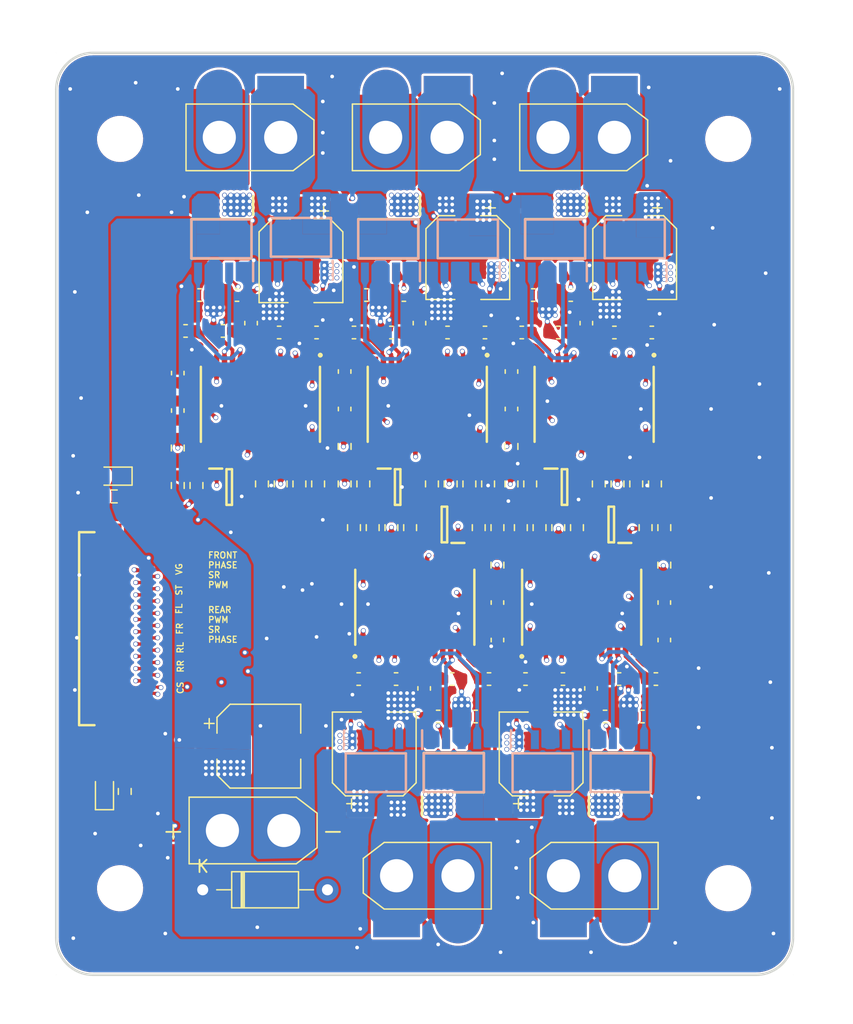
<source format=kicad_pcb>
(kicad_pcb (version 20221018) (generator pcbnew)
  (layers (0 "F.Cu" signal) (1 "In1.Cu" signal) (2 "In2.Cu" signal) (31 "B.Cu" signal) (34 "B.Paste" user) (35 "F.Paste" user) (36 "B.SilkS" user "B.Silkscreen") (37 "F.SilkS" user "F.Silkscreen") (38 "B.Mask" user) (39 "F.Mask" user) (44 "Edge.Cuts" user))
  (net 0 "")
  (net 1 "GND")
  (net 2 "Net-(IC201-VREG)")
  (net 3 "Net-(IC201-CP1)")
  (net 4 "Net-(IC201-CP2)")
  (net 5 "Net-(IC201-V5)")
  (net 6 "/ST_motor/SA")
  (net 7 "/ST_motor/CA")
  (net 8 "/ST_motor/SB")
  (net 9 "/ST_motor/CB")
  (net 10 "+BATT")
  (net 11 "/ST_motor/FILTER")
  (net 12 "+3.3V")
  (net 13 "Net-(IC301-VREG)")
  (net 14 "Net-(IC301-CP1)")
  (net 15 "Net-(IC301-CP2)")
  (net 16 "Net-(IC301-V5)")
  (net 17 "/FL_motor/SA")
  (net 18 "/FL_motor/CA")
  (net 19 "/FL_motor/SB")
  (net 20 "/FL_motor/CB")
  (net 21 "/FL_motor/FILTER")
  (net 22 "Net-(IC401-VREG)")
  (net 23 "Net-(IC401-CP1)")
  (net 24 "Net-(IC401-CP2)")
  (net 25 "Net-(IC401-V5)")
  (net 26 "/FR_motor/SA")
  (net 27 "/FR_motor/CA")
  (net 28 "/FR_motor/SB")
  (net 29 "/FR_motor/CB")
  (net 30 "/FR_motor/FILTER")
  (net 31 "Net-(IC501-VREG)")
  (net 32 "Net-(IC501-CP1)")
  (net 33 "Net-(IC501-CP2)")
  (net 34 "Net-(IC501-V5)")
  (net 35 "/RL_motor/SA")
  (net 36 "/RL_motor/CA")
  (net 37 "/RL_motor/SB")
  (net 38 "/RL_motor/CB")
  (net 39 "/RL_motor/FILTER")
  (net 40 "Net-(IC601-VREG)")
  (net 41 "Net-(IC601-CP1)")
  (net 42 "Net-(IC601-CP2)")
  (net 43 "Net-(IC601-V5)")
  (net 44 "/RR_motor/SA")
  (net 45 "/RR_motor/CA")
  (net 46 "/RR_motor/SB")
  (net 47 "/RR_motor/CB")
  (net 48 "/RR_motor/FILTER")
  (net 49 "/ST_motor/GLB")
  (net 50 "/ST_motor/GHB")
  (net 51 "/ST_motor/GHA")
  (net 52 "/ST_motor/GLA")
  (net 53 "/ST_SR")
  (net 54 "/ST_motor/SR_OUT")
  (net 55 "/ST_motor/PWML")
  (net 56 "/ST_PWM")
  (net 57 "/ST_motor/RESET")
  (net 60 "/ST_motor/RDEAD")
  (net 61 "/ST_motor/OUT_A")
  (net 62 "/ST_CS")
  (net 63 "/FL_motor/GLB")
  (net 64 "/FL_motor/GHB")
  (net 65 "/FL_motor/GHA")
  (net 66 "/FL_motor/GLA")
  (net 67 "/FL_PHESE")
  (net 68 "/FL_motor/SR_OUT")
  (net 69 "/FL_motor/PWML")
  (net 70 "/FL_SR")
  (net 71 "/FL_motor/RESET")
  (net 74 "/FL_motor/RDEAD")
  (net 75 "/FL_motor/OUT_A")
  (net 76 "/FL_CS")
  (net 77 "/FR_motor/GLB")
  (net 78 "/FR_motor/GHB")
  (net 79 "/FR_motor/GHA")
  (net 80 "/FR_motor/GLA")
  (net 81 "/FR_PHESE")
  (net 82 "/FR_motor/SR_OUT")
  (net 83 "/FR_motor/PWML")
  (net 84 "/FR_SR")
  (net 85 "/FR_motor/RESET")
  (net 88 "/FR_motor/RDEAD")
  (net 89 "/FR_motor/OUT_A")
  (net 90 "/FR_CS")
  (net 91 "/RL_motor/GLB")
  (net 92 "/RL_motor/GHB")
  (net 93 "/RL_motor/GHA")
  (net 94 "/RL_motor/GLA")
  (net 95 "/RL_PHESE")
  (net 96 "/RL_motor/SR_OUT")
  (net 97 "/RL_motor/PWML")
  (net 98 "/RL_SR")
  (net 99 "/RL_motor/RESET")
  (net 102 "/RL_motor/RDEAD")
  (net 103 "/RL_motor/OUT_A")
  (net 104 "/RL_CS")
  (net 105 "/RR_motor/GLB")
  (net 106 "/RR_motor/GHB")
  (net 107 "/RR_motor/GHA")
  (net 108 "/RR_motor/GLA")
  (net 109 "/RR_PHESE")
  (net 110 "/RR_motor/SR_OUT")
  (net 111 "/RR_motor/PWML")
  (net 112 "/RR_SR")
  (net 113 "/RR_motor/RESET")
  (net 116 "/RR_motor/RDEAD")
  (net 117 "/RR_motor/OUT_A")
  (net 118 "/RR_CS")
  (net 119 "/ST_PHESE")
  (net 120 "/FL_PWM")
  (net 121 "/FR_PWM")
  (net 122 "/RL_PWM")
  (net 123 "/RR_PWM")
  (net 141 "Net-(D102-A)")
  (net 142 "Net-(D1-A)")
  (footprint "motorDrive:C_0603_1608Metric" (layer "F.Cu") (at 118.745 58.42 180)
    (fp_text reference "C210" hide)
    (fp_text value "1u")
  )
  (footprint "motorDrive:SOIC127P600X172-8N" (layer "F.Cu") (at 131.064 53.848 -90)
    (fp_text reference "IC302" hide)
    (fp_text value "CT426-HSN820MR" hide)
  )
  (footprint "motorDrive:AMASS_XT30U-M_MOTOR" (layer "F.Cu") (at 135.85 45.593 180)
    (fp_text reference "J104" hide)
    (fp_text value "Conn_01x02_Pin")
  )
  (footprint "motorDrive:C_0603_1608Metric" (layer "F.Cu") (at 131.699 89.662)
    (fp_text reference "C506" hide)
    (fp_text value "0.022u")
  )
  (footprint "motorDrive:C_0603_1608Metric" (layer "F.Cu") (at 144.907 61.468)
    (fp_text reference "C405" hide)
    (fp_text value "0.022u")
  )
  (footprint "motorDrive:C_0603_1608Metric" (layer "F.Cu") (at 138.938 61.468 180)
    (fp_text reference "C302" hide)
    (fp_text value "10u")
  )
  (footprint "motorDrive:SOT95P240X100-3N" (layer "F.Cu") (at 135.636 77.089 180)
    (fp_text reference "Q501" hide)
    (fp_text value "2N7002-7-F" hide)
  )
  (footprint "motorDrive:AMASS_XT30U-M_MOTOR" (layer "F.Cu") (at 122.301 45.593 180)
    (fp_text reference "J103" hide)
    (fp_text value "Conn_01x02_Pin")
  )
  (footprint "motorDrive:SOIC127P600X172-8N" (layer "F.Cu") (at 136.398 97.282 90)
    (fp_text reference "IC502" hide)
    (fp_text value "CT426-HSN820MR" hide)
  )
  (footprint "motorDrive:D_A-405_P10.16mm_Horizontal" (layer "F.Cu") (at 115.951 106.807)
    (fp_text reference "D101" hide)
    (fp_text value "P4KE15A")
  )
  (footprint "motorDrive:R_0603_1608Metric" (layer "F.Cu") (at 143.383 77.343 90)
    (fp_text reference "R604" hide)
    (fp_text value "10k")
  )
  (footprint "motorDrive:R_0603_1608Metric" (layer "F.Cu") (at 141.859 77.343 -90)
    (fp_text reference "R607" hide)
    (fp_text value "3.3k")
  )
  (footprint "motorDrive:R_0603_1608Metric" (layer "F.Cu") (at 113.919 73.914 90)
    (fp_text reference "R201" hide)
    (fp_text value "10k")
  )
  (footprint "motorDrive:SOT95P240X100-3N" (layer "F.Cu") (at 149.225 77.089 180)
    (fp_text reference "Q601" hide)
    (fp_text value "2N7002-7-F" hide)
  )
  (footprint "motorDrive:C_0603_1608Metric" (layer "F.Cu") (at 125.222 61.468 180)
    (fp_text reference "C202" hide)
    (fp_text value "10u")
  )
  (footprint "motorDrive:C_0603_1608Metric" (layer "F.Cu") (at 142.24 89.662)
    (fp_text reference "C602" hide)
    (fp_text value "10u")
  )
  (footprint "motorDrive:C_0603_1608Metric" (layer "F.Cu") (at 145.923 58.42 180)
    (fp_text reference "C410" hide)
    (fp_text value "1u")
  )
  (footprint "motorDrive:R_0603_1608Metric" (layer "F.Cu") (at 120.777 73.787 -90)
    (fp_text reference "R203" hide)
    (fp_text value "10k")
  )
  (footprint "motorDrive:C_0603_1608Metric" (layer "F.Cu") (at 151.765 92.71)
    (fp_text reference "C608" hide)
    (fp_text value "100p")
  )
  (footprint "motorDrive:SOIC127P600X172-8N" (layer "F.Cu") (at 149.987 97.282 90)
    (fp_text reference "IC602" hide)
    (fp_text value "CT426-HSN820MR" hide)
  )
  (footprint "motorDrive:SOT95P240X100-3N" (layer "F.Cu") (at 118.11 74.041)
    (fp_text reference "Q201" hide)
    (fp_text value "2N7002-7-F" hide)
  )
  (footprint "motorDrive:R_0603_1608Metric" (layer "F.Cu") (at 137.668 73.787 -90)
    (fp_text reference "R304" hide)
    (fp_text value "10k")
  )
  (footprint "motorDrive:C_0603_1608Metric" (layer "F.Cu") (at 135.89 61.468 180)
    (fp_text reference "C306" hide)
    (fp_text value "0.022u")
  )
  (footprint "motorDrive:R_0603_1608Metric" (layer "F.Cu") (at 149.733 73.787 90)
    (fp_text reference "R405" hide)
    (fp_text value "10k")
  )
  (footprint "motorDrive:C_0603_1608Metric" (layer "F.Cu") (at 122.174 61.468 180)
    (fp_text reference "C206" hide)
    (fp_text value "0.022u")
  )
  (footprint "motorDrive:SOT95P240X100-3N" (layer "F.Cu") (at 145.415 74.041)
    (fp_text reference "Q401" hide)
    (fp_text value "2N7002-7-F" hide)
  )
  (footprint "motorDrive:R_0603_1608Metric" (layer "F.Cu") (at 122.301 73.787 90)
    (fp_text reference "R205" hide)
    (fp_text value "10k")
  )
  (footprint "motorDrive:C_0603_1608Metric" (layer "F.Cu") (at 138.176 92.71)
    (fp_text reference "C508" hide)
    (fp_text value "100p")
  )
  (footprint "motorDrive:C_0603_1608Metric" (layer "F.Cu") (at 145.288 89.662)
    (fp_text reference "C606" hide)
    (fp_text value "0.022u")
  )
  (footprint "motorDrive:LED_0603_1608Metric" (layer "F.Cu") (at 107.95 98.806 90)
    (fp_text reference "D102" hide)
    (fp_text value "LED")
  )
  (footprint "motorDrive:C_0603_1608Metric" (layer "F.Cu") (at 117.602 61.341)
    (fp_text reference "C205" hide)
    (fp_text value "0.022u")
  )
  (footprint "motorDrive:C_0603_1608Metric" (layer "F.Cu") (at 142.875 58.42 180)
    (fp_text reference "C408" hide)
    (fp_text value "100p")
  )
  (footprint "motorDrive:C_0603_1608Metric" (layer "F.Cu") (at 129.286 58.42 180)
    (fp_text reference "C308" hide)
    (fp_text value "100p")
  )
  (footprint "motorDrive:CP_Elec_6.3x5.9" (layer "F.Cu") (at 143.51 95.758 90)
    (fp_text reference "C607" hide)
    (fp_text value "220u")
  )
  (footprint "motorDrive:C_0603_1608Metric" (layer "F.Cu") (at 115.697 58.42 180)
    (fp_text reference "C208" hide)
    (fp_text value "100p")
  )
  (footprint "motorDrive:C_0603_1608Metric" (layer "F.Cu") (at 113.919 64.77 90)
    (fp_text reference "C204" hide)
    (fp_text value "0.1u")
  )
  (footprint "motorDrive:R_0603_1608Metric" (layer "F.Cu") (at 131.318 77.343 -90)
    (fp_text reference "R505" hide)
    (fp_text value "10k")
  )
  (footprint "Capacitor_SMD:C_0603_1608Metric" (layer "F.Cu") (at 152.8572 89.662)
    (fp_text reference "C609" hide)
    (fp_text value "0.1u")
  )
  (footprint "motorDrive:C_0603_1608Metric" (layer "F.Cu") (at 135.128 92.71)
    (fp_text reference "C510" hide)
    (fp_text value "1u")
  )
  (footprint "motorDrive:C_0603_1608Metric" (layer "F.Cu") (at 147.574 90.424 -90)
    (fp_text reference "C601" hide)
    (fp_text value "0.44uf")
  )
  (footprint "motorDrive:R_0603_1608Metric" (layer "F.Cu") (at 152.781 73.787 90)
    (fp_text reference "R407" hide)
    (fp_text value "3.3k")
  )
  (footprint "motorDrive:C_0603_1608Metric" (layer "F.Cu") (at 133.985 90.424 -90)
    (fp_text reference "C501" hide)
    (fp_text value "0.44uf")
  )
  (footprint "motorDrive:C_0603_1608Metric" (layer "F.Cu") (at 141.097 67.691 -90)
    (fp_text reference "C403" hide)
    (fp_text value "0.47u")
  )
  (footprint "motorDrive:MountingHole_3.2mm_M3" (layer "F.Cu") (at 109.22 106.68)
    (fp_text reference "REF**" hide)
    (fp_text value "MountingHole_3.2mm_M3")
  )
  (footprint "motorDrive:R_0603_1608Metric" (layer "F.Cu") (at 142.621 73.787 -90)
    (fp_text reference "R402" hide)
    (fp_text value "10k")
  )
  (footprint "motorDrive:R_0603_1608Metric" (layer "F.Cu") (at 144.907 77.343 -90)
    (fp_text reference "R605" hide)
    (fp_text value "10k")
  )
  (footprint "motorDrive:R_0603_1608Metric" (layer "F.Cu") (at 123.825 73.787 -90)
    (fp_text reference "R204" hide)
    (fp_text value "10k")
  )
  (footprint "motorDrive:R_0603_1608Metric" (layer "F.Cu") (at 127.508 73.787 90)
    (fp_text reference "R301" hide)
    (fp_text value "10k")
  )
  (footprint "Capacitor_SMD:C_0603_1608Metric" (layer "F.Cu") (at 128.27 61.468 180)
    (fp_text reference "C309" hide)
    (fp_text value "0.1u")
  )
  (footprint "motorDrive:C_0603_1608Metric" (layer "F.Cu") (at 152.527 61.468 180)
    (fp_text reference "C402" hide)
    (fp_text value "10u")
  )
  (footprint "motorDrive:R_0603_1608Metric" (layer "F.Cu") (at 109.601 98.806 90)
    (fp_text reference "R101" hide)
    (fp_text value "R5.1k")
  )
  (footprint "motorDrive:C_0603_1608Metric" (layer "F.Cu") (at 149.479 61.468 180)
    (fp_text reference "C406" hide)
    (fp_text value "0.022u")
  )
  (footprint "motorDrive:C_0603_1608Metric" (layer "F.Cu") (at 132.334 58.42 180)
    (fp_text reference "C310" hide)
    (fp_text value "1u")
  )
  (footprint "motorDrive:C_0603_1608Metric" (layer "F.Cu") (at 127.508 67.691 -90)
    (fp_text reference "C303" hide)
    (fp_text value "0.47u")
  )
  (footprint "motorDrive:CP_Elec_6.3x5.9" (layer "F.Cu") (at 120.523 95.123)
    (fp_text reference "C101" hide)
    (fp_text value "220u")
  )
  (footprint "motorDrive:AMASS_XT30U-M_1x02_P5.0mm_Vertical" (layer "F.Cu") (at 122.555 101.981 180)
    (fp_text reference "J101" hide)
    (fp_text value "Conn_01x02_Pin")
  )
  (footprint "Capacitor_SMD:C_0603_1608Metric" (layer "F.Cu") (at 139.2682 89.662)
    (fp_text reference "C509" hide)
    (fp_text value "0.1u")
  )
  (footprint "motorDrive:R_0603_1608Metric" (layer "F.Cu") (at 127.508 70.739 90)
    (fp_text reference "R306" hide)
    (fp_text value "10k")
  )
  (footprint "motorDrive:R_0603_1608Metric" (layer "F.Cu") (at 151.257 73.787 -90)
    (fp_text reference "R404" hide)
    (fp_text value "10k")
  )
  (footprint "motorDrive:AMASS_XT30U-M_MOTOR" (layer "F.Cu") (at 145.328 105.664)
    (fp_text reference "J107" hide)
    (fp_text value "Conn_01x02_Pin" hide)
  )
  (footprint "Resistor_SMD:R_0603_1608Metric" (layer "F.Cu") (at 108.748 74.803 180)
    (fp_text reference "R1" hide)
    (fp_text value "330" hide)
  )
  (footprint "motorDrive:C_0603_1608Metric" (layer "F.Cu") (at 119.888 60.706 90)
    (fp_text reference "C201" hide)
    (fp_text value "0.44uf")
  )
  (footprint "motorDrive:R_0603_1608Metric" (layer "F.Cu") (at 136.144 73.787 90)
    (fp_text reference "R305" hide)
    (fp_text value "10k")
  )
  (footprint "motorDrive:R_0603_1608Metric" (layer "F.Cu") (at 129.032 73.787 -90)
    (fp_text reference "R302" hide)
    (fp_text value "10k")
  )
  (footprint "motorDrive:R_0603_1608Metric" (layer "F.Cu") (at 139.954 80.391 -90)
    (fp_text reference "R506" hide)
    (fp_text value "10k")
  )
  (footprint "Capacitor_SMD:C_0603_1608Metric" (layer "F.Cu") (at 114.554 61.341 180)
    (fp_text reference "C209" hide)
    (fp_text value "0.1u")
  )
  (footprint "motorDrive:R_0603_1608Metric" (layer "F.Cu") (at 138.43 77.343 90)
    (fp_text reference "R502" hide)
    (fp_text value "10k")
  )
  (footprint "motorDrive:A3944KLPTRT" (layer "F.Cu") (at 133.223 83.82)
    (fp_text reference "IC501" hide)
    (fp_text value "A3921KLPTR-T" hide)
  )
  (footprint "motorDrive:MountingHole_3.2mm_M3" (layer "F.Cu") (at 109.22 45.72)
    (fp_text reference "REF**" hide)
    (fp_text value "MountingHole_3.2mm_M3")
  )
  (footprint "motorDrive:MountingHole_3.2mm_M3" (layer "F.Cu") (at 158.75 45.72)
    (fp_text reference "REF**" hide)
    (fp_text value "MountingHole_3.2mm_M3")
  )
  (footprint "motorDrive:R_0603_1608Metric" (layer "F.Cu") (at 115.443 73.914 -90)
    (fp_text reference "R202" hide)
    (fp_text value "10k")
  )
  (footprint "motorDrive:A3944KLPTRT" (layer "F.Cu") (at 134.239 67.31 180)
    (fp_text reference "IC301" hide)
    (fp_text value "A3921KLPTR-T" hide)
  )
  (footprint "motorDrive:R_0603_1608Metric" (layer "F.Cu") (at 141.097 73.787 90)
    (fp_text reference "R401" hide)
    (fp_text value "10k")
  )
  (footprint "motorDrive:C_0603_1608Metric" (layer "F.Cu") (at 153.543 86.487 -90)
    (fp_text reference "C604" hide)
    (fp_text value "0.1u")
  )
  (footprint "motorDrive:R_0603_1608Metric" (layer "F.Cu") (at 141.097 70.739 90)
    (fp_text reference "R406" hide)
    (fp_text value "10k")
  )
  (footprint "motorDrive:C_0603_1608Metric" (layer "F.Cu") (at 128.651 89.662)
    (fp_text reference "C502" hide)
    (fp_text value "10u")
  )
  (footprint "motorDrive:C_0603_1608Metric" (layer "F.Cu") (at 147.193 60.706 90)
    (fp_text reference "C401" hide)
    (fp_text value "0.44uf")
  )
  (footprint "motorDrive:SOIC127P600X172-8N" (layer "F.Cu") (at 117.475 53.848 -90)
    (fp_text reference "IC202" hide)
    (fp_text value "CT426-HSN820MR" hide)
  )
  (footprint "motorDrive:R_0603_1608Metric" (layer "F.Cu") (at 134.62 73.787 -90)
    (fp_text reference "R303" hide)
    (fp_text value "10k")
  )
  (footprint "motorDrive:R_0603_1608Metric" (layer "F.Cu") (at 125.349 73.787 90)
    (fp_text reference "R207" hide)
    (fp_text value "3.3k")
  )
  (footprint "motorDrive:CP_Elec_6.3x5.9" (layer "F.Cu") (at 151.13 55.372 -90)
    (fp_text reference "C407" hide)
    (fp_text value "220u")
  )
  (footprint "motorDrive:A3944KLPTRT" (layer "F.Cu") (at 147.828 67.31 180)
    (fp_text reference "IC401" hide)
    (fp_text value "A3921KLPTR-T" hide)
  )
  (footprint "motorDrive:R_0603_1608Metric" (layer "F.Cu") (at 153.543 80.391 -90)
    (fp_text reference "R606" hide)
    (fp_text value "10k")
  )
  (footprint "motorDrive:R_0603_1608Metric" (layer "F.Cu") (at 113.919 70.866 90)
    (fp_text reference "R206" hide)
    (fp_text value "10k")
  )
  (footprint "LED_SMD:LED_0603_1608Metric" (layer "F.Cu") (at 108.712 73.152 180)
    (fp_text reference "D1" hide)
    (fp_text value "LED" hide)
  )
  (footprint "motorDrive:CP_Elec_6.3x5.9" (layer "F.Cu") (at 129.921 95.758 90)
    (fp_text reference "C507" hide)
    (fp_text value "220u")
  )
  (footprint "motorDrive:R_0603_1608Metric" (layer "F.Cu") (at 128.27 77.343 -90)
    (fp_text reference "R507" hide)
    (fp_text value "3.3k")
  )
  (footprint "motorDrive:R_0603_1608Metric" (layer "F.Cu") (at 148.209 73.787 -90)
    (fp_text reference "R403" hide)
    (fp_text value "10k")
  )
  (footprint "motorDrive:AMASS_XT30U-M_MOTOR" (layer "F.Cu") (at 149.479 45.593 180)
    (fp_text reference "J105" hide)
    (fp_text value "Conn_01x02_Pin")
  )
  (footprint "motorDrive:C_0603_1608Metric" (layer "F.Cu") (at 139.954 86.487 -90)
    (fp_text reference "C504" hide)
    (fp_text value "0.1u")
  )
  (footprint "motorDrive:R_0603_1608Metric" (layer "F.Cu") (at 132.842 77.343 90)
    (fp_text reference "R503" hide)
    (fp_text value "10k")
  )
  (footprint "motorDrive:C_0603_1608Metric" (layer "F.Cu") (at 113.919 67.818 -90)
    (fp_text reference "C203" hide)
    (fp_text value "0.47u")
  )
  (footprint "motorDrive:R_0603_1608Metric" (layer "F.Cu") (at 153.543 77.343 -90)
    (fp_text reference "R601" hide)
    (fp_text value "10k")
  )
  (footprint "motorDrive:C_0603_1608Metric" (layer "F.Cu") (at 131.318 61.468)
    (fp_text reference "C305" hide)
    (fp_text value "0.022u")
  )
  (footprint "motorDrive:C_0603_1608Metric" (layer "F.Cu") (at 149.86 89.662 180)
    (fp_text reference "C605" hide)
    (fp_text value "0.022u")
  )
  (footprint "motorDrive:C_0603_1608Metric" (layer "F.Cu") (at 136.271 89.662 180)
    (fp_text reference "C505" hide)
    (fp_text value "0.022u")
  )
  (footprint "motorDrive:5051102296" (layer "F.Cu") (at 108.684 85.564 -90)
    (fp_text reference "J102" hide)
    (fp_text value "5051102296" hide)
  )
  (footprint "motorDrive:R_0603_1608Metric" (layer "F.Cu") (at 139.192 73.787 90)
    (fp_text reference "R307" hide)
    (fp_text value "3.3k")
  )
  (footprint "motorDrive:SOIC127P600X172-8N" (layer "F.Cu") (at 144.653 53.848 -90)
    (fp_text reference "IC402" hide)
    (fp_text value "CT426-HSN820MR" hide)
  )
  (footprint "motorDrive:A3944KLPTRT" (layer "F.Cu") (at 120.65 67.31 180)
    (fp_text reference "IC201" hide)
    (fp_text value "A3921KLPTR-T" hide)
  )
  (footprint "motorDrive:A3944KLPTRT" (layer "F.Cu") (at 146.812 83.82)
    (fp_text reference "IC601" hide)
    (fp_text value "A3921KLPTR-T" hide)
  )
  (footprint "motorDrive:C_0603_1608Metric" (layer "F.Cu") (at 139.954 83.439 90)
    (fp_text reference "C503" hide)
    (fp_text value "0.47u")
  )
  (footprint "motorDrive:AMASS_XT30U-M_MOTOR" (layer "F.Cu") (at 131.739 105.664)
    (fp_text reference "J106" hide)
    (fp_text value "Conn_01x02_Pin" hide)
  )
  (footprint "motorDrive:R_0603_1608Metric" (layer "F.Cu") (at 139.954 77.343 -90)
    (fp_text reference "R501" hide)
    (fp_text value "10k")
  )
  (footprint "motorDrive:R_0603_1608Metric" (layer "F.Cu") (at 129.794 77.343 90)
    (fp_text reference "R504" hide)
    (fp_text value "10k")
  )
  (footprint "motorDrive:C_0603_1608Metric" (layer "F.Cu") (at 127.508 64.643 90)
    (fp_text reference "C304" hide)
    (fp_text value "0.1u")
  )
  (footprint "motorDrive:R_0603_1608Metric" (layer "F.Cu") (at 146.431 77.343 90)
    (fp_text reference "R603" hide)
    (fp_text value "10k")
  )
  (footprint "motorDrive:C_0603_1608Metric" (layer "F.Cu") (at 141.097 64.643 90)
    (fp_text reference "C404" hide)
    (fp_text value "0.1u")
  )
  (footprint "motorDrive:CP_Elec_6.3x5.9" (layer "F.Cu") (at 123.952 55.626 -90)
    (fp_text reference "C207" hide)
    (fp_text value "220u")
  )
  (footprint "motorDrive:C_0603_1608Metric" (layer "F.Cu") (at 148.717 92.71)
    (fp_text reference "C610" hide)
    (fp_text value "1u")
  )
  (footprint "motorDrive:C_0603_1608Metric" (layer "F.Cu") (at 133.604 60.706 90)
    (fp_text reference "C301" hide)
    (fp_text value "0.44uf")
  )
  (footprint "motorDrive:MountingHole_3.2mm_M3" (layer "F.Cu") (at 158.75 106.68)
    (fp_text reference "REF**" hide)
    (fp_text value "MountingHole_3.2mm_M3" hide)
  )
  (footprint "Capacitor_SMD:C_0603_1608Metric" (layer "F.Cu") (at 141.9352 61.468 180)
    (fp_text reference "C409" hide)
    (fp_text value "0.1u")
  )
  (footprint "motorDrive:CP_Elec_6.3x5.9" (layer "F.Cu") (at 137.541 55.372 -90)
    (fp_text reference "C307" hide)
    (fp_text value "220u")
  )
  (footprint "motorDrive:C_0603_1608Metric" (layer "F.Cu") (at 153.543 83.439 90)
    (fp_text reference "C603" hide)
    (fp_text value "0.47u")
  )
  (footprint "motorDrive:R_0603_1608Metric" (layer "F.Cu") (at 152.019 77.343 90)
    (fp_text reference "R602" hide)
    (fp_text value "10k")
  )
  (footprint "motorDrive:SOT95P240X100-3N" (layer "F.Cu") (at 131.826 74.041)
    (fp_text reference "Q301" hide)
    (fp_text value "2N7002-7-F" hide)
  )
  (footprint "motorDrive:SOIC127P600X170-8N" (layer "B.Cu") (at 130.048 97.282 -90)
    (fp_text reference "Q503" hide)
    (fp_text value "DMT3020LSDQ-13" hide)
  )
  (footprint "motorDrive:SOIC127P600X170-8N" (layer "B.Cu") (at 123.952 53.721 90)
    (fp_text reference "Q203" hide)
    (fp_text value "DMT3020LSDQ-13" hide)
  )
  (footprint "motorDrive:SOIC127P600X170-8N" (layer "B.Cu") (at 137.541 53.848 90)
    (fp_text reference "Q303" hide)
    (fp_text value "DMT3020LSDQ-13" hide)
  )
  (footprint "motorDrive:SOIC127P600X170-8N" (layer "B.Cu") (at 131.064 53.848 90)
    (fp_text reference "Q302" hide)
    (fp_text value "DMT3020LSDQ-13" hide)
  )
  (footprint "motorDrive:SOIC127P600X170-8N" (layer "B.Cu") (at 117.475 53.848 90)
    (fp_text reference "Q202" hide)
    (fp_text value "DMT3020LSDQ-13" hide)
  )
  (footprint "motorDrive:SOIC127P600X170-8N" (layer "B.Cu") (at 144.653 53.848 90)
    (fp_text reference "Q402" hide)
    (fp_text value "DMT3020LSDQ-13" hide)
  )
  (footprint "motorDrive:SOIC127P600X170-8N" (layer "B.Cu") (at 143.637 97.282 -90)
    (fp_text reference "Q603" hide)
    (fp_text value "DMT3020LSDQ-13" hide)
  )
  (footprint "motorDrive:SOIC127P600X170-8N" (layer "B.Cu") (at 149.987 97.282 -90)
    (fp_text reference "Q602" hide)
    (fp_text value "DMT3020LSDQ-13" hide)
  )
  (footprint "motorDrive:SOIC127P600X170-8N" (layer "B.Cu") (at 151.13 53.848 90)
    (fp_text reference "Q403" hide)
    (fp_text value "DMT3020LSDQ-13" hide)
  )
  (footprint "motorDrive:SOIC127P600X170-8N" (layer "B.Cu") (at 136.398 97.282 -90)
    (fp_text reference "Q502" hide)
    (fp_text value "DMT3020LSDQ-13" hide)
  )
  (gr_arc (start 107.02132 113.72132) (mid 104.9 112.84264) (end 104.02132 110.72132) (stroke (width 0.2)) (layer "Edge.Cuts"))
  (gr_circle (center 104.02132 113.72132) (end 104.03132 113.72132) (stroke (width 0.0001)) (fill solid) (layer "Edge.Cuts"))
  (gr_arc (start 164.02132 110.72132) (mid 163.14264 112.84264) (end 161.02132 113.72132) (stroke (width 0.2)) (layer "Edge.Cuts"))
  (gr_arc (start 104.02132 41.72132) (mid 104.9 39.6) (end 107.02132 38.72132) (stroke (width 0.2)) (layer "Edge.Cuts"))
  (gr_circle (center 104.02132 113.72132) (end 104.03132 113.72132) (stroke (width 0.0001)) (fill solid) (layer "Edge.Cuts"))
  (gr_line (start 104.02132 41.72132) (end 104.02132 110.72132) (stroke (width 0.2)) (layer "Edge.Cuts"))
  (gr_arc (start 161.02132 38.72132) (mid 163.14264 39.6) (end 164.02132 41.72132) (stroke (width 0.2)) (layer "Edge.Cuts"))
  (gr_line (start 161.02132 38.72132) (end 107.02132 38.72132) (stroke (width 0.2)) (layer "Edge.Cuts"))
  (gr_circle (center 164.02132 113.72132) (end 164.03132 113.72132) (stroke (width 0.0001)) (fill solid) (layer "Edge.Cuts"))
  (gr_circle (center 104.02132 38.72132) (end 104.03132 38.72132) (stroke (width 0.0001)) (fill solid) (layer "Edge.Cuts"))
  (gr_line (start 107.02132 113.72132) (end 161.02132 113.72132) (stroke (width 0.2)) (layer "Edge.Cuts"))
  (gr_line (start 164.02132 110.72132) (end 164.02132 41.72132) (stroke (width 0.2)) (layer "Edge.Cuts"))
  (gr_text "CS" (at 114.427 90.932 90) (layer "F.SilkS") (effects (font (size 0.5 0.5) (thickness 0.1)) (justify left bottom)))
  (gr_text "FR" (at 114.37 86.09 90) (layer "F.SilkS") (effects (font (size 0.5 0.5) (thickness 0.1)) (justify left bottom)))
  (gr_text "FRONT\nPHASE\nSR\nPWM\n" (at 116.332 82.296) (layer "F.SilkS") (effects (font (size 0.5 0.5) (thickness 0.1)) (justify left bottom)))
  (gr_text "FL\n" (at 114.32 84.43 90) (layer "F.SilkS") (effects (font (size 0.5 0.5) (thickness 0.1)) (justify left bottom)))
  (gr_text "VG" (at 114.32 81.25 90) (layer "F.SilkS") (effects (font (size 0.5 0.5) (thickness 0.1)) (justify left bottom)))
  (gr_text "RR" (at 114.44 89.19 90) (layer "F.SilkS") (effects (font (size 0.5 0.5) (thickness 0.1)) (justify left bottom)))
  (gr_text "REAR\nPWM\nSR\nPHASE\n" (at 116.332 86.741) (layer "F.SilkS") (effects (font (size 0.5 0.5) (thickness 0.1)) (justify left bottom)))
  (gr_text "RL" (at 114.42 87.63 90) (layer "F.SilkS") (effects (font (size 0.5 0.5) (thickness 0.1)) (justify left bottom)))
  (gr_text "ST" (at 114.32 82.92 90) (layer "F.SilkS") (effects (font (size 0.5 0.5) (thickness 0.1)) (justify left bottom)))
  (segment (start 120.65 67.31) (end 119.65 67.31) (width 0.3) (layer "F.Cu") (net 1))
  (segment (start 119.65 67.31) (end 117.725 69.235) (width 0.3) (layer "F.Cu") (net 1))
  (segment (start 117.725 69.235) (end 117.725 70.36) (width 0.3) (layer "F.Cu") (net 1))
  (segment (start 132.178818 74.041) (end 132.926 74.041) (width 0.3) (layer "F.Cu") (net 1))
  (segment (start 139.192 74.612) (end 139.192 73.914) (width 0.3) (layer "F.Cu") (net 1))
  (segment (start 141.097 74.612) (end 141.097 74.93) (width 0.3) (layer "F.Cu") (net 1))
  (segment (start 141.097 71.628) (end 141.605 72.136) (width 0.3) (layer "F.Cu") (net 1))
  (segment (start 141.097 71.564) (end 141.097 71.628) (width 0.3) (layer "F.Cu") (net 1))
  (segment (start 153.429 87.262) (end 153.543 87.262) (width 0.3) (layer "F.Cu") (net 1))
  (segment (start 141.097 74.93) (end 140.843 75.184) (width 0.3) (layer "F.Cu") (net 1))
  (via (at 144.653 91.567) (size 0.4) (drill 0.3) (layers "F.Cu" "B.Cu") (net 1))
  (via (at 135.636 58.801) (size 0.4) (drill 0.3) (layers "F.Cu" "B.Cu") (net 1))
  (via (at 141.605 102.87) (size 0.4) (drill 0.3) (layers "F.Cu" "B.Cu") (net 1))
  (via (at 149.86 59.69) (size 0.4) (drill 0.3) (layers "F.Cu" "B.Cu") (net 1))
  (via (at 162.433 110.363) (size 0.4) (drill 0.3) (layers "F.Cu" "B.Cu") (net 1))
  (via (at 131.572 91.313) (size 0.4) (drill 0.3) (layers "F.Cu" "B.Cu") (net 1))
  (via (at 139.7 47.371) (size 0.4) (drill 0.3) (layers "F.Cu" "B.Cu") (net 1))
  (via (at 121.92 58.801) (size 0.4) (drill 0.3) (layers "F.Cu" "B.Cu") (net 1))
  (via (at 133.096 91.821) (size 0.4) (drill 0.3) (layers "F.Cu" "B.Cu") (net 1))
  (via (at 135.128 58.801) (size 0.4) (drill 0.3) (layers "F.Cu" "B.Cu") (net 1))
  (via (at 145.669 92.583) (size 0.4) (drill 0.3) (layers "F.Cu" "B.Cu") (net 1))
  (via (at 122.428 59.309) (size 0.4) (drill 0.3) (layers "F.Cu" "B.Cu") (net 1))
  (via (at 121.412 60.325) (size 0.4) (drill 0.3) (layers "F.Cu" "B.Cu") (net 1))
  (via (at 132.588 91.313) (size 0.4) (drill 0.3) (layers "F.Cu" "B.Cu") (net 1))
  (via (at 148.844 73.66) (size 0.4) (drill 0.3) (layers "F.Cu" "B.Cu") (net 1))
  (via (at 142.24 88.265) (size 0.4) (drill 0.3) (layers "F.Cu" "B.Cu") (net 1))
  (via (at 157.353 74.93) (size 0.4) (drill 0.3) (layers "F.Cu" "B.Cu") (net 1))
  (via (at 132.588 91.821) (size 0.4) (drill 0.3) (layers "F.Cu" "B.Cu") (net 1))
  (via (at 131.064 91.313) (size 0.4) (drill 0.3) (layers "F.Cu" "B.Cu") (net 1))
  (via (at 117.496981 60.645862) (size 0.4) (drill 0.3) (layers "F.Cu" "B.Cu") (net 1))
  (via (at 112.903 94.107) (size 0.4) (drill 0.3) (layers "F.Cu" "B.Cu") (net 1))
  (via (at 105.4 71.5) (size 0.4) (drill 0.3) (layers "F.Cu" "B.Cu") (net 1))
  (via (at 105.8 74.5) (size 0.4) (drill 0.3) (layers "F.Cu" "B.Cu") (net 1))
  (via (at 135.636 58.293) (size 0.4) (drill 0.3) (layers "F.Cu" "B.Cu") (net 1))
  (via (at 147.574 111.887) (size 0.4) (drill 0.3) (layers "F.Cu" "B.Cu") (net 1))
  (via (at 105.537 58.166) (size 0.4) (drill 0.3) (layers "F.Cu" "B.Cu") (net 1))
  (via (at 139.446 60.071) (size 0.4) (drill 0.3) (layers "F.Cu" "B.Cu") (net 1))
  (via (at 148.336 60.198) (size 0.4) (drill 0.3) (layers "F.Cu" "B.Cu") (net 1))
  (via (at 136.144 59.817) (size 0.4) (drill 0.3) (layers "F.Cu" "B.Cu") (net 1))
  (via (at 131.149 60.452) (size 0.4) (drill 0.3) (layers "F.Cu" "B.Cu") (net 1))
  (via (at 113.1 104.2) (size 0.4) (drill 0.3) (layers "F.Cu" "B.Cu") (net 1))
  (via (at 161.29 65.659) (size 0.4) (drill 0.3) (layers "F.Cu" "B.Cu") (net 1))
  (via (at 141.732 90.551) (size 0.4) (drill 0.3) (layers "F.Cu" "B.Cu") (net 1))
  (via (at 120.904 59.817) (size 0.4) (drill 0.3) (layers "F.Cu" "B.Cu") (net 1))
  (via (at 136.144 58.293) (size 0.4) (drill 0.3) (layers "F.Cu" "B.Cu") (net 1))
  (via (at 137.668 68.199) (size 0.4) (drill 0.3) (layers "F.Cu" "B.Cu") (net 1))
  (via (at 146.177 91.059) (size 0.4) (drill 0.3) (layers "F.Cu" "B.Cu") (net 1))
  (via (at 134.62 59.817) (size 0.4) (drill 0.3) (layers "F.Cu" "B.Cu") (net 1))
  (via (at 119.126 74.803) (size 0.4) (drill 0.3) (layers "F.Cu" "B.Cu") (net 1))
  (via (at 132.588 90.805) (size 0.4) (drill 0.3) (layers "F.Cu" "B.Cu") (net 1))
  (via (at 162.306 100.965) (size 0.4) (drill 0.3) (layers "F.Cu" "B.Cu") (net 1))
  (via (at 147.447 56.007) (size 0.4) (drill 0.3) (layers "F.Cu" "B.Cu") (net 1))
  (via (at 110.744 50.292) (size 0.4) (drill 0.3) (layers "F.Cu" "B.Cu") (net 1))
  (via (at 149.352 58.166) (size 0.4) (drill 0.3) (layers "F.Cu" "B.Cu") (net 1))
  (via (at 135.128 111.252) (size 0.4) (drill 0.3) (layers "F.Cu" "B.Cu") (net 1))
  (via (at 150.495 88.646) (size 0.4) (drill 0.3) (layers "F.Cu" "B.Cu") (net 1))
  (via (at 141.605 60.325) (size 0.4) (drill 0.3) (layers "F.Cu" "B.Cu") (net 1))
  (via (at 151.638 67.691) (size 0.4) (drill 0.3) (layers "F.Cu" "B.Cu") (net 1))
  (via (at 146.685 90.551) (size 0.4) (drill 0.3) (layers "F.Cu" "B.Cu") (net 1))
  (via (at 125.73 76.708) (size 0.4) (drill 0.3) (layers "F.Cu" "B.Cu") (net 1))
  (via (at 144.018 67.056) (size 0.4) (drill 0.3) (layers "F.Cu" "B.Cu") (net 1))
  (via (at 150.749 71.628) (size 0.4) (drill 0.3) (layers "F.Cu" "B.Cu") (net 1))
  (via (at 146.558 75.057) (size 0.4) (drill 0.3) (layers "F.Cu" "B.Cu") (net 1))
  (via (at 136.779 84.328) (size 0.4) (drill 0.3) (layers "F.Cu" "B.Cu") (net 1))
  (via (at 140.843 93.345) (size 0.4) (drill 0.3) (layers "F.Cu" "B.Cu") (net 1))
  (via (at 145.669 91.059) (size 0.4) (drill 0.3) (layers "F.Cu" "B.Cu") (net 1))
  (via (at 141.605 107.442) (size 0.4) (drill 0.3) (layers "F.Cu" "B.Cu") (net 1))
  (via (at 131.572 91.821) (size 0.4) (drill 0.3) (layers "F.Cu" "B.Cu") (net 1))
  (via (at 133.3 52.5) (size 0.4) (drill 0.3) (layers "F.Cu" "B.Cu") (net 1))
  (via (at 121.539 73.914) (size 0.4) (drill 0.3) (layers "F.Cu" "B.Cu") (net 1))
  (via (at 135.128 60.325) (size 0.4) (drill 0.3) (layers "F.Cu" "B.Cu") (net 1))
  (via (at 121.412 58.801) (size 0.4) (drill 0.3) (layers "F.Cu" "B.Cu") (net 1))
  (via (at 134.62 60.325) (size 0.4) (drill 0.3) (layers "F.Cu" "B.Cu") (net 1))
  (via (at 126.619 58.039) (size 0.4) (drill 0.3) (layers "F.Cu" "B.Cu") (net 1))
  (via (at 139.446 86.995) (size 0.4) (drill 0.3) (layers "F.Cu" "B.Cu") (net 1))
  (via (at 127.889 85.979) (size 0.4) (drill 0.3) (layers "F.Cu" "B.Cu") (net 1))
  (via (at 124.841 81.915) (size 0.4) (drill 0.3) (layers "F.Cu" "B.Cu") (net 1))
  (via (at 125.73 42.672) (size 0.4) (drill 0.3) (layers "F.Cu" "B.Cu") (net 1))
  (via (at 112.3 100.6) (size 0.4) (drill 0.3) (layers "F.Cu" "B.Cu") (net 1))
  (via (at 132.588 92.329) (size 0.4) (drill 0.3) (layers "F.Cu" "B.Cu") (net 1))
  (via (at 127.254 92.964) (size 0.4) (drill 0.3) (layers "F.Cu" "B.Cu") (net 1))
  (via (at 132.178818 74.041) (size 0.4) (drill 0.3) (layers "F.Cu" "B.Cu") (net 1))
  (via (at 128.143 90.932) (size 0.4) (drill 0.3) (layers "F.Cu" "B.Cu") (net 1))
  (via (at 133.096 90.805) (size 0.4) (drill 0.3) (layers "F.Cu" "B.Cu") (net 1))
  (via (at 121.92 59.817) (size 0.4) (drill 0.3) (layers "F.Cu" "B.Cu") (net 1))
  (via (at 105.537 90.551) (size 0.4) (drill 0.3) (layers "F.Cu" "B.Cu") (net 1))
  (via (at 122.428 58.293) (size 0.4) (drill 0.3) (layers "F.Cu" "B.Cu") (net 1))
  (via (at 110.49 41.148) (size 0.4) (drill 0.3) (layers "F.Cu" "B.Cu") (net 1))
  (via (at 139.7 45.847) (size 0.4) (drill 0.3) (layers "F.Cu" "B.Cu") (net 1))
  (via (at 106.553 51.689) (size 0.4) (drill 0.3) (layers "F.Cu" "B.Cu") (net 1))
  (via (at 162.941 41.656) (size 0.4) (drill 0.3) (layers "F.Cu" "B.Cu") (net 1))
  (via (at 156.337 88.773) (size 0.4) (drill 0.3) (layers "F.Cu" "B.Cu") (net 1))
  (via (at 145.838 59.817) (size 0.4) (drill 0.3) (layers "F.Cu" "B.Cu") (net 1))
  (via (at 135.636 59.309) (size 0.4) (drill 0.3) (layers "F.Cu" "B.Cu") (net 1))
  (via (at 148.844 59.69) (size 0.4) (drill 0.3) (layers "F.Cu" "B.Cu") (net 1))
  (via (at 120.1 55.6) (size 0.4) (drill 0.3) (layers "F.Cu" "B.Cu") (net 1))
  (via (at 142.875 109.474) (size 0.4) (drill 0.3) (layers "F.Cu" "B.Cu") (net 1))
  (via (at 135.128 59.309) (size 0.4) (drill 0.3) (layers "F.Cu" "B.Cu") (net 1))
  (via (at 148.844 58.674) (size 0.4) (drill 0.3) (layers "F.Cu" "B.Cu") (net 1))
  (via (at 124.333 67.437) (size 0.4) (drill 0.3) (layers "F.Cu" "B.Cu") (net 1))
  (via (at 148.844 60.198) (size 0.4) (drill 0.3) (layers "F.Cu" "B.Cu") (net 1))
  (via (at 156.337 99.314) (size 0.4) (drill 0.3) (layers "F.Cu" "B.Cu") (net 1))
  (via (at 110.9 103.2) (size 0.4) (drill 0.3) (layers "F.Cu" "B.Cu") (net 1))
  (via (at 141.2494 62.357) (size 0.4) (drill 0.3) (layers "F.Cu" "B.Cu") (net 1))
  (via (at 144.653 91.059) (size 0.4) (drill 0.3) (layers "F.Cu" "B.Cu") (net 1))
  (via (at 149.352 59.182) (size 0.4) (drill 0.3) (layers "F.Cu" "B.Cu") (net 1))
  (via (at 113.7 101.6) (size 0.4) (drill 0.3) (layers "F.Cu" "B.Cu") (net 1))
  (via (at 145.669 91.567) (size 0.4) (drill 0.3) (layers "F.Cu" "B.Cu") (net 1))
  (via (at 146.685 91.059) (size 0.4) (drill 0.3) (layers "F.Cu" "B.Cu") (net 1))
  (via (at 162.306 95.25) (size 0.4) (drill 0.3) (layers "F.Cu" "B.Cu") (net 1))
  (via (at 152.146 73.914) (size 0.4) (drill 0.3) (layers "F.Cu" "B.Cu") (net 1))
  (via (at 136.144 60.325) (size 0.4) (drill 0.3) (layers "F.Cu" "B.Cu") (net 1))
  (via (at 149.352 60.198) (size 0.4) (drill 0.3) (layers "F.Cu" "B.Cu") (net 1))
  (via (at 131.064 92.837) (size 0.4) (drill 0.3) (layers "F.Cu" "B.Cu") (net 1))
  (via (at 125.73 60.452) (size 0.4) (drill 0.3) (layers "F.Cu" "B.Cu") (net 1))
  (via (at 133.096 91.313) (size 0.4) (drill 0.3) (layers "F.Cu" "B.Cu") (net 1))
  (via (at 128.143 50.546) (size 0.4) (drill 0.3) (layers "F.Cu" "B.Cu") (net 1))
  (via (at 144.653 92.075) (size 0.4) (drill 0.3) (layers "F.Cu" "B.Cu") (net 1))
  (via (at 135.636 59.817) (size 0.4) (drill 0.3) (layers "F.Cu" "B.Cu") (net 1))
  (via (at 153.162 59.944) (size 0.4) (drill 0.3) (layers "F.Cu" "B.Cu") (net 1))
  (via (at 135.636 60.325) (size 0.4) (drill 0.3) (layers "F.Cu" "B.Cu") (net 1))
  (via (at 157.48 52.959) (size 0.4) (drill 0.3) (layers "F.Cu" "B.Cu") (net 1))
  (via (at 132.08 92.837) (size 0.4) (drill 0.3) (layers "F.Cu" "B.Cu") (net 1))
  (via (at 157.353 67.691) (size 0.4) (drill 0.3) (layers "F.Cu" "B.Cu") (net 1))
  (via (at 121.412 59.817) (size 0.4) (drill 0.3) (layers "F.Cu" "B.Cu") (net 1))
  (via (at 119.38 87.503) (size 0.4) (drill 0.3) (layers "F.Cu" "B.Cu") (net 1))
  (via (at 149.86 58.674) (size 0.4) (drill 0.3) (layers "F.Cu" "B.Cu") (net 1))
  (via (at 135.128 59.817) (size 0.4) (drill 0.3) (layers "F.Cu" "B.Cu") (net 1))
  (via (at 124.079 82.423) (size 0.4) (drill 0.3) (layers "F.Cu" "B.Cu") (net 1))
  (via (at 131.064 92.329) (size 0.4) (drill 0.3) (layers "F.Cu" "B.Cu") (net 1))
  (via (at 140.208 57.912) (size 0.4) (drill 0.3) (layers "F.Cu" "B.Cu") (net 1))
  (via (at 128.27 56.134) (size 0.4) (drill 0.3) (layers "F.Cu" "B.Cu") (net 1))
  (via (at 136.144 58.801) (size 0.4) (drill 0.3) (layers "F.Cu" "B.Cu") (net 1))
  (via (at 157.353 82.169) (size 0.4) (drill 0.3) (layers "F.Cu" "B.Cu") (net 1))
  (via (at 112.903 110.363) (size 0.4) (drill 0.3) (layers "F.Cu" "B.Cu") (net 1))
  (via (at 105.41 110.744) (size 0.4) (drill 0.3) (layers "F.Cu" "B.Cu") (net 1))
  (via (at 106.045 66.802) (size 0.4) (drill 0.3) (layers "F.Cu" "B.Cu") (net 1))
  (via (at 105.156 41.656) (size 0.4) (drill 0.3) (layers "F.Cu" "B.Cu") (net 1))
  (via (at 126.111 70.866) (size 0.4) (drill 0.3) (layers "F.Cu" "B.Cu") (net 1))
  (via (at 140.716 50.546) (size 0.4) (drill 0.3) (layers "F.Cu" "B.Cu") (net 1))
  (via (at 149.987 90.424) (size 0.4) (drill 0.3) (layers "F.Cu" "B.Cu") (net 1))
  (via (at 118.237 77.724) (size 0.4) (drill 0.3) (layers "F.Cu" "B.Cu") (net 1))
  (via (at 146.685 91.567) (size 0.4) (drill 0.3) (layers "F.Cu" "B.Cu") (net 1))
  (via (at 144.653 90.551) (size 0.4) (drill 0.3) (layers "F.Cu" "B.Cu") (net 1))
  (via (at 122.428 58.801) (size 0.4) (drill 0.3) (layers "F.Cu" "B.Cu") (net 1))
  (via (at 145.669 92.075) (size 0.4) (drill 0.3) (layers "F.Cu" "B.Cu") (net 1))
  (via (at 152.146 49.53) (size 0.4) (drill 0.3) (layers "F.Cu" "B.Cu") (net 1))
  (via (at 147.034207 52.408401) (size 0.4) (drill 0.3) (layers "F.Cu" "B.Cu") (net 1))
  (via (at 136.144 59.309) (size 0.4) (drill 0.3) (layers "F.Cu" "B.Cu") (net 1))
  (via (at 125.73 45.212) (size 0.4) (drill 0.3) (layers "F.Cu" "B.Cu") (net 1))
  (via (at 145.161 92.075) (size 0.4) (drill 0.3) (layers "F.Cu" "B.Cu") (net 1))
  (via (at 149.352 58.674) (size 0.4) (drill 0.3) (layers "F.Cu" "B.Cu") (net 1))
  (via (at 154.051 47.498) (size 0.4) (drill 0.3) (layers "F.Cu" "B.Cu") (net 1))
  (via (at 148.478 52.4) (size 0.4) (drill 0.3) (layers "F.Cu" "B.Cu") (net 1))
  (via (at 156.337 93.599) (size 0.4) (drill 0.3) (layers "F.Cu" "B.Cu") (net 1))
  (via (at 126.492 40.64) (size 0.4) (drill 0.3) (layers "F.Cu" "B.Cu") (net 1))
  (via (at 138.811 62.738) (size 0.4) (drill 0.3) (layers "F.Cu" "B.Cu") (net 1))
  (via (at 113.919 41.656) (size 0.4) (drill 0.3) (layers "F.Cu" "B.Cu") (net 1))
  (via (at 149.86 59.182) (size 0.4) (drill 0.3) (layers "F.Cu" "B.Cu") (net 1))
  (via (at 146.177 91.567) (size 0.4) (drill 0.3) (layers "F.Cu" "B.Cu") (net 1))
  (via (at 115.57 76.708) (size 0.4) (drill 0.3) (layers "F.Cu" "B.Cu") (net 1))
  (via (at 121.158 86.36) (size 0.4) (drill 0.3) (layers "F.Cu" "B.Cu") (net 1))
  (via (at 132.588 92.837) (size 0.4) (drill 0.3) (layers "F.Cu" "B.Cu") (net 1))
  (via (at 123.825 62.357) (size 0.4) (drill 0.3) (layers "F.Cu" "B.Cu") (net 1))
  (via (at 131.572 92.329) (size 0.4) (drill 0.3) (layers "F.Cu" "B.Cu") (net 1))
  (via (at 146.177 90.551) (size 0.4) (drill 0.3) (layers "F.Cu" "B.Cu") (net 1))
  (via (at 107.188 102.235) (size 0.4) (drill 0.3) (layers "F.Cu" "B.Cu") (net 1))
  (via (at 148.336 59.69) (size 0.4) (drill 0.3) (layers "F.Cu" "B.Cu") (net 1))
  (via (at 128.0414 60.4266) (size 0.4) (drill 0.3) (layers "F.Cu" "B.Cu") (net 1))
  (via (at 117.475 89.916) (size 0.4) (drill 0.3) (layers "F.Cu" "B.Cu") (net 1))
  (via (at 122.428 59.817) (size 0.4) (drill 0.3) (layers "F.Cu" "B.Cu") (net 1))
  (via (at 144.653 92.583) (size 0.4) (drill 0.3) (layers "F.Cu" "B.Cu") (net 1))
  (via (at 111.55 79.81) (size 0.4) (drill 0.3) (layers "F.Cu" "B.Cu") (net 1))
  (via (at 162.179 89.916) (size 0.4) (drill 0.3) (layers "F.Cu" "B.Cu") (net 1))
  (via (at 157.607 60.833) (size 0.4) (drill 0.3) (layers "F.Cu" "B.Cu") (net 1))
  (via (at 134.762 52) (size 0.4) (drill 0.3) (layers "F.Cu" "B.Cu") (net 1))
  (via (at 142.748 101.727) (size 0.4) (drill 0.3) (layers "F.Cu" "B.Cu") (net 1))
  (via (at 117.475 67.437) (size 0.4) (drill 0.3) (layers "F.Cu" "B.Cu") (net 1))
  (via (at 122.428 60.325) (size 0.4) (drill 0.3) (layers "F.Cu" "B.Cu") (net 1))
  (via (at 120.010718 52.361568) (size 0.4) (drill 0.3) (layers "F.Cu" "B.Cu") (net 1))
  (via (at 148.336 59.182) (size 0.4) (drill 0.3) (layers "F.Cu" "B.Cu") (net 1))
  (via (at 114.427 50.419) (size 0.4) (drill 0.3) (layers "F.Cu" "B.Cu") (net 1))
  (via (at 140.208 111.887) (size 0.4) (drill 0.3) (layers "F.Cu" "B.Cu") (net 1))
  (via (at 131.064 67.437) (size 0.4) (drill 0.3) (layers "F.Cu" "B.Cu") (net 1))
  (via (at 125.73 46.863) (size 0.4) (drill 0.3) (layers "F.Cu" "B.Cu") (net 1))
  (via (at 121.92 59.309) (size 0.4) (drill 0.3) (layers "F.Cu" "B.Cu") (net 1))
  (via (at 131.572 92.837) (size 0.4) (drill 0.3) (layers "F.Cu" "B.Cu") (net 1))
  (via (at 132.08 92.329) (size 0.4) (drill 0.3) (layers "F.Cu" "B.Cu") (net 1))
  (via (at 149.86 60.198) (size 0.4) (drill 0.3) (layers "F.Cu" "B.Cu") (net 1))
  (via (at 154.432 111.125) (size 0.4) (drill 0.3) (layers "F.Cu" "B.Cu") (net 1))
  (via (at 152.273 41.529) (size 0.4) (drill 0.3) (layers "F.Cu" "B.Cu") (net 1))
  (via (at 105.9 81.2) (size 0.4) (drill 0.3) (layers "F.Cu" "B.Cu") (net 1))
  (via (at 148.844 59.182) (size 0.4) (drill 0.3) (layers "F.Cu" "B.Cu") (net 1))
  (via (at 125.222 86.233) (size 0.4) (drill 0.3) (layers "F.Cu" "B.Cu") (net 1))
  (via (at 162.052 81.026) (size 0.4) (drill 0.3) (layers "F.Cu" "B.Cu") (net 1))
  (via (at 139.7 42.799) (size 0.4) (drill 0.3) (layers "F.Cu" "B.Cu") (net 1))
  (via (at 114.22138 57.70638) (size 0.4) (drill 0.3) (layers "F.Cu" "B.Cu") (net 1))
  (via (at 121.92 58.293) (size 0.4) (drill 0.3) (layers "F.Cu" "B.Cu") (net 1))
  (via (at 161.798 56.642) (size 0.4) (drill 0.3) (layers "F.Cu" "B.Cu") (net 1))
  (via (at 132.08 91.821) (size 0.4) (drill 0.3) (layers "F.Cu" "B.Cu") (net 1))
  (via (at 134.62 58.801) (size 0.4) (drill 0.3) (layers "F.Cu" "B.Cu") (net 1))
  (via (at 145.161 90.551) (size 0.4) (drill 0.3) (layers "F.Cu" "B.Cu") (net 1))
  (via (at 120.65 93.472) (size 0.4) (drill 0.3) (layers "F.Cu" "B.Cu") (net 1))
  (via (at 145.161 92.583) (size 0.4) (drill 0.3) (layers "F.Cu" "B.Cu") (net 1))
  (via (at 127.254 83.566) (size 0.4) (drill 0.3) (layers "F.Cu" "B.Cu") (net 1))
  (via (at 114.681 90.297) (size 0.4) (drill 0.3) (layers "F.Cu" "B.Cu") (net 1))
  (via (at 121.412 59.309) (size 0.4) (drill 0.3) (layers "F.Cu" "B.Cu") (net 1))
  (via (at 115.062 62.865) (size 0.4) (drill 0.3) (layers "F.Cu" "B.Cu") (net 1))
  (via (at 121.92 60.325) (size 0.4) (drill 0.3) (layers "F.Cu" "B.Cu") (net 1))
  (via (at 119.634 89.027) (size 0.4) (drill 0.3) (layers "F.Cu" "B.Cu") (net 1))
  (via (at 146.177 92.075) (size 0.4) (drill 0.3) (layers "F.Cu" "B.Cu") (net 1))
  (via (at 149.86 58.166) (size 0.4) (drill 0.3) (layers "F.Cu" "B.Cu") (net 1))
  (via (at 128.524 111.506) (size 0.4) (drill 0.3) (layers "F.Cu" "B.Cu") (net 1))
  (via (at 161.29 71.628) (size 0.4) (drill 0.3) (layers "F.Cu" "B.Cu") (net 1))
  (via (at 140.335 40.386) (size 0.4) (drill 0.3) (layers "F.Cu" "B.Cu") (net 1))
  (via (at 132.08 91.313) (size 0.4) (drill 0.3) (layers "F.Cu" "B.Cu") (net 1))
  (via (at 141.478 105.029) (size 0.4) (drill 0.3) (layers "F.Cu" "B.Cu") (net 1))
  (via (at 122.555 82.169) (size 0.4) (drill 0.3) (layers "F.Cu" "B.Cu") (net 1))
  (via (at 129.413 83.566) (size 0.4) (drill 0.3) (layers "F.Cu" "B.Cu") (net 1))
  (via (at 131.064 90.805) (size 0.4) (drill 0.3) (layers "F.Cu" "B.Cu") (net 1))
  (via (at 140.843 75.184) (size 0.4) (drill 0.3) (layers "F.Cu" "B.Cu") (net 1))
  (via (at 154.178 58.166) (size 0.4) (drill 0.3) (layers "F.Cu" "B.Cu") (net 1))
  (via (at 113.411 51.689) (size 0.4) (drill 0.3) (layers "F.Cu" "B.Cu") (net 1))
  (via (at 120.904 60.325) (size 0.4) (drill 0.3) (layers "F.Cu" "B.Cu") (net 1))
  (via (at 150.114 84.328) (size 0.4) (drill 0.3) (layers "F.Cu" "B.Cu") (net 1))
  (via (at 152.146 62.484) (size 0.4) (drill 0.3) (layers "F.Cu" "B.Cu") (net 1))
  (via (at 139.192 73.914) (size 0.4) (drill 0.3) (layers "F.Cu" "B.Cu") (net 1))
  (via (at 149.352 59.69) (size 0.4) (drill 0.3) (layers "F.Cu" "B.Cu") (net 1))
  (via (at 141.605 56.007) (size 0.4) (drill 0.3) (layers "F.Cu" "B.Cu") (net 1))
  (via (at 131.572 90.805) (size 0.4) (drill 0.3) (layers "F.Cu" "B.Cu") (net 1))
  (via (at 131.064 91.821) (size 0.4) (drill 0.3) (layers "F.Cu" "B.Cu") (net 1))
  (via (at 145.161 91.567) (size 0.4) (drill 0.3) (layers "F.Cu" "B.Cu") (net 1))
  (via (at 105.7 86.3) (size 0.4) (drill 0.3) (layers "F.Cu" "B.Cu") (net 1))
  (via (at 134.62 59.309) (size 0.4) (drill 0.3) (layers "F.Cu" "B.Cu") (net 1))
  (via (at 141.605 72.136) (size 0.4) (drill 0.3) (layers "F.Cu" "B.Cu") (net 1))
  (via (at 145.669 90.551) (size 0.4) (drill 0.3) (layers "F.Cu" "B.Cu") (net 1))
  (via (at 120.904 59.309) (size 0.4) (drill 0.3) (layers "F.Cu" "B.Cu") (net 1))
  (via (at 121.427 52.3) (size 0.4) (drill 0.3) (layers "F.Cu" "B.Cu") (net 1))
  (via (at 142.748 83.566) (size 0.4) (drill 0.3) (layers "F.Cu" "B.Cu") (net 1))
  (via (at 145.161 91.059) (size 0.4) (drill 0.3) (layers "F.Cu" "B.Cu") (net 1))
  (via (at 146.177 92.583) (size 0.4) (drill 0.3) (layers "F.Cu" "B.Cu") (net 1))
  (via (at 132.08 90.805) (size 0.4) (drill 0.3) (layers "F.Cu" "B.Cu") (net 1))
  (via (at 125.984 93.472) (size 0.4) (drill 0.3) (layers "F.Cu" "B.Cu") (net 1))
  (segment (start 119.888 61.481) (end 120.325 61.918) (width 0.3) (layer "F.Cu") (net 2))
  (segment (start 120.325 61.918) (end 120.325 64.26) (width 0.3) (layer "F.Cu") (net 2))
  (segment (start 113.919 67.043) (end 114.883 67.043) (width 0.3) (layer "F.Cu") (net 3))
  (segment (start 114.883 67.043) (end 117.075 69.235) (width 0.3) (layer "F.Cu") (net 3))
  (segment (start 117.075 69.235) (end 117.075 70.36) (width 0.3) (layer "F.Cu") (net 3))
  (segment (start 113.919 68.593) (end 114.658 68.593) (width 0.3) (layer "F.Cu") (net 4))
  (segment (start 114.658 68.593) (end 116.425 70.36) (width 0.3) (layer "F.Cu") (net 4))
  (segment (start 119.57412 71.433062) (end 119.675 71.332182) (width 0.3) (layer "F.Cu") (net 5))
  (segment (start 124.875 69.155) (end 124.86 69.14) (width 0.3) (layer "F.Cu") (net 5))
  (segment (start 117.018909 68.401091) (end 117.003376 68.401091) (width 0.3) (layer "F.Cu") (net 5))
  (segment (start 119.675 71.332182) (end 119.675 70.36) (width 0.3) (layer "F.Cu") (net 5))
  (segment (start 117.003376 68.401091) (end 114.147285 65.545) (width 0.3) (layer "F.Cu") (net 5))
  (segment (start 114.147285 65.545) (end 113.919 65.545) (width 0.3) (layer "F.Cu") (net 5))
  (segment (start 124.875 70.36) (end 124.875 69.155) (width 0.3) (layer "F.Cu") (net 5))
  (via (at 119.57412 71.433062) (size 0.4) (drill 0.3) (layers "F.Cu" "B.Cu") (net 5))
  (via (at 124.86 69.14) (size 0.4) (drill 0.3) (layers "F.Cu" "B.Cu") (net 5))
  (via (at 117.018909 68.401091) (size 0.4) (drill 0.3) (layers "F.Cu" "B.Cu") (net 5))
  (segment (start 118.375 62.889) (end 118.375 64.26) (width 0.3) (layer "F.Cu") (net 6))
  (segment (start 116.84 61.328) (end 116.827 61.341) (width 0.3) (layer "F.Cu") (net 6))
  (segment (start 116.84 60.452) (end 116.84 61.328) (width 0.3) (layer "F.Cu") (net 6))
  (segment (start 116.827 61.341) (end 118.375 62.889) (width 0.3) (layer "F.Cu") (net 6))
  (via (at 118.745 50.8) (size 0.4) (drill 0.3) (layers "F.Cu" "B.Cu") (net 6))
  (via (at 118.237 50.292) (size 0.4) (drill 0.3) (layers "F.Cu" "B.Cu") (net 6))
  (via (at 119.761 51.308) (size 0.4) (drill 0.3) (layers "F.Cu" "B.Cu") (net 6))
  (via (at 116.84 60.452) (size 0.4) (drill 0.3) (layers "F.Cu" "B.Cu") (net 6))
  (via (at 119.761 50.292) (size 0.4) (drill 0.3) (layers "F.Cu" "B.Cu") (net 6))
  (via (at 116.332 59.944) (size 0.4) (drill 0.3) (layers "F.Cu" "B.Cu") (net 6))
  (via (at 117.729 51.308) (size 0.4) (drill 0.3) (layers "F.Cu" "B.Cu") (net 6))
  (via (at 117.348 59.944) (size 0.4) (drill 0.3) (layers "F.Cu" "B.Cu") (net 6))
  (via (at 118.237 51.816) (size 0.4) (drill 0.3) (layers "F.Cu" "B.Cu") (net 6))
  (via (at 119.253 50.292) (size 0.4) (drill 0.3) (layers "F.Cu" "B.Cu") (net 6))
  (via (at 118.745 51.308) (size 0.4) (drill 0.3) (layers "F.Cu" "B.Cu") (net 6))
  (via (at 119.253 51.308) (size 0.4) (drill 0.3) (layers "F.Cu" "B.Cu") (net 6))
  (via (at 119.253 51.816) (size 0.4) (drill 0.3) (layers "F.Cu" "B.Cu") (net 6))
  (via (at 117.729 50.8) (size 0.4) (drill 0.3) (layers "F.Cu" "B.Cu") (net 6))
  (via (at 117.729 50.292) (size 0.4) (drill 0.3) (layers "F.Cu" "B.Cu") (net 6))
  (via (at 118.745 51.816) (size 0.4) (drill 0.3) (layers "F.Cu" "B.Cu") (net 6))
  (via (at 116.84 59.944) (size 0.4) (drill 0.3) (layers "F.Cu" "B.Cu") (net 6))
  (via (at 118.237 51.308) (size 0.4) (drill 0.3) (layers "F.Cu" "B.Cu") (net 6))
  (via (at 119.253 50.8) (size 0.4) (drill 0.3) (layers "F.Cu" "B.Cu") (net 6))
  (via (at 116.332 59.436) (size 0.4) (drill 0.3) (layers "F.Cu" "B.Cu") (net 6))
  (via (at 119.761 51.816) (size 0.4) (drill 0.3) (layers "F.Cu" "B.Cu") (net 6))
  (via (at 118.745 50.292) (size 0.4) (drill 0.3) (layers "F.Cu" "B.Cu") (net 6))
  (via (at 117.348 59.436) (size 0.4) (drill 0.3) (layers "F.Cu" "B.Cu") (net 6))
  (via (at 118.237 50.8) (size 0.4) (drill 0.3) (layers "F.Cu" "B.Cu") (net 6))
  (via (at 116.84 59.436) (size 0.4) (drill 0.3) (layers "F.Cu" "B.Cu") (net 6))
  (via (at 119.761 50.8) (size 0.4) (drill 0.3) (layers "F.Cu" "B.Cu") (net 6))
  (via (at 117.729 51.816) (size 0.4) (drill 0.3) (layers "F.Cu" "B.Cu") (net 6))
  (segment (start 116.84 59.944) (end 116.84 60.452) (width 0.3) (layer "B.Cu") (net 6))
  (segment (start 116.84 59.436) (end 116.84 59.944) (width 0.3) (layer "B.Cu") (net 6))
  (segment (start 116.84 56.536) (end 116.84 59.436) (width 0.3) (layer "B.Cu") (net 6))
  (segment (start 118.377 61.341) (end 119.675 62.639) (width 0.3) (layer "F.Cu") (net 7))
  (segment (start 119.675 62.639) (end 119.675 64.26) (width 0.3) (layer "F.Cu") (net 7))
  (segment (start 122.925 64.26) (end 122.925 61.492) (width 0.3) (layer "F.Cu") (net 8))
  (segment (start 122.925 61.492) (end 122.949 61.468) (width 0.3) (layer "F.Cu") (net 8))
  (segment (start 125.73 59.553456) (end 125.73 57.658) (width 0.3) (layer "F.Cu") (net 8))
  (segment (start 122.949 61.468) (end 123.774 60.643) (width 0.3) (layer "F.Cu") (net 8))
  (segment (start 124.640456 60.643) (end 125.73 59.553456) (width 0.3) (layer "F.Cu") (net 8))
  (segment (start 123.774 60.643) (end 124.640456 60.643) (width 0.3) (layer "F.Cu") (net 8))
  (via (at 126.873 57.023) (size 0.4) (drill 0.3) (layers "F.Cu" "B.Cu") (net 8))
  (via (at 122.682 51.562) (size 0.4) (drill 0.3) (layers "F.Cu" "B.Cu") (net 8))
  (via (at 126.365 56.515) (size 0.4) (drill 0.3) (layers "F.Cu" "B.Cu") (net 8))
  (via (at 126.873 56.007) (size 0.4) (drill 0.3) (layers "F.Cu" "B.Cu") (net 8))
  (via (at 126.873 56.515) (size 0.4) (drill 0.3) (layers "F.Cu" "B.Cu") (net 8))
  (via (at 125.857 56.515) (size 0.4) (drill 0.3) (layers "F.Cu" "B.Cu") (net 8))
  (via (at 125.73 57.658) (size 0.4) (drill 0.3) (layers "F.Cu" "B.Cu") (net 8))
  (via (at 121.666 51.562) (size 0.4) (drill 0.3) (layers "F.Cu" "B.Cu") (net 8))
  (via (at 122.682 50.546) (size 0.4) (drill 0.3) (layers "F.Cu" "B.Cu") (net 8))
  (via (at 122.174 51.562) (size 0.4) (drill 0.3) (layers "F.Cu" "B.Cu") (net 8))
  (via (at 122.682 51.054) (size 0.4) (drill 0.3) (layers "F.Cu" "B.Cu") (net 8))
  (via (at 122.174 50.546) (size 0.4) (drill 0.3) (layers "F.Cu" "B.Cu") (net 8))
  (via (at 126.365 57.023) (size 0.4) (drill 0.3) (layers "F.Cu" "B.Cu") (net 8))
  (via (at 121.666 51.054) (size 0.4) (drill 0.3) (layers "F.Cu" "B.Cu") (net 8))
  (via (at 122.174 51.054) (size 0.4) (drill 0.3) (layers "F.Cu" "B.Cu") (net 8))
  (via (at 125.857 56.007) (size 0.4) (drill 0.3) (layers "F.Cu" "B.Cu") (net 8))
  (via (at 126.365 56.007) (size 0.4) (drill 0.3) (layers "F.Cu" "B.Cu") (net 8))
  (via (at 121.666 50.546) (size 0.4) (drill 0.3) (layers "F.Cu" "B.Cu") (net 8))
  (via (at 125.857 57.023) (size 0.4) (drill 0.3) (layers "F.Cu" "B.Cu") (net 8))
  (segment (start 125.857 56.409) (end 125.857 56.515) (width 0.3) (layer "B.Cu") (net 8))
  (segment (start 125.857 57.531) (end 125.73 57.658) (width 0.3) (layer "B.Cu") (net 8))
  (segment (start 125.857 57.023) (end 125.857 57.531) (width 0.3) (layer "B.Cu") (net 8))
  (segment (start 125.857 56.515) (end 125.857 57.023) (width 0.3) (layer "B.Cu") (net 8))
  (segment (start 121.625 64.26) (end 121.625 61.694) (width 0.3) (layer "F.Cu") (net 9))
  (segment (start 121.625 61.694) (end 121.399 61.468) (width 0.3) (layer "F.Cu") (net 9))
  (segment (start 141.055 55.695182) (end 140.350818 54.991) (width 0.3) (layer "F.Cu") (net 10))
  (segment (start 136.798 85.744) (end 136.525 85.471) (width 0.3) (layer "F.Cu") (net 10))
  (segment (start 125.222 55.118) (end 124.333 54.229) (width 0.3) (layer "F.Cu") (net 10))
  (segment (start 150.387 87.8102) (end 150.6728 88.096) (width 0.3) (layer "F.Cu") (net 10))
  (segment (start 125.997 61.468) (end 127.762 59.703) (width 0.3) (layer "F.Cu") (net 10))
  (segment (start 115.4176 61.341) (end 117.075 62.9984) (width 0.3) (layer "F.Cu") (net 10))
  (segment (start 136.873 86.945) (end 136.798 86.87) (width 0.3) (layer "F.Cu") (net 10))
  (segment (start 150.387 86.87) (end 150.387 85.744) (width 0.3) (layer "F.Cu") (net 10))
  (segment (start 127.254 96.266) (end 126.365 95.377) (width 0.3) (layer "F.Cu") (net 10))
  (segment (start 138.4932 89.662) (end 136.873 88.0418) (width 0.3) (layer "F.Cu") (net 10))
  (segment (start 127.876 87.992) (end 128.998 86.87) (width 0.3) (layer "F.Cu") (net 10))
  (segment (start 130.664 65.454) (end 130.68 65.47) (width 0.3) (layer "F.Cu") (net 10))
  (segment (start 127.711 58.914408) (end 127.711 56.067182) (width 0.3) (layer "F.Cu") (net 10))
  (segment (start 117.075 64.26) (end 117.075 65.465) (width 0.3) (layer "F.Cu") (net 10))
  (segment (start 130.567091 62.990091) (end 130.567091 63.293727) (width 0.3) (layer "F.Cu") (net 10))
  (segment (start 126.365 95.377) (end 126.365 93.868818) (width 0.3) (layer "F.Cu") (net 10))
  (segment (start 127.762 59.703) (end 127.762 58.965408) (width 0.3) (layer "F.Cu") (net 10))
  (segment (start 142.7102 61.468) (end 144.178 62.9358) (width 0.3) (layer "F.Cu") (net 10))
  (segment (start 139.751 95.682) (end 140.462 96.393) (width 0.3) (layer "F.Cu") (net 10))
  (segment (start 142.587 85.378) (end 142.587 86.87) (width 0.3) (layer "F.Cu") (net 10))
  (segment (start 129.045 61.468) (end 130.567091 62.990091) (width 0.3) (layer "F.Cu") (net 10))
  (segment (start 140.462 96.393) (end 141.478 96.393) (width 0.3) (layer "F.Cu") (net 10))
  (segment (start 126.761818 55.118) (end 125.222 55.118) (width 0.3) (layer "F.Cu") (net 10))
  (segment (start 128.998 86.87) (end 128.998 85.759) (width 0.3) (layer "F.Cu") (net 10))
  (segment (start 129.54 97.155) (end 128.651 96.266) (width 0.3) (layer "F.Cu") (net 10))
  (segment (start 141.465 89.662) (end 139.751 91.376) (width 0.3) (layer "F.Cu") (net 10))
  (segment (start 139.319 54.991) (end 137.922 53.594) (width 0.3) (layer "F.Cu") (net 10))
  (segment (start 150.387 85.744) (end 149.987 85.344) (width 0.3) (layer "F.Cu") (net 10))
  (segment (start 127.762 58.965408) (end 127.711 58.914408) (width 0.3) (layer "F.Cu") (net 10))
  (segment (start 136.798 86.87) (end 136.798 85.744) (width 0.3) (layer "F.Cu") (net 10))
  (segment (start 144.253 64.26) (end 144.253 65.363) (width 0.3) (layer "F.Cu") (net 10))
  (segment (start 150.6728 88.096) (end 150.722818 88.096) (width 0.3) (layer "F.Cu") (net 10))
  (segment (start 115.329 61.341) (end 115.4176 61.341) (width 0.3) (layer "F.Cu") (net 10))
  (segment (start 139.586 63.138) (end 138.464 64.26) (width 0.3) (layer "F.Cu") (net 10))
  (segment (start 154.305 55.372) (end 153.416 55.372) (width 0.3) (layer "F.Cu") (net 10))
  (segment (start 141.465 89.662) (end 141.465 87.992) (width 0.3) (layer "F.Cu") (net 10))
  (segment (start 154.94 59.703) (end 154.94 56.007) (width 0.3) (layer "F.Cu") (net 10))
  (segment (start 152.053 65.606) (end 152.053 64.26) (width 0.3) (layer "F.Cu") (net 10))
  (segment (start 153.175 61.468) (end 153.175 63.138) (width 0.3) (layer "F.Cu") (net 10))
  (segment (start 124.875 64.26) (end 124.875 62.59) (width 0.3) (layer "F.Cu") (net 10))
  (segment (start 124.875 65.771) (end 124.875 64.26) (width 0.3) (layer "F.Cu") (net 10))
  (segment (start 144.253 65.363) (end 144.38 65.49) (width 0.3) (layer "F.Cu") (net 10))
  (segment (start 138.43 65.659) (end 138.464 65.625) (width 0.3) (layer "F.Cu") (net 10))
  (segment (start 154.94 56.007) (end 154.305 55.372) (width 0.3) (layer "F.Cu") (net 10))
  (segment (start 124.86 65.786) (end 124.875 65.771) (width 0.3) (layer "F.Cu") (net 10))
  (segment (start 139.586 61.468) (end 141.097 59.957) (width 0.3) (layer "F.Cu") (net 10))
  (segment (start 127.711 56.067182) (end 126.761818 55.118) (width 0.3) (layer "F.Cu") (net 10))
  (segment (start 126.534 93.699818) (end 126.534 91.004) (width 0.3) (layer "F.Cu") (net 10))
  (segment (start 127.876 89.662) (end 127.876 87.992) (width 0.3) (layer "F.Cu") (net 10))
  (segment (start 130.567091 63.293727) (end 130.664 63.390636) (width 0.3) (layer "F.Cu") (net 10))
  (segment (start 141.055 56.234818) (end 141.055 55.695182) (width 0.3) (layer "F.Cu") (net 10))
  (segment (start 117.075 65.465) (end 117.08 65.47) (width 0.3) (layer "F.Cu") (net 10))
  (segment (start 153.416 55.372) (end 151.511 53.467) (width 0.3) (layer "F.Cu") (net 10))
  (segment (start 141.097 56.276818) (end 141.055 56.234818) (width 0.3) (layer "F.Cu") (net 10))
  (segment (start 136.873 88.0418) (end 136.873 86.945) (width 0.3) (layer "F.Cu") (net 10))
  (segment (start 140.350818 54.991) (end 139.319 54.991) (width 0.3) (layer "F.Cu") (net 10))
  (segment (start 124.875 62.59) (end 125.997 61.468) (width 0.3) (layer "F.Cu") (net 10))
  (segment (start 152 65.659) (end 152.053 65.606) (width 0.3) (layer "F.Cu") (net 10))
  (segment (start 126.534 91.004) (end 127.876 89.662) (width 0.3) (layer "F.Cu") (net 10))
  (segment (start 153.175 63.138) (end 152.053 64.26) (width 0.3) (layer "F.Cu") (net 10))
  (segment (start 139.586 61.468) (end 139.586 63.138) (width 0.3) (layer "F.Cu") (net 10))
  (segment (start 141.478 96.393) (end 143.129 98.044) (width 0.3) (layer "F.Cu") (net 10))
  (segment (start 141.465 87.992) (end 142.587 86.87) (width 0.3) (layer "F.Cu") (net 10))
  (segment (start 144.178 64.185) (end 144.253 64.26) (width 0.3) (layer "F.Cu") (net 10))
  (segment (start 153.175 61.468) (end 154.94 59.703) (width 0.3) (layer "F.Cu") (net 10))
  (segment (start 144.178 62.9358) (end 144.178 64.185) (width 0.3) (layer "F.Cu") (net 10))
  (segment (start 116.793 102.743) (end 117.555 101.981) (width 0.3) (layer "F.Cu") (net 10))
  (segment (start 128.998 85.759) (end 129.032 85.725) (width 0.3) (layer "F.Cu") (net 10))
  (segment (start 150.722818 88.096) (end 152.0822 89.455382) (width 0.3) (layer "F.Cu") (net 10))
  (segment (start 112.713 102.743) (end 116.793 102.743) (width 0.3) (layer "F.Cu") (net 10))
  (segment (start 141.097 59.957) (end 141.097 56.276818) (width 0.3) (layer "F.Cu") (net 10))
  (segment (start 150.387 86.87) (end 150.387 87.8102) (width 0.3) (layer "F.Cu") (net 10))
  (segment (start 109.601 99.631) (end 112.713 102.743) (width 0.3) (layer "F.Cu") (net 10))
  (segment (start 130.664 64.26) (end 130.664 65.454) (width 0.3) (layer "F.Cu") (net 10))
  (segment (start 128.651 96.266) (end 127.254 96.266) (width 0.3) (layer "F.Cu") (net 10))
  (segment (start 138.464 65.625) (end 138.464 64.26) (width 0.3) (layer "F.Cu") (net 10))
  (segment (start 139.751 91.376) (end 139.751 95.682) (width 0.3) (layer "F.Cu") (net 10))
  (segment (start 130.664 63.390636) (end 130.664 64.26) (width 0.3) (layer "F.Cu") (net 10))
  (segment (start 152.0822 89.455382) (end 152.0822 89.662) (width 0.3) (layer "F.Cu") (net 10))
  (segment (start 142.621 85.344) (end 142.587 85.378) (width 0.3) (layer "F.Cu") (net 10))
  (segment (start 126.365 93.868818) (end 126.534 93.699818) (width 0.3) (layer "F.Cu") (net 10))
  (segment (start 117.075 62.9984) (end 117.075 64.26) (width 0.3) (layer "F.Cu") (net 10))
  (via (at 116.205 96.393) (size 0.4) (drill 0.3) (layers "F.Cu" "B.Cu") (net 10))
  (via (at 117.729 96.393) (size 0.4) (drill 0.3) (layers "F.Cu" "B.Cu") (net 10))
  (via (at 138.43 65.659) (size 0.4) (drill 0.3) (layers "F.Cu" "B.Cu") (net 10))
  (via (at 152.019 51.054) (size 0.4) (drill 0.3) (layers "F.Cu" "B.Cu") (net 10))
  (via (at 117.729 96.901) (size 0.4) (drill 0.3) (layers "F.Cu" "B.Cu") (net 10))
  (via (at 138.811 50.8) (size 0.4) (drill 0.3) (layers "F.Cu" "B.Cu") (net 10))
  (via (at 124.841 51.054) (size 0.4) (drill 0.3) (layers "F.Cu" "B.Cu") (net 10))
  (via (at 138.811 51.308) (size 0.4) (drill 0.3) (layers "F.Cu" "B.Cu") (net 10))
  (via (at 118.745 96.901) (size 0.4) (drill 0.3) (layers "F.Cu" "B.Cu") (net 10))
  (via (at 124.841 50.546) (size 0.4) (drill 0.3) (layers "F.Cu" "B.Cu") (net 10))
  (via (at 124.86 65.786) (size 0.4) (drill 0.3) (layers "F.Cu" "B.Cu") (net 10))
  (via (at 138.303 52.324) (size 0.4) (drill 0.3) (layers "F.Cu" "B.Cu") (net 10))
  (via (at 128.27 100.33) (size 0.4) (drill 0.3) (layers "F.Cu" "B.Cu") (net 10))
  (via (at 153.035 51.054) (size 0.4) (drill 0.3) (layers "F.Cu" "B.Cu") (net 10))
  (via (at 128.778 109.982) (size 0.4) (drill 0.3) (layers "F.Cu" "B.Cu") (net 10))
  (via (at 124.841 52.07) (size 0.4) (drill 0.3) (layers "F.Cu" "B.Cu") (net 10))
  (via (at 138.303 51.816) (size 0.4) (drill 0.3) (layers "F.Cu" "B.Cu") (net 10))
  (via (at 117.08 65.47) (size 0.4) (drill 0.3) (layers "F.Cu" "B.Cu") (net 10))
  (via (at 139.319 51.308) (size 0.4) (drill 0.3) (layers "F.Cu" "B.Cu") (net 10))
  (via (at 118.237 96.901) (size 0.4) (drill 0.3) (layers "F.Cu" "B.Cu") (net 10))
  (via (at 116.205 96.901) (size 0.4) (drill 0.3) (layers "F.Cu" "B.Cu") (net 10))
  (via (at 142.367 99.314) (size 0.4) (drill 0.3) (layers "F.Cu" "B.Cu") (net 10))
  (via (at 116.713 96.393) (size 0.4) (drill 0.3) (layers "F.Cu" "B.Cu") (net 10))
  (via (at 152.019 50.546) (size 0.4) (drill 0.3) (layers "F.Cu" "B.Cu") (net 10))
  (via (at 124.841 51.562) (size 0.4) (drill 0.3) (layers "F.Cu" "B.Cu") (net 10))
  (via (at 149.987 85.344) (size 0.4) (drill 0.3) (layers "F.Cu" "B.Cu") (net 10))
  (via (at 128.27 99.314) (size 0.4) (drill 0.3) (layers "F.Cu" "B.Cu") (net 10))
  (via (at 153.035 51.562) (size 0.4) (drill 0.3) (layers "F.Cu" "B.Cu") (net 10))
  (via (at 114.046 94.615) (size 0.4) (drill 0.3) (layers "F.Cu" "B.Cu") (net 10))
  (via (at 125.349 52.07) (size 0.4) (drill 0.3) (layers "F.Cu" "B.Cu") (net 10))
  (via (at 128.27 99.822) (size 0.4) (drill 0.3) (layers "F.Cu" "B.Cu") (net 10))
  (via (at 142.875 100.33) (size 0.4) (drill 0.3) (layers "F.Cu" "B.Cu") (net 10))
  (via (at 129.286 99.822) (size 0.4) (drill 0.3) (layers "F.Cu" "B.Cu") (net 10))
  (via (at 141.859 99.822) (size 0.4) (drill 0.3) (layers "F.Cu" "B.Cu") (net 10))
  (via (at 142.367 100.33) (size 0.4) (drill 0.3) (layers "F.Cu" "B.Cu") (net 10))
  (via (at 141.859 98.806) (size 0.4) (drill 0.3) (layers "F.Cu" "B.Cu") (net 10))
  (via (at 152.527 50.546) (size 0.4) (drill 0.3) (layers "F.Cu" "B.Cu") (net 10))
  (via (at 125.857 51.562) (size 0.4) (drill 0.3) (layers "F.Cu" "B.Cu") (net 10))
  (via (at 141.859 99.314) (size 0.4) (drill 0.3) (layers "F.Cu" "B.Cu") (net 10))
  (via (at 138.811 52.324) (size 0.4) (drill 0.3) (layers "F.Cu" "B.Cu") (net 10))
  (via (at 125.349 50.546) (size 0.4) (drill 0.3) (layers "F.Cu" "B.Cu") (net 10))
  (via (at 119.253 96.393) (size 0.4) (drill 0.3) (layers "F.Cu" "B.Cu") (net 10))
  (via (at 138.303 51.308) (size 0.4) (drill 0.3) (layers "F.Cu" "B.Cu") (net 10))
  (via (at 130.68 65.47) (size 0.4) (drill 0.3) (layers "F.Cu" "B.Cu") (net 10))
  (via (at 152.527 51.054) (size 0.4) (drill 0.3) (layers "F.Cu" "B.Cu") (net 10))
  (via (at 138.811 51.816) (size 0.4) (drill 0.3) (layers "F.Cu" "B.Cu") (net 10))
  (via (at 128.778 99.314) (size 0.4) (drill 0.3) (layers "F.Cu" "B.Cu") (net 10))
  (via (at 142.367 99.822) (size 0.4) (drill 0.3) (layers "F.Cu" "B.Cu") (net 10))
  (via (at 119.253 97.409) (size 0.4) (drill 0.3) (layers "F.Cu" "B.Cu") (net 10))
  (via (at 116.713 96.901) (size 0.4) (drill 0.3) (layers "F.Cu" "B.Cu") (net 10))
  (via (at 125.857 52.07) (size 0.4) (drill 0.3) (layers "F.Cu" "B.Cu") (net 10))
  (via (at 153.035 52.07) (size 0.4) (drill 0.3) (layers "F.Cu" "B.Cu") (net 10))
  (via (at 139.319 52.324) (size 0.4) (drill 0.3) (layers "F.Cu" "B.Cu") (net 10))
  (via (at 128.778 99.822) (size 0.4) (drill 0.3) (layers "F.Cu" "B.Cu") (net 10))
  (via (at 128.778 100.33) (size 0.4) (drill 0.3) (layers "F.Cu" "B.Cu") (net 10))
  (via (at 139.319 51.816) (size 0.4) (drill 0.3) (layers "F.Cu" "B.Cu") (net 10))
  (via (at 138.303 50.8) (size 0.4) (drill 0.3) (layers "F.Cu" "B.Cu") (net 10))
  (via (at 141.859 100.33) (size 0.4) (drill 0.3) (layers "F.Cu" "B.Cu") (net 10))
  (via (at 142.875 98.806) (size 0.4) (drill 0.3) (layers "F.Cu" "B.Cu") (net 10))
  (via (at 118.237 97.409) (size 0.4) (drill 0.3) (layers "F.Cu" "B.Cu") (net 10))
  (via (at 144.38 65.49) (size 0.4) (drill 0.3) (layers "F.Cu" "B.Cu") (net 10))
  (via (at 136.525 85.471) (size 0.4) (drill 0.3) (layers "F.Cu" "B.Cu") (net 10))
  (via (at 128.778 98.806) (size 0.4) (drill 0.3) (layers "F.Cu" "B.Cu") (net 10))
  (via (at 129.032 85.725) (size 0.4) (drill 0.3) (layers "F.Cu" "B.Cu") (net 10))
  (via (at 152.527 51.562) (size 0.4) (drill 0.3) (layers "F.Cu" "B.Cu") (net 10))
  (via (at 125.857 50.546) (size 0.4) (drill 0.3) (layers "F.Cu" "B.Cu") (net 10))
  (via (at 116.713 97.409) (size 0.4) (drill 0.3) (layers "F.Cu" "B.Cu") (net 10))
  (via (at 117.221 96.901) (size 0.4) (drill 0.3) (layers "F.Cu" "B.Cu") (net 10))
  (via (at 120.396 109.855) (size 0.4) (drill 0.3) (layers "F.Cu" "B.Cu") (net 10))
  (via (at 142.367 98.806) (size 0.4) (drill 0.3) (layers "F.Cu" "B.Cu") (net 10))
  (via (at 129.286 98.806) (size 0.4) (drill 0.3) (layers "F.Cu" "B.Cu") (net 10))
  (via (at 152.527 52.07) (size 0.4) (drill 0.3) (layers "F.Cu" "B.Cu") (net 10))
  (via (at 117.221 96.393) (size 0.4) (drill 0.3) (layers "F.Cu" "B.Cu") (net 10))
  (via (at 118.745 96.393) (size 0.4) (drill 0.3) (layers "F.Cu" "B.Cu") (net 10))
  (via (at 129.286 99.314) (size 0.4) (drill 0.3) (layers "F.Cu" "B.Cu") (net 10))
  (via (at 118.745 97.409) (size 0.4) (drill 0.3) (layers "F.Cu" "B.Cu") (net 10))
  (via (at 125.857 51.054) (size 0.4) (drill 0.3) (layers "F.Cu" "B.Cu") (net 10))
  (via (at 142.621 85.344) (size 0.4) (drill 0.3) (layers "F.Cu" "B.Cu") (net 10))
  (via (at 117.221 97.409) (size 0.4) (drill 0.3) (layers "F.Cu" "B.Cu") (net 10))
  (via (at 116.205 97.409) (size 0.4) (drill 0.3) (layers "F.Cu" "B.Cu") (net 10))
  (via (at 117.729 97.409) (size 0.4) (drill 0.3) (layers "F.Cu" "B.Cu") (net 10))
  (via (at 152.019 52.07) (size 0.4) (drill 0.3) (layers "F.Cu" "B.Cu") (net 10))
  (via (at 125.349 51.054) (size 0.4) (drill 0.3) (layers "F.Cu" "B.Cu") (net 10))
  (via (at 142.875 99.822) (size 0.4) (drill 0.3) (layers "F.Cu" "B.Cu") (net 10))
  (via (at 118.237 96.393) (size 0.4) (drill 0.3) (layers "F.Cu" "B.Cu") (net 10))
  (via (at 152 65.659) (size 0.4) (drill 0.3) (layers "F.Cu" "B.Cu") (net 10))
  (via (at 119.253 96.901) (size 0.4) (drill 0.3) (layers "F.Cu" "B.Cu") (net 10))
  (via (at 152.019 51.562) (size 0.4) (drill 0.3) (layers "F.Cu" "B.Cu") (net 10))
  (via (at 125.349 51.562) (size 0.4) (drill 0.3) (layers "F.Cu" "B.Cu") (net 10))
  (via (at 128.27 98.806) (size 0.4) (drill 0.3) (layers "F.Cu" "B.Cu") (net 10))
  (via (at 153.035 50.546) (size 0.4) (drill 0.3) (layers "F.Cu" "B.Cu") (net 10))
  (via (at 139.319 50.8) (size 0.4) (drill 0.3) (layers "F.Cu" "B.Cu") (net 10))
  (via (at 142.875 99.314) (size 0.4) (drill 0.3) (layers "F.Cu" "B.Cu") (net 10))
  (via (at 129.286 100.33) (size 0.4) (drill 0.3) (layers "F.Cu" "B.Cu") (net 10))
  (segment (start 116.472 56.928) (end 116.84 56.56) (width 0.3) (layer "F.Cu") (net 11))
  (segment (start 116.472 58.42) (end 116.472 56.928) (width 0.3) (layer "F.Cu") (net 11))
  (segment (start 133.477 58.42) (end 133.985 57.912) (width 0.3) (layer "F.Cu") (net 12))
  (segment (start 119.52 58.42) (end 119.52 56.7) (width 0.3) (layer "F.Cu") (net 12))
  (segment (start 132.842 76.39) (end 134.62 74.612) (width 0.3) (layer "F.Cu") (net 12))
  (segment (start 148.209 74.74) (end 146.431 76.518) (width 0.3) (layer "F.Cu") (net 12))
  (segment (start 116.034 75.73) (end 119.659 75.73) (width 0.3) (layer "F.Cu") (net 12))
  (segment (start 109.573 74.803) (end 110.411 75.641) (width 0.3) (layer "F.Cu") (net 12))
  (segment (start 110.405 80.814) (end 110.363 80.772) (width 0.3) (layer "F.Cu") (net 12))
  (segment (start 138.43 76.518) (end 139.18 75.768) (width 0.3) (layer "F.Cu") (net 12))
  (segment (start 114.605 75.641) (end 114.808 75.438) (width 0.3) (layer "F.Cu") (net 12))
  (segment (start 119.888 58.42) (end 119.52 58.42) (width 0.3) (layer "F.Cu") (net 12))
  (segment (start 146.558 58.28) (end 146.698 58.42) (width 0.3) (layer "F.Cu") (net 12))
  (segment (start 120.777 74.612) (end 121.042642 74.612) (width 0.3) (layer "F.Cu") (net 12))
  (segment (start 132.842 76.518) (end 132.092 75.768) (width 0.3) (layer "F.Cu") (net 12))
  (segment (start 130.544 75.768) (end 129.794 76.518) (width 0.3) (layer "F.Cu") (net 12))
  (segment (start 121.042642 74.612) (end 122.071642 75.641) (width 0.3) (layer "F.Cu") (net 12))
  (segment (start 139.18 75.768) (end 141.465 75.768) (width 0.3) (layer "F.Cu") (net 12))
  (segment (start 146.558 56.56) (end 146.558 58.28) (width 0.3) (layer "F.Cu") (net 12))
  (segment (start 134.353 92.71) (end 133.731 92.71) (width 0.3) (layer "F.Cu") (net 12))
  (segment (start 133.109 56.7) (end 132.969 56.56) (width 0.3) (layer "F.Cu") (net 12))
  (segment (start 147.193 58.42) (end 147.828 57.785) (width 0.3) (layer "F.Cu") (net 12))
  (segment (start 133.109 58.42) (end 133.109 56.7) (width 0.3) (layer "F.Cu") (net 12))
  (segment (start 147.942 92.71) (end 147.193 92.71) (width 0.3) (layer "F.Cu") (net 12))
  (segment (start 129.794 75.374) (end 129.032 74.612) (width 0.3) (layer "F.Cu") (net 12))
  (segment (start 147.193 92.71) (end 147.066 92.583) (width 0.3) (layer "F.Cu") (net 12))
  (segment (start 152.019 76.518) (end 152.162 76.518) (width 0.3) (layer "F.Cu") (net 12))
  (segment (start 147.942 94.43) (end 148.082 94.57) (width 0.3) (layer "F.Cu") (net 12))
  (segment (start 119.659 75.73) (end 120.777 74.612) (width 0.3) (layer "F.Cu") (net 12))
  (segment (start 136.918 75.362) (end 137.668 74.612) (width 0.3) (layer "F.Cu") (net 12))
  (segment (start 144.133 75.768) (end 143.383 76.518) (width 0.3) (layer "F.Cu") (net 12))
  (segment (start 138.43 76.518) (end 138.43 75.374) (width 0.3) (layer "F.Cu") (net 12))
  (segment (start 122.796 75.641) (end 123.825 74.612) (width 0.3) (layer "F.Cu") (net 12))
  (segment (start 115.443 74.803) (end 114.808 75.438) (width 0.3) (layer "F.Cu") (net 12))
  (segment (start 141.465 75.768) (end 142.621 74.612) (width 0.3) (layer "F.Cu") (net 12))
  (segment (start 133.109 58.42) (end 133.477 58.42) (width 0.3) (layer "F.Cu") (net 12))
  (segment (start 128.003 75.641) (end 129.032 74.612) (width 0.3) (layer "F.Cu") (net 12))
  (segment (start 134.62 74.612) (end 134.62 75.012) (width 0.3) (layer "F.Cu") (net 12))
  (segment (start 150.507 75.362) (end 148.959 75.362) (width 0.3) (layer "F.Cu") (net 12))
  (segment (start 145.681 75.768) (end 144.133 75.768) (width 0.3) (layer "F.Cu") (net 12))
  (segment (start 123.825 74.612) (end 124.854 75.641) (width 0.3) (layer "F.Cu") (net 12))
  (segment (start 133.731 92.71) (end 133.477 92.456) (width 0.3) (layer "F.Cu") (net 12))
  (segment (start 120.396 57.912) (end 119.888 58.42) (width 0.3) (layer "F.Cu") (net 12))
  (segment (start 129.794 76.518) (end 129.794 75.374) (width 0.3) (layer "F.Cu") (net 12))
  (segment (start 132.092 75.768) (end 130.544 75.768) (width 0.3) (layer "F.Cu") (net 12))
  (segment (start 122.071642 75.641) (end 122.796 75.641) (width 0.3) (layer "F.Cu") (net 12))
  (segment (start 152.019 76.518) (end 152.019 75.374) (width 0.3) (layer "F.Cu") (net 12))
  (segment (start 143.383 75.374) (end 142.621 74.612) (width 0.3) (layer "F.Cu") (net 12))
  (segment (start 124.854 75.641) (end 126.95 75.641) (width 0.3) (layer "F.Cu") (net 12))
  (segment (start 147.942 92.71) (end 147.942 94.43) (width 0.3) (layer "F.Cu") (net 12))
  (segment (start 143.383 76.518) (end 143.383 75.374) (width 0.3) (layer "F.Cu") (net 12))
  (segment (start 119.52 56.7) (end 119.38 56.56) (width 0.3) (layer "F.Cu") (net 12))
  (segment (start 115.443 74.739) (end 115.443 74.803) (width 0.3) (layer "F.Cu") (net 12))
  (segment (start 138.43 75.374) (end 137.668 74.612) (width 0.3) (layer "F.Cu") (net 12))
  (segment (start 146.431 76.518) (end 145.681 75.768) (width 0.3) (layer "F.Cu") (net 12))
  (segment (start 152.019 75.374) (end 151.257 74.612) (width 0.3) (layer "F.Cu") (net 12))
  (segment (start 148.959 75.362) (end 148.209 74.612) (width 0.3) (layer "F.Cu") (net 12))
  (segment (start 146.698 58.42) (end 147.193 58.42) (width 0.3) (layer "F.Cu") (net 12))
  (segment (start 132.842 76.518) (end 132.842 76.39) (width 0.3) (layer "F.Cu") (net 12))
  (segment (start 151.257 74.612) (end 150.507 75.362) (width 0.3) (layer "F.Cu") (net 12))
  (segment (start 110.534 80.814) (end 110.405 80.814) (width 0.3) (layer "F.Cu") (net 12))
  (segment (start 148.209 74.612) (end 148.209 74.74) (width 0.3) (layer "F.Cu") (net 12))
  (segment (start 134.353 94.43) (end 134.493 94.57) (width 0.3) (layer "F.Cu") (net 12))
  (segment (start 134.353 92.71) (end 134.353 94.43) (width 0.3) (layer "F.Cu") (net 12))
  (segment (start 127.8 75.641) (end 128.003 75.641) (width 0.3) (layer "F.Cu") (net 12))
  (segment (start 110.411 75.641) (end 114.605 75.641) (width 0.3) (layer "F.Cu") (net 12))
  (segment (start 134.62 75.012) (end 134.97 75.362) (width 0.3) (layer "F.Cu") (net 12))
  (segment (start 115.443 75.139) (end 116.034 75.73) (width 0.3) (layer "F.Cu") (net 12))
  (segment (start 134.97 75.362) (end 136.918 75.362) (width 0.3) (layer "F.Cu") (net 12))
  (segment (start 111.384 80.814) (end 110.534 80.814) (width 0.3) (layer "F.Cu") (net 12))
  (segment (start 115.443 74.739) (end 115.443 75.139) (width 0.3) (layer "F.Cu") (net 12))
  (segment (start 126.95 75.641) (end 127.8 75.641) (width 0.3) (layer "F.Cu") (net 12))
  (via (at 147.828 57.785) (size 0.4) (drill 0.3) (layers "F.Cu" "B.Cu") (net 12))
  (via (at 133.477 92.456) (size 0.4) (drill 0.3) (layers "F.Cu" "B.Cu") (net 12))
  (via (at 110.363 80.772) (size 0.4) (drill 0.3) (layers "F.Cu" "B.Cu") (net 12))
  (via (at 114.808 75.438) (size 0.4) (drill 0.3) (layers "F.Cu" "B.Cu") (net 12))
  (via (at 147.066 92.583) (size 0.4) (drill 0.3) (layers "F.Cu" "B.Cu") (net 12))
  (via (at 133.985 57.912) (size 0.4) (drill 0.3) (layers "F.Cu" "B.Cu") (net 12))
  (via (at 120.396 57.912) (size 0.4) (drill 0.3) (layers "F.Cu" "B.Cu") (net 12))
  (segment (start 133.604 61.481) (end 133.914 61.791) (width 0.3) (layer "F.Cu") (net 13))
  (segment (start 133.914 61.791) (end 133.914 64.26) (width 0.3) (layer "F.Cu") (net 13))
  (segment (start 128.345 66.916) (end 130.664 69.235) (width 0.3) (layer "F.Cu") (net 14))
  (segment (start 130.664 69.235) (end 130.664 70.36) (width 0.3) (layer "F.Cu") (net 14))
  (segment (start 127.508 66.916) (end 128.345 66.916) (width 0.3) (layer "F.Cu") (net 14))
  (segment (start 128.12 68.466) (end 130.014 70.36) (width 0.3) (layer "F.Cu") (net 15))
  (segment (start 127.508 68.466) (end 128.12 68.466) (width 0.3) (layer "F.Cu") (net 15))
  (segment (start 130.95 68.8) (end 130.978409 68.771591) (width 0.3) (layer "F.Cu") (net 16))
  (segment (start 127.568 65.418) (end 130.95 68.8) (width 0.3) (layer "F.Cu") (net 16))
  (segment (start 138.464 70.36) (end 138.464 69.308) (width 0.3) (layer "F.Cu") (net 16))
  (segment (start 133.264 71.554) (end 133.29 71.58) (width 0.3) (layer "F.Cu") (net 16))
  (segment (start 138.464 69.308) (end 138.557 69.215) (width 0.3) (layer "F.Cu") (net 16))
  (segment (start 127.508 65.418) (end 127.568 65.418) (width 0.3) (layer "F.Cu") (net 16))
  (segment (start 133.264 70.36) (end 133.264 71.554) (width 0.3) (layer "F.Cu") (net 16))
  (via (at 133.29 71.58) (size 0.4) (drill 0.3) (layers "F.Cu" "B.Cu") (net 16))
  (via (at 138.557 69.215) (size 0.4) (drill 0.3) (layers "F.Cu" "B.Cu") (net 16))
  (via (at 130.978409 68.771591) (size 0.4) (drill 0.3) (layers "F.Cu" "B.Cu") (net 16))
  (segment (start 131.964 63.135) (end 130.543 61.714) (width 0.3) (layer "F.Cu") (net 17))
  (segment (start 130.429 61.354) (end 130.543 61.468) (width 0.3) (layer "F.Cu") (net 17))
  (segment (start 130.543 61.714) (end 130.543 61.468) (width 0.3) (layer "F.Cu") (net 17))
  (segment (start 131.964 64.26) (end 131.964 63.135) (width 0.3) (layer "F.Cu") (net 17))
  (segment (start 130.429 60.579) (end 130.429 61.354) (width 0.3) (layer "F.Cu") (net 17))
  (via (at 133.35 50.8) (size 0.4) (drill 0.3) (layers "F.Cu" "B.Cu") (net 17))
  (via (at 132.334 51.308) (size 0.4) (drill 0.3) (layers "F.Cu" "B.Cu") (net 17))
  (via (at 131.318 50.8) (size 0.4) (drill 0.3) (layers "F.Cu" "B.Cu") (net 17))
  (via (at 129.794 59.944) (size 0.4) (drill 0.3) (layers "F.Cu" "B.Cu") (net 17))
  (via (at 132.842 50.8) (size 0.4) (drill 0.3) (layers "F.Cu" "B.Cu") (net 17))
  (via (at 130.81 59.436) (size 0.4) (drill 0.3) (layers "F.Cu" "B.Cu") (net 17))
  (via (at 132.842 51.308) (size 0.4) (drill 0.3) (layers "F.Cu" "B.Cu") (net 17))
  (via (at 132.842 51.816) (size 0.4) (drill 0.3) (layers "F.Cu" "B.Cu") (net 17))
  (via (at 131.318 51.308) (size 0.4) (drill 0.3) (layers "F.Cu" "B.Cu") (net 17))
  (via (at 133.35 50.292) (size 0.4) (drill 0.3) (layers "F.Cu" "B.Cu") (net 17))
  (via (at 130.81 59.944) (size 0.4) (drill 0.3) (layers "F.Cu" "B.Cu") (net 17))
  (via (at 132.334 50.292) (size 0.4) (drill 0.3) (layers "F.Cu" "B.Cu") (net 17))
  (via (at 131.826 51.816) (size 0.4) (drill 0.3) (layers "F.Cu" "B.Cu") (net 17))
  (via (at 133.35 51.308) (size 0.4) (drill 0.3) (layers "F.Cu" "B.Cu") (net 17))
  (via (at 131.318 50.292) (size 0.4) (drill 0.3) (layers "F.Cu" "B.Cu") (net 17))
  (via (at 133.35 51.816) (size 0.4) (drill 0.3) (layers "F.Cu" "B.Cu") (net 17))
  (via (at 131.826 50.8) (size 0.4) (drill 0.3) (layers "F.Cu" "B.Cu") (net 17))
  (via (at 130.302 59.944) (size 0.4) (drill 0.3) (layers "F.Cu" "B.Cu") (net 17))
  (via (at 132.334 51.816) (size 0.4) (drill 0.3) (layers "F.Cu" "B.Cu") (net 17))
  (via (at 132.842 50.292) (size 0.4) (drill 0.3) (layers "F.Cu" "B.Cu") (net 17))
  (via (at 131.318 51.816) (size 0.4) (drill 0.3) (layers "F.Cu" "B.Cu") (net 17))
  (via (at 130.302 59.436) (size 0.4) (drill 0.3) (layers "F.Cu" "B.Cu") (net 17))
  (via (at 132.334 50.8) (size 0.4) (drill 0.3) (layers "F.Cu" "B.Cu") (net 17))
  (via (at 131.826 50.292) (size 0.4) (drill 0.3) (layers "F.Cu" "B.Cu") (net 17))
  (via (at 130.429 60.579) (size 0.4) (drill 0.3) (layers "F.Cu" "B.Cu") (net 17))
  (via (at 129.794 59.436) (size 0.4) (drill 0.3) (layers "F.Cu" "B.Cu") (net 17))
  (via (at 131.826 51.308) (size 0.4) (drill 0.3) (layers "F.Cu" "B.Cu") (net 17))
  (segment (start 130.429 59.309) (end 130.302 59.436) (width 0.3) (layer "B.Cu") (net 17))
  (segment (start 130.302 59.944) (end 130.429 60.071) (width 0.3) (layer "B.Cu") (net 17))
  (segment (start 130.302 59.436) (end 130.429 59.563) (width 0.3) (layer "B.Cu") (net 17))
  (segment (start 130.429 56.536) (end 130.429 59.309) (width 0.3) (layer "B.Cu") (net 17))
  (segment (start 130.429 60.071) (end 130.429 60.579) (width 0.3) (layer "B.Cu") (net 17))
  (segment (start 130.429 59.563) (end 130.429 59.817) (width 0.3) (layer "B.Cu") (net 17))
  (segment (start 130.429 59.817) (end 130.302 59.944) (width 0.3) (layer "B.Cu") (net 17))
  (segment (start 133.264 64.26) (end 133.264 62.639) (width 0.3) (layer "F.Cu") (net 18))
  (segment (start 133.264 62.639) (end 132.093 61.468) (width 0.3) (layer "F.Cu") (net 18))
  (segment (start 137.975456 60.643) (end 137.363 60.643) (width 0.3) (layer "F.Cu") (net 19))
  (segment (start 139.319 57.912) (end 139.319 59.299456) (width 0.3) (layer "F.Cu") (net 19))
  (segment (start 136.538 64.236) (end 136.514 64.26) (width 0.3) (layer "F.Cu") (net 19))
  (segment (start 136.538 61.468) (end 136.538 64.236) (width 0.3) (layer "F.Cu") (net 19))
  (segment (start 137.363 60.643) (end 136.538 61.468) (width 0.3) (layer "F.Cu") (net 19))
  (segment (start 139.319 59.299456) (end 137.975456 60.643) (width 0.3) (layer "F.Cu") (net 19))
  (via (at 135.255 51.054) (size 0.4) (drill 0.3) (layers "F.Cu" "B.Cu") (net 19))
  (via (at 136.271 50.546) (size 0.4) (drill 0.3) (layers "F.Cu" "B.Cu") (net 19))
  (via (at 140.462 56.896) (size 0.4) (drill 0.3) (layers "F.Cu" "B.Cu") (net 19))
  (via (at 140.462 55.88) (size 0.4) (drill 0.3) (layers "F.Cu" "B.Cu") (net 19))
  (via (at 136.271 51.562) (size 0.4) (drill 0.3) (layers "F.Cu" "B.Cu") (net 19))
  (via (at 139.954 56.896) (size 0.4) (drill 0.3) (layers "F.Cu" "B.Cu") (net 19))
  (via (at 139.446 56.896) (size 0.4) (drill 0.3) (layers "F.Cu" "B.Cu") (net 19))
  (via (at 135.763 51.562) (size 0.4) (drill 0.3) (layers "F.Cu" "B.Cu") (net 19))
  (via (at 139.446 56.388) (size 0.4) (drill 0.3) (layers "F.Cu" "B.Cu") (net 19))
  (via (at 136.271 51.054) (size 0.4) (drill 0.3) (layers "F.Cu" "B.Cu") (net 19))
  (via (at 139.954 55.88) (size 0.4) (drill 0.3) (layers "F.Cu" "B.Cu") (net 19))
  (via (at 139.954 56.388) (size 0.4) (drill 0.3) (layers "F.Cu" "B.Cu") (net 19))
  (via (at 135.763 50.546) (size 0.4) (drill 0.3) (layers "F.Cu" "B.Cu") (net 19))
  (via (at 139.446 55.88) (size 0.4) (drill 0.3) (layers "F.Cu" "B.Cu") (net 19))
  (via (at 139.319 57.912) (size 0.4) (drill 0.3) (layers "F.Cu" "B.Cu") (net 19))
  (via (at 135.255 50.546) (size 0.4) (drill 0.3) (layers "F.Cu" "B.Cu") (net 19))
  (via (at 135.255 51.562) (size 0.4) (drill 0.3) (layers "F.Cu" "B.Cu") (net 19))
  (via (at 135.763 51.054) (size 0.4) (drill 0.3) (layers "F.Cu" "B.Cu") (net 19))
  (via (at 140.462 56.388) (size 0.4) (drill 0.3) (layers "F.Cu" "B.Cu") (net 19))
  (segment (start 139.446 57.785) (end 139.319 57.912) (width 0.3) (layer "B.Cu") (net 19))
  (segment (start 139.446 56.388) (end 139.446 56.896) (width 0.3) (layer "B.Cu") (net 19))
  (segment (start 139.446 56.896) (end 139.446 57.785) (width 0.3) (layer "B.Cu") (net 19))
  (segment (start 139.446 56.536) (end 139.446 56.388) (width 0.3) (layer "B.Cu") (net 19))
  (segment (start 135.214 61.694) (end 134.988 61.468) (width 0.3) (layer "F.Cu") (net 20))
  (segment (start 135.214 64.26) (end 135.214 61.694) (width 0.3) (layer "F.Cu") (net 20))
  (segment (start 130.429 56.56) (end 130.429 58.052) (width 0.3) (layer "F.Cu") (net 21))
  (segment (start 130.429 58.052) (end 130.061 58.42) (width 0.3) (layer "F.Cu") (net 21))
  (segment (start 147.503 61.791) (end 147.503 64.26) (width 0.3) (layer "F.Cu") (net 22))
  (segment (start 147.193 61.481) (end 147.503 61.791) (width 0.3) (layer "F.Cu") (net 22))
  (segment (start 141.934 66.916) (end 144.253 69.235) (width 0.3) (layer "F.Cu") (net 23))
  (segment (start 144.253 69.235) (end 144.253 70.36) (width 0.3) (layer "F.Cu") (net 23))
  (segment (start 141.097 66.916) (end 141.934 66.916) (width 0.3) (layer "F.Cu") (net 23))
  (segment (start 143.603 70.36) (end 142.991 70.36) (width 0.3) (layer "F.Cu") (net 24))
  (segment (start 142.991 70.36) (end 141.097 68.466) (width 0.3) (layer "F.Cu") (net 24))
  (segment (start 144.422909 68.603909) (end 141.237 65.418) (width 0.3) (layer "F.Cu") (net 25))
  (segment (start 141.237 65.418) (end 141.097 65.418) (width 0.3) (layer "F.Cu") (net 25))
  (segment (start 144.422909 68.627091) (end 144.422909 68.603909) (width 0.3) (layer "F.Cu") (net 25))
  (segment (start 152.053 69.193) (end 152 69.14) (width 0.3) (layer "F.Cu") (net 25))
  (segment (start 146.753 71.458476) (end 146.853 71.358476) (width 0.3) (layer "F.Cu") (net 25))
  (segment (start 152.053 70.36) (end 152.053 69.193) (width 0.3) (layer "F.Cu") (net 25))
  (segment (start 146.853 71.358476) (end 146.853 70.36) (width 0.3) (layer "F.Cu") (net 25))
  (via (at 152 69.14) (size 0.4) (drill 0.3) (layers "F.Cu" "B.Cu") (net 25))
  (via (at 144.422909 68.627091) (size 0.4) (drill 0.3) (layers "F.Cu" "B.Cu") (net 25))
  (via (at 146.753 71.458476) (size 0.4) (drill 0.3) (layers "F.Cu" "B.Cu") (net 25))
  (segment (start 144.018 60.579) (end 144.018 61.354) (width 0.3) (layer "F.Cu") (net 26))
  (segment (start 144.132 61.468) (end 144.387592 61.468) (width 0.3) (layer "F.Cu") (net 26))
  (segment (start 144.018 61.354) (end 144.132 61.468) (width 0.3) (layer "F.Cu") (net 26))
  (segment (start 144.387592 61.468) (end 145.553 62.633408) (width 0.3) (layer "F.Cu") (net 26))
  (segment (start 145.553 62.633408) (end 145.553 64.26) (width 0.3) (layer "F.Cu") (net 26))
  (via (at 143.637 59.563) (size 0.4) (drill 0.3) (layers "F.Cu" "B.Cu") (net 26))
  (via (at 144.145 60.071) (size 0.4) (drill 0.3) (layers "F.Cu" "B.Cu") (net 26))
  (via (at 144.018 60.579) (size 0.4) (drill 0.3) (layers "F.Cu" "B.Cu") (net 26))
  (via (at 144.653 59.563) (size 0.4) (drill 0.3) (layers "F.Cu" "B.Cu") (net 26))
  (via (at 144.653 60.071) (size 0.4) (drill 0.3) (layers "F.Cu" "B.Cu") (net 26))
  (via (at 146.431 51.816) (size 0.4) (drill 0.3) (layers "F.Cu" "B.Cu") (net 26))
  (via (at 145.415 51.308) (size 0.4) (drill 0.3) (layers "F.Cu" "B.Cu") (net 26))
  (via (at 145.415 50.8) (size 0.4) (drill 0.3) (layers "F.Cu" "B.Cu") (net 26))
  (via (at 146.431 50.8) (size 0.4) (drill 0.3) (layers "F.Cu" "B.Cu") (net 26))
  (via (at 146.939 50.292) (size 0.4) (drill 0.3) (layers "F.Cu" "B.Cu") (net 26))
  (via (at 146.939 51.816) (size 0.4) (drill 0.3) (layers "F.Cu" "B.Cu") (net 26))
  (via (at 146.939 50.8) (size 0.4) (drill 0.3) (layers "F.Cu" "B.Cu") (net 26))
  (via (at 144.907 51.308) (size 0.4) (drill 0.3) (layers "F.Cu" "B.Cu") (net 26))
  (via (at 144.907 50.8) (size 0.4) (drill 0.3) (layers "F.Cu" "B.Cu") (net 26))
  (via (at 145.415 51.816) (size 0.4) (drill 0.3) (layers "F.Cu" "B.Cu") (net 26))
  (via (at 145.923 50.8) (size 0.4) (drill 0.3) (layers "F.Cu" "B.Cu") (net 26))
  (via (at 145.923 51.308) (size 0.4) (drill 0.3) (layers "F.Cu" "B.Cu") (net 26))
  (via (at 144.907 51.816) (size 0.4) (drill 0.3) (layers "F.Cu" "B.Cu") (net 26))
  (via (at 145.923 51.816) (size 0.4) (drill 0.3) (layers "F.Cu" "B.Cu") (net 26))
  (via (at 146.431 51.308) (size 0.4) (drill 0.3) (layers "F.Cu" "B.Cu") (net 26))
  (via (at 145.923 50.292) (size 0.4) (drill 0.3) (layers "F.Cu" "B.Cu") (net 26))
  (via (at 146.939 51.308) (size 0.4) (drill 0.3) (layers "F.Cu" "B.Cu") (net 26))
  (via (at 143.637 60.071) (size 0.4) (drill 0.3) (layers "F.Cu" "B.Cu") (net 26))
  (via (at 144.145 59.563) (size 0.4) (drill 0.3) (layers "F.Cu" "B.Cu") (net 26))
  (via (at 145.415 50.292) (size 0.4) (drill 0.3) (layers "F.Cu" "B.Cu") (net 26))
  (via (at 144.907 50.292) (size 0.4) (drill 0.3) (layers "F.Cu" "B.Cu") (net 26))
  (via (at 146.431 50.292) (size 0.4) (drill 0.3) (layers "F.Cu" "B.Cu") (net 26))
  (segment (start 144.018 60.198) (end 144.018 60.579) (width 0.3) (layer "B.Cu") (net 26))
  (segment (start 144.018 56.536) (end 144.018 59.436) (width 0.3) (layer "B.Cu") (net 26))
  (segment (start 144.145 60.071) (end 144.018 60.198) (width 0.3) (layer "B.Cu") (net 26))
  (segment (start 144.018 59.69) (end 144.018 59.944) (width 0.3) (layer "B.Cu") (net 26))
  (segment (start 144.018 59.944) (end 144.145 60.071) (width 0.3) (layer "B.Cu") (net 26))
  (segment (start 144.018 59.436) (end 144.145 59.563) (width 0.3) (layer "B.Cu") (net 26))
  (segment (start 144.145 59.563) (end 144.018 59.69) (width 0.3) (layer "B.Cu") (net 26))
  (segment (start 146.853 62.639) (end 146.853 64.26) (width 0.3) (layer "F.Cu") (net 27))
  (segment (start 145.682 61.468) (end 146.853 62.639) (width 0.3) (layer "F.Cu") (net 27))
  (segment (start 153.162 59.045456) (end 151.564456 60.643) (width 0.3) (layer "F.Cu") (net 28))
  (segment (start 150.127 64.236) (end 150.103 64.26) (width 0.3) (layer "F.Cu") (net 28))
  (segment (start 150.952 60.643) (end 150.127 61.468) (width 0.3) (layer "F.Cu") (net 28))
  (segment (start 151.564456 60.643) (end 150.952 60.643) (width 0.3) (layer "F.Cu") (net 28))
  (segment (start 153.162 57.658) (end 153.162 59.045456) (width 0.3) (layer "F.Cu") (net 28))
  (segment (start 150.127 61.468) (end 150.127 64.236) (width 0.3) (layer "F.Cu") (net 28))
  (via (at 153.162 57.658) (size 0.4) (drill 0.3) (layers "F.Cu" "B.Cu") (net 28))
  (via (at 153.035 56.134) (size 0.4) (drill 0.3) (layers "F.Cu" "B.Cu") (net 28))
  (via (at 154.051 56.134) (size 0.4) (drill 0.3) (layers "F.Cu" "B.Cu") (net 28))
  (via (at 149.352 50.546) (size 0.4) (drill 0.3) (layers "F.Cu" "B.Cu") (net 28))
  (via (at 149.86 51.562) (size 0.4) (drill 0.3) (layers "F.Cu" "B.Cu") (net 28))
  (via (at 149.352 51.054) (size 0.4) (drill 0.3) (layers "F.Cu" "B.Cu") (net 28))
  (via (at 153.543 56.642) (size 0.4) (drill 0.3) (layers "F.Cu" "B.Cu") (net 28))
  (via (at 154.051 57.15) (size 0.4) (drill 0.3) (layers "F.Cu" "B.Cu") (net 28))
  (via (at 148.844 51.054) (size 0.4) (drill 0.3) (layers "F.Cu" "B.Cu") (net 28))
  (via (at 153.035 57.15) (size 0.4) (drill 0.3) (layers "F.Cu" "B.Cu") (net 28))
  (via (at 153.543 56.134) (size 0.4) (drill 0.3) (layers "F.Cu" "B.Cu") (net 28))
  (via (at 153.543 57.15) (size 0.4) (drill 0.3) (layers "F.Cu" "B.Cu") (net 28))
  (via (at 148.844 51.562) (size 0.4) (drill 0.3) (layers "F.Cu" "B.Cu") (net 28))
  (via (at 149.86 50.546) (size 0.4) (drill 0.3) (layers "F.Cu" "B.Cu") (net 28))
  (via (at 148.844 50.546) (size 0.4) (drill 0.3) (layers "F.Cu" "B.Cu") (net 28))
  (via (at 154.051 56.642) (size 0.4) (drill 0.3) (layers "F.Cu" "B.Cu") (net 28))
  (via (at 153.035 56.642) (size 0.4) (drill 0.3) (layers "F.Cu" "B.Cu") (net 28))
  (via (at 149.352 51.562) (size 0.4) (drill 0.3) (layers "F.Cu" "B.Cu") (net 28))
  (via (at 149.86 51.054) (size 0.4) (drill 0.3) (layers "F.Cu" "B.Cu") (net 28))
  (segment (start 153.035 57.531) (end 153.162 57.658) (width 0.3) (layer "B.Cu") (net 28))
  (segment (start 153.035 56.642) (end 153.035 57.15) (width 0.3) (layer "B.Cu") (net 28))
  (segment (start 153.035 56.536) (end 153.035 56.642) (width 0.3) (layer "B.Cu") (net 28))
  (segment (start 153.035 57.15) (end 153.035 57.531) (width 0.3) (layer "B.Cu") (net 28))
  (segment (start 148.803 61.694) (end 148.803 64.26) (width 0.3) (layer "F.Cu") (net 29))
  (segment (start 148.577 61.468) (end 148.803 61.694) (width 0.3) (layer "F.Cu") (net 29))
  (segment (start 144.018 58.052) (end 143.65 58.42) (width 0.3) (layer "F.Cu") (net 30))
  (segment (start 144.018 56.56) (end 144.018 58.052) (width 0.3) (layer "F.Cu") (net 30))
  (segment (start 133.985 89.649) (end 133.548 89.212) (width 0.3) (layer "F.Cu") (net 31))
  (segment (start 133.548 89.212) (end 133.548 86.87) (width 0.3) (layer "F.Cu") (net 31))
  (segment (start 139.117 84.214) (end 139.954 84.214) (width 0.3) (layer "F.Cu") (net 32))
  (segment (start 136.798 81.895) (end 139.117 84.214) (width 0.3) (layer "F.Cu") (net 32))
  (segment (start 136.798 80.77) (end 136.798 81.895) (width 0.3) (layer "F.Cu") (net 32))
  (segment (start 137.448 80.77) (end 138.06 80.77) (width 0.3) (layer "F.Cu") (net 33))
  (segment (start 138.06 80.77) (end 139.954 82.664) (width 0.3) (layer "F.Cu") (net 33))
  (segment (start 134.198 80.77) (end 134.198 79.772818) (width 0.3) (layer "F.Cu") (net 34))
  (segment (start 129.02 82.01) (end 129.02 80.792) (width 0.3) (layer "F.Cu") (net 34))
  (segment (start 129.02 80.792) (end 128.998 80.77) (width 0.3) (layer "F.Cu") (net 34))
  (segment (start 134.198 79.772818) (end 134.365409 79.605409) (width 0.3) (layer "F.Cu") (net 34))
  (segment (start 139.722 85.712) (end 136.63 82.62) (width 0.3) (layer "F.Cu") (net 34))
  (segment (start 139.954 85.712) (end 139.722 85.712) (width 0.3) (layer "F.Cu") (net 34))
  (via (at 134.365409 79.605409) (size 0.4) (drill 0.3) (layers "F.Cu" "B.Cu") (net 34))
  (via (at 136.63 82.62) (size 0.4) (drill 0.3) (layers "F.Cu" "B.Cu") (net 34))
  (via (at 129.02 82.01) (size 0.4) (drill 0.3) (layers "F.Cu" "B.Cu") (net 34))
  (segment (start 135.51 86.882) (end 135.498 86.87) (width 0.3) (layer "F.Cu") (net 35))
  (segment (start 137.033 89.675) (end 137.046 89.662) (width 0.3) (layer "F.Cu") (net 35))
  (segment (start 137.046 89.662) (end 135.498 88.114) (width 0.3) (layer "F.Cu") (net 35))
  (segment (start 137.033 90.678) (end 137.033 89.675) (width 0.3) (layer "F.Cu") (net 35))
  (segment (start 135.498 88.114) (end 135.498 86.87) (width 0.3) (layer "F.Cu") (net 35))
  (via (at 136.144 100.584) (size 0.4) (drill 0.3) (layers "F.Cu" "B.Cu") (net 35))
  (via (at 136.525 91.313) (size 0.4) (drill 0.3) (layers "F.Cu" "B.Cu") (net 35))
  (via (at 135.636 100.076) (size 0.4) (drill 0.3) (layers "F.Cu" "B.Cu") (net 35))
  (via (at 136.144 99.06) (size 0.4) (drill 0.3) (layers "F.Cu" "B.Cu") (net 35))
  (via (at 137.033 91.821) (size 0.4) (drill 0.3) (layers "F.Cu" "B.Cu") (net 35))
  (via (at 137.033 90.678) (size 0.4) (drill 0.3) (layers "F.Cu" "B.Cu") (net 35))
  (via (at 135.636 99.568) (size 0.4) (drill 0.3) (layers "F.Cu" "B.Cu") (net 35))
  (via (at 134.112 99.06) (size 0.4) (drill 0.3) (layers "F.Cu" "B.Cu") (net 35))
  (via (at 134.62 99.568) (size 0.4) (drill 0.3) (layers "F.Cu" "B.Cu") (net 35))
  (via (at 136.144 100.076) (size 0.4) (drill 0.3) (layers "F.Cu" "B.Cu") (net 35))
  (via (at 134.62 99.06) (size 0.4) (drill 0.3) (layers "F.Cu" "B.Cu") (net 35))
  (via (at 136.144 99.568) (size 0.4) (drill 0.3) (layers "F.Cu" "B.Cu") (net 35))
  (via (at 135.636 100.584) (size 0.4) (drill 0.3) (layers "F.Cu" "B.Cu") (net 35))
  (via (at 137.541 91.821) (size 0.4) (drill 0.3) (layers "F.Cu" "B.Cu") (net 35))
  (via (at 135.128 100.076) (size 0.4) (drill 0.3) (layers "F.Cu" "B.Cu") (net 35))
  (via (at 134.62 100.076) (size 0.4) (drill 0.3) (layers "F.Cu" "B.Cu") (net 35))
  (via (at 134.62 100.584) (size 0.4) (drill 0.3) (layers "F.Cu" "B.Cu") (net 35))
  (via (at 137.541 91.313) (size 0.4) (drill 0.3) (layers "F.Cu" "B.Cu") (net 35))
  (via (at 137.033 91.313) (size 0.4) (drill 0.3) (layers "F.Cu" "B.Cu") (net 35))
  (via (at 135.128 100.584) (size 0.4) (drill 0.3) (layers "F.Cu" "B.Cu") (net 35))
  (via (at 135.128 99.06) (size 0.4) (drill 0.3) (layers "F.Cu" "B.Cu") (net 35))
  (via (at 134.112 100.584) (size 0.4) (drill 0.3) (layers "F.Cu" "B.Cu") (net 35))
  (via (at 136.525 91.821) (size 0.4) (drill 0.3) (layers "F.Cu" "B.Cu") (net 35))
  (via (at 135.128 99.568) (size 0.4) (drill 0.3) (layers "F.Cu" "B.Cu") (net 35))
  (via (at 134.112 100.076) (size 0.4) (drill 0.3) (layers "F.Cu" "B.Cu") (net 35))
  (via (at 135.636 99.06) (size 0.4) (drill 0.3) (layers "F.Cu" "B.Cu") (net 35))
  (via (at 134.112 99.568) (size 0.4) (drill 0.3) (layers "F.Cu" "B.Cu") (net 35))
  (segment (start 137.033 94.594) (end 137.033 91.821) (width 0.3) (layer "B.Cu") (net 35))
  (segment (start 137.033 91.313) (end 137.033 90.678) (width 0.3) (layer "B.Cu") (net 35))
  (segment (start 137.033 91.821) (end 137.033 91.313) (width 0.3) (layer "B.Cu") (net 35))
  (segment (start 134.198 88.364) (end 134.198 86.87) (width 0.3) (layer "F.Cu") (net 36))
  (segment (start 135.496 89.662) (end 134.198 88.364) (width 0.3) (layer "F.Cu") (net 36))
  (segment (start 130.099 90.487) (end 129.486544 90.487) (width 0.3) (layer "F.Cu") (net 37))
  (segment (start 130.924 89.662) (end 130.099 90.487) (width 0.3) (layer "F.Cu") (net 37))
  (segment (start 128.016 91.957544) (end 128.016 93.345) (width 0.3) (layer "F.Cu") (net 37))
  (segment (start 129.486544 90.487) (end 128.016 91.957544) (width 0.3) (layer "F.Cu") (net 37))
  (segment (start 130.924 89.662) (end 130.924 86.894) (width 0.3) (layer "F.Cu") (net 37))
  (segment (start 130.924 86.894) (end 130.948 86.87) (width 0.3) (layer "F.Cu") (net 37))
  (via (at 131.826 99.695) (size 0.4) (drill 0.3) (layers "F.Cu" "B.Cu") (net 37))
  (via (at 128.143 94.742) (size 0.4) (drill 0.3) (layers "F.Cu" "B.Cu") (net 37))
  (via (at 131.318 99.695) (size 0.4) (drill 0.3) (layers "F.Cu" "B.Cu") (net 37))
  (via (at 132.334 100.203) (size 0.4) (drill 0.3) (layers "F.Cu" "B.Cu") (net 37))
  (via (at 128.143 95.25) (size 0.4) (drill 0.3) (layers "F.Cu" "B.Cu") (net 37))
  (via (at 131.826 100.711) (size 0.4) (drill 0.3) (layers "F.Cu" "B.Cu") (net 37))
  (via (at 127.635 95.25) (size 0.4) (drill 0.3) (layers "F.Cu" "B.Cu") (net 37))
  (via (at 131.826 100.203) (size 0.4) (drill 0.3) (layers "F.Cu" "B.Cu") (net 37))
  (via (at 127.127 94.742) (size 0.4) (drill 0.3) (layers "F.Cu" "B.Cu") (net 37))
  (via (at 131.318 100.711) (size 0.4) (drill 0.3) (layers "F.Cu" "B.Cu") (net 37))
  (via (at 132.334 99.695) (size 0.4) (drill 0.3) (layers "F.Cu" "B.Cu") (net 37))
  (via (at 132.334 100.711) (size 0.4) (drill 0.3) (layers "F.Cu" "B.Cu") (net 37))
  (via (at 127.635 94.742) (size 0.4) (drill 0.3) (layers "F.Cu" "B.Cu") (net 37))
  (via (at 128.143 94.234) (size 0.4) (drill 0.3) (layers "F.Cu" "B.Cu") (net 37))
  (via (at 131.318 100.203) (size 0.4) (drill 0.3) (layers "F.Cu" "B.Cu") (net 37))
  (via (at 127.127 94.234) (size 0.4) (drill 0.3) (layers "F.Cu" "B.Cu") (net 37))
  (via (at 127.635 94.234) (size 0.4) (drill 0.3) (layers "F.Cu" "B.Cu") (net 37))
  (via (at 127.127 95.25) (size 0.4) (drill 0.3) (layers "F.Cu" "B.Cu") (net 37))
  (via (at 128.016 93.345) (size 0.4) (drill 0.3) (layers "F.Cu" "B.Cu") (net 37))
  (segment (start 128.143 94.742) (end 128.291 94.742) (width 0.3) (layer "B.Cu") (net 37))
  (segment (start 128.016 93.345) (end 128.016 94.107) (width 0.3) (layer "B.Cu") (net 37))
  (segment (start 128.291 94.742) (end 128.143 94.594) (width 0.3) (layer "B.Cu") (net 37))
  (segment (start 128.143 94.234) (end 128.016 94.361) (width 0.3) (layer "B.Cu") (net 37))
  (segment (start 128.016 94.467) (end 128.143 94.594) (width 0.3) (layer "B.Cu") (net 37))
  (segment (start 128.016 94.361) (end 128.016 94.467) (width 0.3) (layer "B.Cu") (net 37))
  (segment (start 128.143 94.594) (end 128.143 94.742) (width 0.3) (layer "B.Cu") (net 37))
  (segment (start 128.016 94.107) (end 128.143 94.234) (width 0.3) (layer "B.Cu") (net 37))
  (segment (start 132.474 89.662) (end 132.248 89.436) (width 0.3) (layer "F.Cu") (net 38))
  (segment (start 132.248 89.436) (end 132.248 86.87) (width 0.3) (layer "F.Cu") (net 38))
  (segment (start 137.401 94.202) (end 137.033 94.57) (width 0.3) (layer "F.Cu") (net 39))
  (segment (start 137.401 92.71) (end 137.401 94.202) (width 0.3) (layer "F.Cu") (net 39))
  (segment (start 147.574 89.649) (end 147.137 89.212) (width 0.3) (layer "F.Cu") (net 40))
  (segment (start 147.137 89.212) (end 147.137 86.87) (width 0.3) (layer "F.Cu") (net 40))
  (segment (start 152.706 84.214) (end 153.543 84.214) (width 0.3) (layer "F.Cu") (net 41))
  (segment (start 150.387 80.77) (end 150.387 81.895) (width 0.3) (layer "F.Cu") (net 41))
  (segment (start 150.387 81.895) (end 152.706 84.214) (width 0.3) (layer "F.Cu") (net 41))
  (segment (start 153.543 82.664) (end 152.931 82.664) (width 0.3) (layer "F.Cu") (net 42))
  (segment (start 152.931 82.664) (end 151.037 80.77) (width 0.3) (layer "F.Cu") (net 42))
  (segment (start 147.787 79.771687) (end 147.787 80.77) (width 0.3) (layer "F.Cu") (net 43))
  (segment (start 150.704303 82.919409) (end 153.496894 85.712) (width 0.3) (layer "F.Cu") (net 43))
  (segment (start 147.887 79.671687) (end 147.787 79.771687) (width 0.3) (layer "F.Cu") (net 43))
  (segment (start 142.621 82.042) (end 142.621 80.804) (width 0.3) (layer "F.Cu") (net 43))
  (segment (start 142.621 80.804) (end 142.587 80.77) (width 0.3) (layer "F.Cu") (net 43))
  (segment (start 153.496894 85.712) (end 153.543 85.712) (width 0.3) (layer "F.Cu") (net 43))
  (segment (start 150.633591 82.919409) (end 150.704303 82.919409) (width 0.3) (layer "F.Cu") (net 43))
  (via (at 150.633591 82.919409) (size 0.4) (drill 0.3) (layers "F.Cu" "B.Cu") (net 43))
  (via (at 147.887 79.671687) (size 0.4) (drill 0.3) (layers "F.Cu" "B.Cu") (net 43))
  (via (at 142.621 82.042) (size 0.4) (drill 0.3) (layers "F.Cu" "B.Cu") (net 43))
  (segment (start 149.14 86.923) (end 149.087 86.87) (width 0.3) (layer "F.Cu") (net 44))
  (segment (start 150.622 89.675) (end 150.635 89.662) (width 0.3) (layer "F.Cu") (net 44))
  (segment (start 150.622 90.551) (end 150.622 89.675) (width 0.3) (layer "F.Cu") (net 44))
  (segment (start 149.087 88.114) (end 149.087 86.87) (width 0.3) (layer "F.Cu") (net 44))
  (segment (start 150.635 89.662) (end 149.087 88.114) (width 0.3) (layer "F.Cu") (net 44))
  (via (at 150.241 91.313) (size 0.4) (drill 0.3) (layers "F.Cu" "B.Cu") (net 44))
  (via (at 147.701 99.568) (size 0.4) (drill 0.3) (layers "F.Cu" "B.Cu") (net 44))
  (via (at 148.209 99.568) (size 0.4) (drill 0.3) (layers "F.Cu" "B.Cu") (net 44))
  (via (at 149.733 99.06) (size 0.4) (drill 0.3) (layers "F.Cu" "B.Cu") (net 44))
  (via (at 149.225 100.584) (size 0.4) (drill 0.3) (layers "F.Cu" "B.Cu") (net 44))
  (via (at 149.733 100.584) (size 0.4) (drill 0.3) (layers "F.Cu" "B.Cu") (net 44))
  (via (at 150.241 91.821) (size 0.4) (drill 0.3) (layers "F.Cu" "B.Cu") (net 44))
  (via (at 148.209 100.076) (size 0.4) (drill 0.3) (layers "F.Cu" "B.Cu") (net 44))
  (via (at 148.717 100.076) (size 0.4) (drill 0.3) (layers "F.Cu" "B.Cu") (net 44))
  (via (at 148.717 99.06) (size 0.4) (drill 0.3) (layers "F.Cu" "B.Cu") (net 44))
  (via (at 149.733 100.076) (size 0.4) (drill 0.3) (layers "F.Cu" "B.Cu") (net 44))
  (via (at 149.733 99.568) (size 0.4) (drill 0.3) (layers "F.Cu" "B.Cu") (net 44))
  (via (at 151.257 91.821) (size 0.4) (drill 0.3) (layers "F.Cu" "B.Cu") (net 44))
  (via (at 147.701 100.076) (size 0.4) (drill 0.3) (layers "F.Cu" "B.Cu") (net 44))
  (via (at 151.257 91.313) (size 0.4) (drill 0.3) (layers "F.Cu" "B.Cu") (net 44))
  (via (at 148.209 99.06) (size 0.4) (drill 0.3) (layers "F.Cu" "B.Cu") (net 44))
  (via (at 148.717 99.568) (size 0.4) (drill 0.3) (layers "F.Cu" "B.Cu") (net 44))
  (via (at 150.749 91.821) (size 0.4) (drill 0.3) (layers "F.Cu" "B.Cu") (net 44))
  (via (at 150.749 91.313) (size 0.4) (drill 0.3) (layers "F.Cu" "B.Cu") (net 44))
  (via (at 148.209 100.584) (size 0.4) (drill 0.3) (layers "F.Cu" "B.Cu") (net 44))
  (via (at 147.701 100.584) (size 0.4) (drill 0.3) (layers "F.Cu" "B.Cu") (net 44))
  (via (at 148.717 100.584) (size 0.4) (drill 0.3) (layers "F.Cu" "B.Cu") (net 44))
  (via (at 149.225 100.076) (size 0.4) (drill 0.3) (layers "F.Cu" "B.Cu") (net 44))
  (via (at 149.225 99.568) (size 0.4) (drill 0.3) (layers "F.Cu" "B.Cu") (net 44))
  (via (at 149.225 99.06) (size 0.4) (drill 0.3) (layers "F.Cu" "B.Cu") (net 44))
  (via (at 150.622 90.551) (size 0.4) (drill 0.3) (layers "F.Cu" "B.Cu") (net 44))
  (via (at 147.701 99.06) (size 0.4) (drill 0.3) (layers "F.Cu" "B.Cu") (net 44))
  (segment (start 150.749 91.821) (end 150.622 91.694) (width 0.3) (layer "B.Cu") (net 44))
  (segment (start 150.622 91.186) (end 150.622 90.551) (width 0.3) (layer "B.Cu") (net 44))
  (segment (start 150.622 91.948) (end 150.749 91.821) (width 0.3) (layer "B.Cu") (net 44))
  (segment (start 150.622 91.694) (end 150.622 91.44) (width 0.3) (layer "B.Cu") (net 44))
  (segment (start 150.622 91.44) (end 150.749 91.313) (width 0.3) (layer "B.Cu") (net 44))
  (segment (start 150.749 91.313) (end 150.622 91.186) (width 0.3) (layer "B.Cu") (net 44))
  (segment (start 150.622 94.594) (end 150.622 91.948) (width 0.3) (layer "B.Cu") (net 44))
  (segment (start 149.085 89.662) (end 147.787 88.364) (width 0.3) (layer "F.Cu") (net 45))
  (segment (start 147.787 88.364) (end 147.787 86.87) (width 0.3) (layer "F.Cu") (net 45))
  (segment (start 144.513 89.662) (end 144.513 86.894) (width 0.3) (layer "F.Cu") (net 46))
  (segment (start 143.688 90.487) (end 144.513 89.662) (width 0.3) (layer "F.Cu") (net 46))
  (segment (start 141.51 92.052544) (end 143.075544 90.487) (width 0.3) (layer "F.Cu") (net 46))
  (segment (start 143.075544 90.487) (end 143.688 90.487) (width 0.3) (layer "F.Cu") (net 46))
  (segment (start 141.51 93.29) (end 141.51 92.052544) (width 0.3) (layer "F.Cu") (net 46))
  (segment (start 144.513 86.894) (end 144.537 86.87) (width 0.3) (layer "F.Cu") (net 46))
  (via (at 145.542 100.584) (size 0.4) (drill 0.3) (layers "F.Cu" "B.Cu") (net 46))
  (via (at 145.034 100.076) (size 0.4) (drill 0.3) (layers "F.Cu" "B.Cu") (net 46))
  (via (at 141.224 95.377) (size 0.4) (drill 0.3) (layers "F.Cu" "B.Cu") (net 46))
  (via (at 145.034 99.568) (size 0.4) (drill 0.3) (layers "F.Cu" "B.Cu") (net 46))
  (via (at 141.224 94.361) (size 0.4) (drill 0.3) (layers "F.Cu" "B.Cu") (net 46))
  (via (at 146.05 99.568) (size 0.4) (drill 0.3) (layers "F.Cu" "B.Cu") (net 46))
  (via (at 141.224 94.869) (size 0.4) (drill 0.3) (layers "F.Cu" "B.Cu") (net 46))
  (via (at 141.732 94.869) (size 0.4) (drill 0.3) (layers "F.Cu" "B.Cu") (net 46))
  (via (at 146.05 100.076) (size 0.4) (drill 0.3) (layers "F.Cu" "B.Cu") (net 46))
  (via (at 141.732 95.377) (size 0.4) (drill 0.3) (layers "F.Cu" "B.Cu") (net 46))
  (via (at 145.034 100.584) (size 0.4) (drill 0.3) (layers "F.Cu" "B.Cu") (net 46))
  (via (at 141.51 93.29) (size 0.4) (drill 0.3) (layers "F.Cu" "B.Cu") (net 46))
  (via (at 146.05 100.584) (size 0.4) (drill 0.3) (layers "F.Cu" "B.Cu") (net 46))
  (via (at 140.716 94.869) (size 0.4) (drill 0.3) (layers "F.Cu" "B.Cu") (net 46))
  (via (at 145.542 99.568) (size 0.4) (drill 0.3) (layers "F.Cu" "B.Cu") (net 46))
  (via (at 140.716 94.361) (size 0.4) (drill 0.3) (layers "F.Cu" "B.Cu") (net 46))
  (via (at 145.542 100.076) (size 0.4) (drill 0.3) (layers "F.Cu" "B.Cu") (net 46))
  (via (at 140.716 95.377) (size 0.4) (drill 0.3) (layers "F.Cu" "B.Cu") (net 46))
  (via (at 141.732 94.361) (size 0.4) (drill 0.3) (layers "F.Cu" "B.Cu") (net 46))
  (segment (start 141.732 94.361) (end 141.732 93.512) (width 0.3) (layer "B.Cu") (net 46))
  (segment (start 141.732 94.869) (end 141.732 94.361) (width 0.3) (layer "B.Cu") (net 46))
  (segment (start 141.732 93.512) (end 141.51 93.29) (width 0.3) (layer "B.Cu") (net 46))
  (segment (start 141.732 94.594) (end 141.732 94.869) (width 0.3) (layer "B.Cu") (net 46))
  (segment (start 145.837 89.436) (end 145.837 86.87) (width 0.3) (layer "F.Cu") (net 47))
  (segment (start 146.063 89.662) (end 145.837 89.436) (width 0.3) (layer "F.Cu") (net 47))
  (segment (start 150.622 94.57) (end 150.622 93.078) (width 0.3) (layer "F.Cu") (net 48))
  (segment (start 150.622 93.078) (end 150.99 92.71) (width 0.3) (layer "F.Cu") (net 48))
  (segment (start 123.475 63.139809) (end 123.575 63.239809) (width 0.3) (layer "F.Cu") (net 49))
  (segment (start 123.575 63.239809) (end 123.575 64.26) (width 0.3) (layer "F.Cu") (net 49))
  (via (at 122.047 57.531) (size 0.4) (drill 0.3) (layers "F.Cu" "B.Cu") (net 49))
  (via (at 123.475 63.139809) (size 0.4) (drill 0.3) (layers "F.Cu" "B.Cu") (net 49))
  (segment (start 122.047 56.409) (end 122.047 57.531) (width 0.3) (layer "B.Cu") (net 49))
  (segment (start 122.275 64.26) (end 122.275 63.018) (width 0.3) (layer "F.Cu") (net 50))
  (segment (start 122.275 63.018) (end 122.301 62.992) (width 0.3) (layer "F.Cu") (net 50))
  (via (at 122.301 62.992) (size 0.4) (drill 0.3) (layers "F.Cu" "B.Cu") (net 50))
  (via (at 125.152 57.912) (size 0.4) (drill 0.3) (layers "F.Cu" "B.Cu") (net 50))
  (segment (start 124.587 56.409) (end 124.587 57.347) (width 0.3) (layer "B.Cu") (net 50))
  (segment (start 124.587 57.347) (end 125.152 57.912) (width 0.3) (layer "B.Cu") (net 50))
  (segment (start 119.02 64.255) (end 119.025 64.26) (width 0.3) (layer "F.Cu") (net 51))
  (segment (start 119.025 62.891) (end 118.999 62.865) (width 0.3) (layer "F.Cu") (net 51))
  (segment (start 119.025 64.26) (end 119.025 62.891) (width 0.3) (layer "F.Cu") (net 51))
  (via (at 118.999 62.865) (size 0.4) (drill 0.3) (layers "F.Cu" "B.Cu") (net 51))
  (segment (start 118.999 62.865) (end 118.307591 63.556409) (width 0.3) (layer "B.Cu") (net 51))
  (segment (start 115.57 61.639636) (end 115.57 56.536) (width 0.3) (layer "B.Cu") (net 51))
  (segment (start 118.307591 63.556409) (end 117.486773 63.556409) (width 0.3) (layer "B.Cu") (net 51))
  (segment (start 117.486773 63.556409) (end 115.57 61.639636) (width 0.3) (layer "B.Cu") (net 51))
  (segment (start 117.725 63.016818) (end 117.714591 63.006409) (width 0.3) (layer "F.Cu") (net 52))
  (segment (start 117.725 64.26) (end 117.725 63.016818) (width 0.3) (layer "F.Cu") (net 52))
  (via (at 117.714591 63.006409) (size 0.4) (drill 0.3) (layers "F.Cu" "B.Cu") (net 52))
  (segment (start 118.11 56.536) (end 118.11 62.611) (width 0.3) (layer "B.Cu") (net 52))
  (segment (start 118.11 62.611) (end 117.714591 63.006409) (width 0.3) (layer "B.Cu") (net 52))
  (segment (start 110.49 81.81) (end 110.494 81.814) (width 0.2) (layer "F.Cu") (net 53))
  (segment (start 116.262 73.839) (end 114.669 73.839) (width 0.3) (layer "F.Cu") (net 53))
  (segment (start 117.094 73.175) (end 117.01 73.091) (width 0.2) (layer "F.Cu") (net 53))
  (segment (start 117.01 73.091) (end 116.262 73.839) (width 0.3) (layer "F.Cu") (net 53))
  (segment (start 114.669 73.839) (end 113.919 73.089) (width 0.3) (layer "F.Cu") (net 53))
  (segment (start 110.494 81.814) (end 111.384 81.814) (width 0.2) (layer "F.Cu") (net 53))
  (segment (start 117.094 73.914) (end 117.094 73.175) (width 0.2) (layer "F.Cu") (net 53))
  (via (at 117.094 73.914) (size 0.4) (drill 0.3) (layers "F.Cu" "B.Cu") (net 53))
  (via (at 110.49 81.81) (size 0.4) (drill 0.3) (layers "F.Cu" "B.Cu") (net 53))
  (segment (start 120.325 70.36) (end 120.325 71.485) (width 0.3) (layer "F.Cu") (net 54))
  (segment (start 120.325 71.485) (end 117.01 74.8) (width 0.3) (layer "F.Cu") (net 54))
  (segment (start 116.091 72.441) (end 119.344 72.441) (width 0.3) (layer "F.Cu") (net 54))
  (segment (start 120.325 71.46) (end 120.325 70.36) (width 0.3) (layer "F.Cu") (net 54))
  (segment (start 119.344 72.441) (end 120.325 71.46) (width 0.3) (layer "F.Cu") (net 54))
  (segment (start 117.01 74.8) (end 117.01 74.991) (width 0.3) (layer "F.Cu") (net 54))
  (segment (start 115.443 73.089) (end 116.091 72.441) (width 0.3) (layer "F.Cu") (net 54))
  (segment (start 120.975 72.764) (end 120.975 70.36) (width 0.3) (layer "F.Cu") (net 55))
  (segment (start 120.777 72.962) (end 120.975 72.764) (width 0.3) (layer "F.Cu") (net 55))
  (segment (start 111.384 82.314) (end 112.276 82.314) (width 0.2) (layer "F.Cu") (net 56))
  (segment (start 122.301 72.962) (end 121.625 72.286) (width 0.3) (layer "F.Cu") (net 56))
  (segment (start 112.276 82.314) (end 112.28 82.31) (width 0.2) (layer "F.Cu") (net 56))
  (segment (start 122.301 73.787) (end 122.301 72.962) (width 0.2) (layer "F.Cu") (net 56))
  (segment (start 121.625 72.286) (end 121.625 70.36) (width 0.3) (layer "F.Cu") (net 56))
  (via (at 122.301 73.787) (size 0.4) (drill 0.3) (layers "F.Cu" "B.Cu") (net 56))
  (via (at 112.28 82.31) (size 0.4) (drill 0.3) (layers "F.Cu" "B.Cu") (net 56))
  (segment (start 123.825 72.962) (end 122.275 71.412) (width 0.3) (layer "F.Cu") (net 57))
  (segment (start 122.275 71.412) (end 122.275 70.36) (width 0.3) (layer "F.Cu") (net 57))
  (segment (start 124.225 70.36) (end 124.225 71.485) (width 0.3) (layer "F.Cu") (net 60))
  (segment (start 125.349 72.609) (end 125.349 72.962) (width 0.3) (layer "F.Cu") (net 60))
  (segment (start 124.225 71.485) (end 125.349 72.609) (width 0.3) (layer "F.Cu") (net 60))
  (segment (start 118.11 57.016381) (end 118.11 56.56) (width 0.2) (layer "F.Cu") (net 62))
  (segment (start 111.384 88.814) (end 110.494 88.814) (width 0.2) (layer "F.Cu") (net 62))
  (segment (start 110.494 88.814) (end 110.49 88.81) (width 0.2) (layer "F.Cu") (net 62))
  (segment (start 118.834686 57.741067) (end 118.11 57.016381) (width 0.2) (layer "F.Cu") (net 62))
  (via (at 110.49 88.81) (size 0.4) (drill 0.3) (layers "F.Cu" "B.Cu") (net 62))
  (via (at 118.834686 57.741067) (size 0.4) (drill 0.3) (layers "F.Cu" "B.Cu") (net 62))
  (segment (start 137.164 63.068) (end 137.088 62.992) (width 0.3) (layer "F.Cu") (net 63))
  (segment (start 137.164 64.26) (end 137.164 63.068) (width 0.3) (layer "F.Cu") (net 63))
  (via (at 135.763 57.658) (size 0.4) (drill 0.3) (layers "F.Cu" "B.Cu") (net 63))
  (via (at 137.088 62.992) (size 0.4) (drill 0.3) (layers "F.Cu" "B.Cu") (net 63))
  (segment (start 135.636 56.536) (end 135.636 57.531) (width 0.3) (layer "B.Cu") (net 63))
  (segment (start 135.636 57.531) (end 135.763 57.658) (width 0.3) (layer "B.Cu") (net 63))
  (segment (start 135.864 64.26) (end 135.864 63.018) (width 0.3) (layer "F.Cu") (net 64))
  (segment (start 135.864 63.018) (end 135.89 62.992) (width 0.3) (layer "F.Cu") (net 64))
  (via (at 135.89 62.992) (size 0.4) (drill 0.3) (layers "F.Cu" "B.Cu") (net 64))
  (via (at 138.741 57.531) (size 0.4) (drill 0.3) (layers "F.Cu" "B.Cu") (net 64))
  (segment (start 138.176 56.966) (end 138.741 57.531) (width 0.3) (layer "B.Cu") (net 64))
  (segment (start 138.176 56.536) (end 138.176 56.966) (width 0.3) (layer "B.Cu") (net 64))
  (segment (start 132.614 63.104363) (end 132.492557 62.98292) (width 0.3) (layer "F.Cu") (net 65))
  (segment (start 132.614 64.26) (end 132.614 63.104363) (width 0.3) (layer "F.Cu") (net 65))
  (segment (start 132.65 64.224) (end 132.614 64.26) (width 0.3) (layer "F.Cu") (net 65))
  (via (at 132.492557 62.98292) (size 0.4) (drill 0.3) (layers "F.Cu" "B.Cu") (net 65))
  (segment (start 132.492557 62.98292) (end 131.859568 63.615909) (width 0.3) (layer "B.Cu") (net 65))
  (segment (start 130.671909 63.615909) (end 129.159 62.103) (width 0.3) (layer "B.Cu") (net 65))
  (segment (start 129.159 62.103) (end 129.159 56.536) (width 0.3) (layer "B.Cu") (net 65))
  (segment (start 131.859568 63.615909) (end 130.671909 63.615909) (width 0.3) (layer "B.Cu") (net 65))
  (segment (start 131.314 64.26) (end 131.314 63.262818) (width 0.3) (layer "F.Cu") (net 66))
  (segment (start 131.314 63.262818) (end 131.117091 63.065909) (width 0.3) (layer "F.Cu") (net 66))
  (via (at 131.117091 63.065909) (size 0.4) (drill 0.3) (layers "F.Cu" "B.Cu") (net 66))
  (segment (start 131.699 62.484) (end 131.117091 63.065909) (width 0.3) (layer "B.Cu") (net 66))
  (segment (start 131.699 56.536) (end 131.699 62.484) (width 0.3) (layer "B.Cu") (net 66))
  (segment (start 110.494 82.814) (end 110.49 82.81) (width 0.2) (layer "F.Cu") (net 67))
  (segment (start 127.411377 70.010623) (end 127.508 69.914) (width 0.2) (layer "F.Cu") (net 67))
  (segment (start 111.384 82.814) (end 110.494 82.814) (width 0.2) (layer "F.Cu") (net 67))
  (segment (start 127.411377 70.764) (end 127.411377 70.010623) (width 0.2) (layer "F.Cu") (net 67))
  (segment (start 132.614 71.485) (end 132.564 71.535) (width 0.3) (layer "F.Cu") (net 67))
  (segment (start 132.564 71.535) (end 129.129 71.535) (width 0.3) (layer "F.Cu") (net 67))
  (segment (start 129.129 71.535) (end 127.508 69.914) (width 0.3) (layer "F.Cu") (net 67))
  (segment (start 132.614 70.36) (end 132.614 71.485) (width 0.3) (layer "F.Cu") (net 67))
  (via (at 127.411377 70.764) (size 0.4) (drill 0.3) (layers "F.Cu" "B.Cu") (net 67))
  (via (at 110.49 82.81) (size 0.4) (drill 0.3) (layers "F.Cu" "B.Cu") (net 67))
  (segment (start 130.726 74.716) (end 130.726 74.991) (width 0.3) (layer "F.Cu") (net 68))
  (segment (start 129.553 72.441) (end 133.559 72.441) (width 0.3) (layer "F.Cu") (net 68))
  (segment (start 132.051 73.391) (end 130.726 74.716) (width 0.3) (layer "F.Cu") (net 68))
  (segment (start 133.914 72.086) (end 132.609 73.391) (width 0.3) (layer "F.Cu") (net 68))
  (segment (start 132.609 73.391) (end 132.051 73.391) (width 0.3) (layer "F.Cu") (net 68))
  (segment (start 129.032 72.962) (end 129.553 72.441) (width 0.3) (layer "F.Cu") (net 68))
  (segment (start 133.914 70.36) (end 133.914 72.086) (width 0.3) (layer "F.Cu") (net 68))
  (segment (start 133.559 72.441) (end 133.914 72.086) (width 0.3) (layer "F.Cu") (net 68))
  (segment (start 134.62 70.416) (end 134.564 70.36) (width 0.3) (layer "F.Cu") (net 69))
  (segment (start 134.62 72.962) (end 134.62 70.416) (width 0.3) (layer "F.Cu") (net 69))
  (segment (start 127.508 73.787) (end 127.508 72.962) (width 0.2) (layer "F.Cu") (net 70))
  (segment (start 130.726 73.091) (end 130.105 73.712) (width 0.3) (layer "F.Cu") (net 70))
  (segment (start 128.258 73.712) (end 127.508 72.962) (width 0.3) (layer "F.Cu") (net 70))
  (segment (start 112.276 83.314) (end 112.28 83.31) (width 0.2) (layer "F.Cu") (net 70))
  (segment (start 111.384 83.314) (end 112.276 83.314) (width 0.2) (layer "F.Cu") (net 70))
  (segment (start 130.105 73.712) (end 128.258 73.712) (width 0.3) (layer "F.Cu") (net 70))
  (via (at 127.508 73.787) (size 0.4) (drill 0.3) (layers "F.Cu" "B.Cu") (net 70))
  (via (at 112.28 83.31) (size 0.4) (drill 0.3) (layers "F.Cu" "B.Cu") (net 70))
  (segment (start 136.536 71.83) (end 136.209 71.83) (width 0.3) (layer "F.Cu") (net 71))
  (segment (start 135.864 71.485) (end 135.864 70.36) (width 0.3) (layer "F.Cu") (net 71))
  (segment (start 136.209 71.83) (end 135.864 71.485) (width 0.3) (layer "F.Cu") (net 71))
  (segment (start 137.668 72.962) (end 136.536 71.83) (width 0.3) (layer "F.Cu") (net 71))
  (segment (start 139.192 72.863) (end 139.192 72.962) (width 0.3) (layer "F.Cu") (net 74))
  (segment (start 137.814 71.485) (end 139.192 72.863) (width 0.3) (layer "F.Cu") (net 74))
  (segment (start 137.814 70.36) (end 137.814 71.485) (width 0.3) (layer "F.Cu") (net 74))
  (segment (start 112.28 89.36) (end 112.234 89.314) (width 0.2) (layer "F.Cu") (net 76))
  (segment (start 112.234 89.314) (end 111.384 89.314) (width 0.2) (layer "F.Cu") (net 76))
  (segment (start 132.334536 57.195536) (end 131.699 56.56) (width 0.2) (layer "F.Cu") (net 76))
  (segment (start 132.334536 57.869239) (end 132.334536 57.195536) (width 0.2) (layer "F.Cu") (net 76))
  (via (at 112.28 89.36) (size 0.4) (drill 0.3) (layers "F.Cu" "B.Cu") (net 76))
  (via (at 132.334536 57.869239) (size 0.4) (drill 0.3) (layers "F.Cu" "B.Cu") (net 76))
  (segment (start 150.753 63.123) (end 150.749 63.119) (width 0.3) (layer "F.Cu") (net 77))
  (segment (start 150.753 64.26) (end 150.753 63.123) (width 0.3) (layer "F.Cu") (net 77))
  (via (at 149.352 57.531) (size 0.4) (drill 0.3) (layers "F.Cu" "B.Cu") (net 77))
  (via (at 150.749 63.119) (size 0.4) (drill 0.3) (layers "F.Cu" "B.Cu") (net 77))
  (segment (start 149.225 57.404) (end 149.352 57.531) (width 0.3) (layer "B.Cu") (net 77))
  (segment (start 149.225 56.536) (end 149.225 57.404) (width 0.3) (layer "B.Cu") (net 77))
  (segment (start 149.453 63.197777) (end 149.453 64.26) (width 0.3) (layer "F.Cu") (net 78))
  (segment (start 149.537641 63.113136) (end 149.453 63.197777) (width 0.3) (layer "F.Cu") (net 78))
  (via (at 149.537641 63.113136) (size 0.4) (drill 0.3) (layers "F.Cu" "B.Cu") (net 78))
  (via (at 152.33 57.658) (size 0.4) (drill 0.3) (layers "F.Cu" "B.Cu") (net 78))
  (segment (start 151.765 57.093) (end 152.33 57.658) (width 0.3) (layer "B.Cu") (net 78))
  (segment (start 151.765 56.536) (end 151.765 57.093) (width 0.3) (layer "B.Cu") (net 78))
  (segment (start 146.203 64.26) (end 146.203 63.145) (width 0.3) (layer "F.Cu") (net 79))
  (segment (start 146.19 64.247) (end 146.203 64.26) (width 0.3) (layer "F.Cu") (net 79))
  (segment (start 146.203 63.145) (end 146.177 63.119) (width 0.3) (layer "F.Cu") (net 79))
  (via (at 146.177 63.119) (size 0.4) (drill 0.3) (layers "F.Cu" "B.Cu") (net 79))
  (segment (start 144.552182 63.542) (end 145.754 63.542) (width 0.3) (layer "B.Cu") (net 79))
  (segment (start 142.748 56.536) (end 142.748 61.737818) (width 0.3) (layer "B.Cu") (net 79))
  (segment (start 142.748 61.737818) (end 144.552182 63.542) (width 0.3) (layer "B.Cu") (net 79))
  (segment (start 145.754 63.542) (end 146.177 63.119) (width 0.3) (layer "B.Cu") (net 79))
  (segment (start 144.903 64.26) (end 144.903 63.115) (width 0.3) (layer "F.Cu") (net 80))
  (segment (start 144.903 63.115) (end 144.78 62.992) (width 0.3) (layer "F.Cu") (net 80))
  (via (at 144.78 62.992) (size 0.4) (drill 0.3) (layers "F.Cu" "B.Cu") (net 80))
  (segment (start 144.78 62.992) (end 145.288 62.484) (width 0.3) (layer "B.Cu") (net 80))
  (segment (start 145.288 62.484) (end 145.288 56.536) (width 0.3) (layer "B.Cu") (net 80))
  (segment (start 146.153 71.535) (end 142.326358 71.535) (width 0.3) (layer "F.Cu") (net 81))
  (segment (start 111.384 84.314) (end 112.276 84.314) (width 0.2) (layer "F.Cu") (net 81))
  (segment (start 112.276 84.314) (end 112.28 84.31) (width 0.2) (layer "F.Cu") (net 81))
  (segment (start 140.716 70.295) (end 141.097 69.914) (width 0.2) (layer "F.Cu") (net 81))
  (segment (start 141.097 70.305642) (end 141.097 69.914) (width 0.3) (layer "F.Cu") (net 81))
  (segment (start 146.203 71.485) (end 146.153 71.535) (width 0.3) (layer "F.Cu") (net 81))
  (segment (start 146.203 70.36) (end 146.203 71.485) (width 0.3) (layer "F.Cu") (net 81))
  (segment (start 142.326358 71.535) (end 141.097 70.305642) (width 0.3) (layer "F.Cu") (net 81))
  (segment (start 140.716 70.739) (end 140.716 70.295) (width 0.2) (layer "F.Cu") (net 81))
  (via (at 112.28 84.31) (size 0.4) (drill 0.3) (layers "F.Cu" "B.Cu") (net 81))
  (via (at 140.716 70.739) (size 0.4) (drill 0.3) (layers "F.Cu" "B.Cu") (net 81))
  (segment (start 145.64 73.391) (end 145.869 73.391) (width 0.3) (layer "F.Cu") (net 82))
  (segment (start 145.869 73.391) (end 147.503 71.757) (width 0.3) (layer "F.Cu") (net 82))
  (segment (start 143.142 72.441) (end 142.621 72.962) (width 0.3) (layer "F.Cu") (net 82))
  (segment (start 147.503 70.36) (end 147.503 71.485) (width 0.3) (layer "F.Cu") (net 82))
  (segment (start 147.503 71.757) (end 146.819 72.441) (width 0.3) (layer "F.Cu") (net 82))
  (segment (start 144.315 74.716) (end 145.64 73.391) (width 0.3) (layer "F.Cu") (net 82))
  (segment (start 146.819 72.441) (end 143.142 72.441) (width 0.3) (layer "F.Cu") (net 82))
  (segment (start 144.315 74.991) (end 144.315 74.716) (width 0.3) (layer "F.Cu") (net 82))
  (segment (start 147.503 71.485) (end 147.503 71.757) (width 0.3) (layer "F.Cu") (net 82))
  (segment (start 148.209 70.416) (end 148.153 70.36) (width 0.3) (layer "F.Cu") (net 83))
  (segment (start 148.209 72.962) (end 148.209 70.416) (width 0.3) (layer "F.Cu") (net 83))
  (segment (start 143.544 73.862) (end 141.997 73.862) (width 0.3) (layer "F.Cu") (net 84))
  (segment (start 141.000377 73.058623) (end 141.097 72.962) (width 0.2) (layer "F.Cu") (net 84))
  (segment (start 144.315 73.091) (end 143.544 73.862) (width 0.3) (layer "F.Cu") (net 84))
  (segment (start 141.997 73.862) (end 141.097 72.962) (width 0.3) (layer "F.Cu") (net 84))
  (segment (start 111.384 84.814) (end 110.494 84.814) (width 0.2) (layer "F.Cu") (net 84))
  (segment (start 141.000377 73.812) (end 141.000377 73.058623) (width 0.2) (layer "F.Cu") (net 84))
  (segment (start 110.494 84.814) (end 110.49 84.81) (width 0.2) (layer "F.Cu") (net 84))
  (via (at 110.49 84.81) (size 0.4) (drill 0.3) (layers "F.Cu" "B.Cu") (net 84))
  (via (at 141.000377 73.812) (size 0.4) (drill 0.3) (layers "F.Cu" "B.Cu") (net 84))
  (segment (start 149.453 70.36) (end 149.453 71.485) (width 0.3) (layer "F.Cu") (net 85))
  (segment (start 149.503 71.535) (end 149.83 71.535) (width 0.3) (layer "F.Cu") (net 85))
  (segment (start 149.453 71.485) (end 149.503 71.535) (width 0.3) (layer "F.Cu") (net 85))
  (segment (start 149.83 71.535) (end 151.257 72.962) (width 0.3) (layer "F.Cu") (net 85))
  (segment (start 151.403 70.36) (end 151.403 71.485) (width 0.3) (layer "F.Cu") (net 88))
  (segment (start 151.403 71.485) (end 152.781 72.863) (width 0.3) (layer "F.Cu") (net 88))
  (segment (start 152.781 72.863) (end 152.781 72.962) (width 0.3) (layer "F.Cu") (net 88))
  (segment (start 145.923 57.785) (end 145.923 57.195) (width 0.2) (layer "F.Cu") (net 90))
  (segment (start 110.494 89.814) (end 110.49 89.81) (width 0.2) (layer "F.Cu") (net 90))
  (segment (start 111.384 89.814) (end 110.494 89.814) (width 0.2) (layer "F.Cu") (net 90))
  (segment (start 145.923 57.195) (end 145.288 56.56) (width 0.2) (layer "F.Cu") (net 90))
  (via (at 145.923 57.785) (size 0.4) (drill 0.3) (layers "F.Cu" "B.Cu") (net 90))
  (via (at 110.49 89.81) (size 0.4) (drill 0.3) (layers "F.Cu" "B.Cu") (net 90))
  (segment (start 130.298 86.87) (end 130.298 88.134) (width 0.3) (layer "F.Cu") (net 91))
  (segment (start 130.298 88.134) (end 130.302 88.138) (width 0.3) (layer "F.Cu") (net 91))
  (via (at 130.302 88.138) (size 0.4) (drill 0.3) (layers "F.Cu" "B.Cu") (net 91))
  (via (at 131.953 93.472) (size 0.4) (drill 0.3) (layers "F.Cu" "B.Cu") (net 91))
  (segment (start 131.953 94.594) (end 131.953 93.472) (width 0.3) (layer "B.Cu") (net 91))
  (segment (start 131.598 88.112) (end 131.572 88.138) (width 0.3) (layer "F.Cu") (net 92))
  (segment (start 131.598 86.87) (end 131.598 88.112) (width 0.3) (layer "F.Cu") (net 92))
  (via (at 131.572 88.138) (size 0.4) (drill 0.3) (layers "F.Cu" "B.Cu") (net 92))
  (via (at 128.721 93.345) (size 0.4) (drill 0.3) (layers "F.Cu" "B.Cu") (net 92))
  (segment (start 129.413 94.037) (end 128.721 93.345) (width 0.3) (layer "B.Cu") (net 92))
  (segment (start 129.413 94.594) (end 129.413 94.037) (width 0.3) (layer "B.Cu") (net 92))
  (segment (start 134.848 88.112) (end 134.874 88.138) (width 0.3) (layer "F.Cu") (net 93))
  (segment (start 134.848 86.87) (end 134.848 88.112) (width 0.3) (layer "F.Cu") (net 93))
  (via (at 134.874 88.138) (size 0.4) (drill 0.3) (layers "F.Cu" "B.Cu") (net 93))
  (segment (start 138.303 89.363364) (end 136.513227 87.573591) (width 0.3) (layer "B.Cu") (net 93))
  (segment (start 138.303 94.594) (end 138.303 89.363364) (width 0.3) (layer "B.Cu") (net 93))
  (segment (start 135.438409 87.573591) (end 134.874 88.138) (width 0.3) (layer "B.Cu") (net 93))
  (segment (start 136.513227 87.573591) (end 135.438409 87.573591) (width 0.3) (layer "B.Cu") (net 93))
  (segment (start 136.148 87.986182) (end 136.285409 88.123591) (width 0.3) (layer "F.Cu") (net 94))
  (segment (start 136.148 86.87) (end 136.148 87.986182) (width 0.3) (layer "F.Cu") (net 94))
  (via (at 136.285409 88.123591) (size 0.4) (drill 0.3) (layers "F.Cu" "B.Cu") (net 94))
  (segment (start 135.763 88.646) (end 136.285409 88.123591) (width 0.3) (layer "B.Cu") (net 94))
  (segment (start 135.763 94.594) (end 135.763 88.646) (width 0.3) (layer "B.Cu") (net 94))
  (segment (start 134.923 79.595) (end 138.333 79.595) (width 0.3) (layer "F.Cu") (net 95))
  (segment (start 139.92 80.366) (end 139.92 81.182) (width 0.2) (layer "F.Cu") (net 95))
  (segment (start 134.915409 79.602591) (end 134.923 79.595) (width 0.3) (layer "F.Cu") (net 95))
  (segment (start 134.848 80.77) (end 134.915409 80.702591) (width 0.3) (layer "F.Cu") (net 95))
  (segment (start 134.915409 80.702591) (end 134.915409 79.602591) (width 0.3) (layer "F.Cu") (net 95))
  (segment (start 139.92 81.182) (end 139.954 81.216) (width 0.2) (layer "F.Cu") (net 95))
  (segment (start 138.333 79.595) (end 139.954 81.216) (width 0.3) (layer "F.Cu") (net 95))
  (segment (start 110.494 86.814) (end 110.49 86.81) (width 0.2) (layer "F.Cu") (net 95))
  (segment (start 111.384 86.814) (end 110.494 86.814) (width 0.2) (layer "F.Cu") (net 95))
  (via (at 139.92 80.366) (size 0.4) (drill 0.3) (layers "F.Cu" "B.Cu") (net 95))
  (via (at 110.49 86.81) (size 0.4) (drill 0.3) (layers "F.Cu" "B.Cu") (net 95))
  (segment (start 133.548 80.77) (end 133.548 79.645) (width 0.3) (layer "F.Cu") (net 96))
  (segment (start 133.548 79.645) (end 134.326 78.867) (width 0.3) (layer "F.Cu") (net 96))
  (segment (start 136.736 76.457) (end 133.548 79.645) (width 0.3) (layer "F.Cu") (net 96))
  (segment (start 134.326 78.867) (end 137.731 78.867) (width 0.3) (layer "F.Cu") (net 96))
  (segment (start 137.731 78.867) (end 138.43 78.168) (width 0.3) (layer "F.Cu") (net 96))
  (segment (start 136.736 76.139) (end 136.736 76.457) (width 0.3) (layer "F.Cu") (net 96))
  (segment (start 132.842 78.168) (end 132.842 80.714) (width 0.3) (layer "F.Cu") (net 97))
  (segment (start 132.842 80.714) (end 132.898 80.77) (width 0.3) (layer "F.Cu") (net 97))
  (segment (start 136.745909 77.224909) (end 136.745909 78.029091) (width 0.2) (layer "F.Cu") (net 98))
  (segment (start 112.276 86.314) (end 112.28 86.31) (width 0.2) (layer "F.Cu") (net 98))
  (segment (start 139.204 77.418) (end 139.954 78.168) (width 0.3) (layer "F.Cu") (net 98))
  (segment (start 136.736 78.039) (end 137.357 77.418) (width 0.3) (layer "F.Cu") (net 98))
  (segment (start 137.357 77.418) (end 139.204 77.418) (width 0.3) (layer "F.Cu") (net 98))
  (segment (start 136.745909 78.029091) (end 136.736 78.039) (width 0.2) (layer "F.Cu") (net 98))
  (segment (start 111.384 86.314) (end 112.276 86.314) (width 0.2) (layer "F.Cu") (net 98))
  (via (at 112.28 86.31) (size 0.4) (drill 0.3) (layers "F.Cu" "B.Cu") (net 98))
  (via (at 136.745909 77.224909) (size 0.4) (drill 0.3) (layers "F.Cu" "B.Cu") (net 98))
  (segment (start 129.794 78.168) (end 131.221 79.595) (width 0.3) (layer "F.Cu") (net 99))
  (segment (start 131.548 79.595) (end 131.598 79.645) (width 0.3) (layer "F.Cu") (net 99))
  (segment (start 131.598 79.645) (end 131.598 80.77) (width 0.3) (layer "F.Cu") (net 99))
  (segment (start 131.221 79.595) (end 131.548 79.595) (width 0.3) (layer "F.Cu") (net 99))
  (segment (start 129.648 80.77) (end 129.648 79.645) (width 0.3) (layer "F.Cu") (net 102))
  (segment (start 128.27 78.267) (end 128.27 78.168) (width 0.3) (layer "F.Cu") (net 102))
  (segment (start 129.648 79.645) (end 128.27 78.267) (width 0.3) (layer "F.Cu") (net 102))
  (segment (start 135.763 94.57) (end 135.763 94.107) (width 0.3) (layer "F.Cu") (net 104))
  (segment (start 112.546201 90.356027) (end 112.504174 90.314) (width 0.2) (layer "F.Cu") (net 104))
  (segment (start 135.763 94.107) (end 135.128 93.472) (width 0.3) (layer "F.Cu") (net 104))
  (segment (start 112.504174 90.314) (end 111.384 90.314) (width 0.2) (layer "F.Cu") (net 104))
  (via (at 112.546201 90.356027) (size 0.4) (drill 0.3) (layers "F.Cu" "B.Cu") (net 104))
  (via (at 135.128 93.472) (size 0.4) (drill 0.3) (layers "F.Cu" "B.Cu") (net 104))
  (segment (start 143.887 88.062) (end 143.963 88.138) (width 0.3) (layer "F.Cu") (net 105))
  (segment (start 143.887 86.87) (end 143.887 88.062) (width 0.3) (layer "F.Cu") (net 105))
  (via (at 145.034 93.345) (size 0.4) (drill 0.3) (layers "F.Cu" "B.Cu") (net 105))
  (via (at 143.963 88.138) (size 0.4) (drill 0.3) (layers "F.Cu" "B.Cu") (net 105))
  (segment (start 145.542 93.853) (end 145.034 93.345) (width 0.3) (layer "B.Cu") (net 105))
  (segment (start 145.542 94.594) (end 145.542 93.853) (width 0.3) (layer "B.Cu") (net 105))
  (segment (start 145.187 86.87) (end 145.187 88.112) (width 0.3) (layer "F.Cu") (net 106))
  (segment (start 145.187 88.112) (end 145.161 88.138) (width 0.3) (layer "F.Cu") (net 106))
  (via (at 142.305972 93.517503) (size 0.4) (drill 0.3) (layers "F.Cu" "B.Cu") (net 106))
  (via (at 145.161 88.138) (size 0.4) (drill 0.3) (layers "F.Cu" "B.Cu") (net 106))
  (segment (start 143.002 94.213531) (end 143.002 94.594) (width 0.3) (layer "B.Cu") (net 106))
  (segment (start 142.305972 93.517503) (end 143.002 94.213531) (width 0.3) (layer "B.Cu") (net 106))
  (segment (start 148.437 87.985) (end 148.463 88.011) (width 0.3) (layer "F.Cu") (net 107))
  (segment (start 148.437 86.87) (end 148.437 87.985) (width 0.3) (layer "F.Cu") (net 107))
  (via (at 148.463 88.011) (size 0.4) (drill 0.3) (layers "F.Cu" "B.Cu") (net 107))
  (segment (start 151.892 89.154) (end 151.892 94.594) (width 0.3) (layer "B.Cu") (net 107))
  (segment (start 148.463 88.011) (end 149.013 87.461) (width 0.3) (layer "B.Cu") (net 107))
  (segment (start 150.199 87.461) (end 151.892 89.154) (width 0.3) (layer "B.Cu") (net 107))
  (segment (start 149.013 87.461) (end 150.199 87.461) (width 0.3) (layer "B.Cu") (net 107))
  (segment (start 149.737 87.888) (end 149.86 88.011) (width 0.3) (layer "F.Cu") (net 108))
  (segment (start 149.737 86.87) (end 149.737 87.888) (width 0.3) (layer "F.Cu") (net 108))
  (via (at 149.86 88.011) (size 0.4) (drill 0.3) (layers "F.Cu" "B.Cu") (net 108))
  (segment (start 149.86 88.011) (end 149.352 88.519) (width 0.3) (layer "B.Cu") (net 108))
  (segment (start 149.352 88.519) (end 149.352 94.594) (width 0.3) (layer "B.Cu") (net 108))
  (segment (start 112.276 88.314) (end 111.384 88.314) (width 0.2) (layer "F.Cu") (net 109))
  (segment (start 151.922 79.595) (end 148.497 79.595) (width 0.3) (layer "F.Cu") (net 109))
  (segment (start 153.543 81.216) (end 151.922 79.595) (width 0.3) (layer "F.Cu") (net 109))
  (segment (start 153.46 80.43) (end 153.46 81.133) (width 0.2) (layer "F.Cu") (net 109))
  (segment (start 148.497 79.595) (end 148.437 79.655) (width 0.3) (layer "F.Cu") (net 109))
  (segment (start 148.437 79.655) (end 148.437 80.77) (width 0.3) (layer "F.Cu") (net 109))
  (segment (start 153.46 81.133) (end 153.543 81.216) (width 0.2) (layer "F.Cu") (net 109))
  (segment (start 112.28 88.31) (end 112.276 88.314) (width 0.2) (layer "F.Cu") (net 109))
  (via (at 112.28 88.31) (size 0.4) (drill 0.3) (layers "F.Cu" "B.Cu") (net 109))
  (via (at 153.46 80.43) (size 0.4) (drill 0.3) (layers "F.Cu" "B.Cu") (net 109))
  (segment (start 151.498 78.689) (end 148.093 78.689) (width 0.3) (layer "F.Cu") (net 110))
  (segment (start 147.137 79.523) (end 147.137 80.77) (width 0.3) (layer "F.Cu") (net 110))
  (segment (start 148.062 78.72) (end 147.94 78.72) (width 0.3) (layer "F.Cu") (net 110))
  (segment (start 152.019 78.168) (end 151.498 78.689) (width 0.3) (layer "F.Cu") (net 110))
  (segment (start 148.093 78.689) (end 148.062 78.72) (width 0.3) (layer "F.Cu") (net 110))
  (segment (start 147.94 78.72) (end 147.137 79.523) (width 0.3) (layer "F.Cu") (net 110))
  (segment (start 150.325 76.457) (end 148.062 78.72) (width 0.3) (layer "F.Cu") (net 110))
  (segment (start 150.325 76.139) (end 150.325 76.457) (width 0.3) (layer "F.Cu") (net 110))
  (segment (start 146.431 80.714) (end 146.487 80.77) (width 0.3) (layer "F.Cu") (net 111))
  (segment (start 146.431 78.168) (end 146.431 80.714) (width 0.3) (layer "F.Cu") (net 111))
  (segment (start 150.325 78.039) (end 150.946 77.418) (width 0.3) (layer "F.Cu") (net 112))
  (segment (start 110.494 87.814) (end 110.49 87.81) (width 0.2) (layer "F.Cu") (net 112))
  (segment (start 150.946 77.418) (end 152.793 77.418) (width 0.3) (layer "F.Cu") (net 112))
  (segment (start 152.793 77.418) (end 153.543 78.168) (width 0.3) (layer "F.Cu") (net 112))
  (segment (start 111.384 87.814) (end 110.494 87.814) (width 0.2) (layer "F.Cu") (net 112))
  (via (at 110.49 87.81) (size 0.4) (drill 0.3) (layers "F.Cu" "B.Cu") (net 112))
  (via (at 150.946 77.418) (size 0.4) (drill 0.3) (layers "F.Cu" "B.Cu") (net 112))
  (segment (start 144.81 79.595) (end 145.112 79.595) (width 0.3) (layer "F.Cu") (net 113))
  (segment (start 145.187 79.67) (end 145.187 80.77) (width 0.3) (layer "F.Cu") (net 113))
  (segment (start 145.112 79.595) (end 145.187 79.67) (width 0.3) (layer "F.Cu") (net 113))
  (segment (start 143.383 78.168) (end 144.81 79.595) (width 0.3) (layer "F.Cu") (net 113))
  (segment (start 143.237 79.546) (end 141.859 78.168) (width 0.3) (layer "F.Cu") (net 116))
  (segment (start 143.237 80.77) (end 143.237 79.546) (width 0.3) (layer "F.Cu") (net 116))
  (segment (start 112.207194 90.814) (end 112.293339 90.900145) (width 0.2) (layer "F.Cu") (net 118))
  (segment (start 149.352 94.022) (end 148.802 93.472) (width 0.3) (layer "F.Cu") (net 118))
  (segment (start 149.352 94.57) (end 149.352 94.022) (width 0.3) (layer "F.Cu") (net 118))
  (segment (start 111.384 90.814) (end 112.207194 90.814) (width 0.2) (layer "F.Cu") (net 118))
  (via (at 148.802 93.472) (size 0.4) (drill 0.3) (layers "F.Cu" "B.Cu") (net 118))
  (via (at 112.293339 90.900145) (size 0.4) (drill 0.3) (layers "F.Cu" "B.Cu") (net 118))
  (segment (start 115.883893 71.941) (end 118.389 71.941) (width 0.3) (layer "F.Cu") (net 119))
  (segment (start 111.384 81.314) (end 112.276 81.314) (width 0.2) (layer "F.Cu") (net 119))
  (segment (start 118.389 71.941) (end 119.025 71.305) (width 0.3) (layer "F.Cu") (net 119))
  (segment (start 112.276 81.314) (end 112.28 81.31) (width 0.2) (layer "F.Cu") (net 119))
  (segment (start 115.851447 71.973447) (end 115.883893 71.941) (width 0.3) (layer "F.Cu") (net 119))
  (segment (start 113.919 70.866) (end 113.919 70.041) (width 0.2) (layer "F.Cu") (net 119))
  (segment (start 119.025 71.305) (end 119.025 70.36) (width 0.3) (layer "F.Cu") (net 119))
  (segment (start 113.919 70.041) (end 115.851447 71.973447) (width 0.3) (layer "F.Cu") (net 119))
  (via (at 113.919 70.866) (size 0.4) (drill 0.3) (layers "F.Cu" "B.Cu") (net 119))
  (via (at 112.28 81.31) (size 0.4) (drill 0.3) (layers "F.Cu" "B.Cu") (net 119))
  (segment (start 111.384 83.814) (end 110.496 83.814) (width 0.2) (layer "F.Cu") (net 120))
  (segment (start 135.214 72.032) (end 135.214 70.36) (width 0.3) (layer "F.Cu") (net 120))
  (segment (start 136.017 73.089) (end 136.144 72.962) (width 0.2) (layer "F.Cu") (net 120))
  (segment (start 110.496 83.814) (end 110.49 83.82) (width 0.2) (layer "F.Cu") (net 120))
  (segment (start 136.144 72.962) (end 135.214 72.032) (width 0.3) (layer "F.Cu") (net 120))
  (segment (start 136.017 73.787) (end 136.017 73.089) (width 0.2) (layer "F.Cu") (net 120))
  (via (at 136.017 73.787) (size 0.4) (drill 0.3) (layers "F.Cu" "B.Cu") (net 120))
  (via (at 110.49 83.82) (size 0.4) (drill 0.3) (layers "F.Cu" "B.Cu") (net 120))
  (segment (start 111.384 85.314) (end 112.276 85.314) (width 0.2) (layer "F.Cu") (net 121))
  (segment (start 148.803 72.032) (end 148.803 70.36) (width 0.3) (layer "F.Cu") (net 121))
  (segment (start 149.733 72.962) (end 148.803 72.032) (width 0.3) (layer "F.Cu") (net 121))
  (segment (start 149.733 73.812) (end 149.733 72.962) (width 0.2) (layer "F.Cu") (net 121))
  (segment (start 112.276 85.314) (end 112.28 85.31) (width 0.2) (layer "F.Cu") (net 121))
  (via (at 112.28 85.31) (size 0.4) (drill 0.3) (layers "F.Cu" "B.Cu") (net 121))
  (via (at 149.733 73.812) (size 0.4) (drill 0.3) (layers "F.Cu" "B.Cu") (net 121))
  (segment (start 131.318 77.318) (end 131.318 78.168) (width 0.2) (layer "F.Cu") (net 122))
  (segment (start 110.494 85.814) (end 110.49 85.81) (width 0.2) (layer "F.Cu") (net 122))
  (segment (start 131.318 78.168) (end 132.248 79.098) (width 0.3) (layer "F.Cu") (net 122))
  (segment (start 111.384 85.814) (end 110.494 85.814) (width 0.2) (layer "F.Cu") (net 122))
  (segment (start 132.248 79.098) (end 132.248 80.77) (width 0.3) (layer "F.Cu") (net 122))
  (via (at 131.318 77.318) (size 0.4) (drill 0.3) (layers "F.Cu" "B.Cu") (net 122))
  (via (at 110.49 85.81) (size 0.4) (drill 0.3) (layers "F.Cu" "B.Cu") (net 122))
  (segment (start 145.837 79.098) (end 145.837 80.77) (width 0.3) (layer "F.Cu") (net 123))
  (segment (start 144.93 78.145) (end 144.907 78.168) (width 0.2) (layer "F.Cu") (net 123))
  (segment (start 111.384 87.314) (end 112.276 87.314) (width 0.2) (layer "F.Cu") (net 123))
  (segment (start 112.276 87.314) (end 112.28 87.31) (width 0.2) (layer "F.Cu") (net 123))
  (segment (start 144.93 77.42) (end 144.93 78.145) (width 0.2) (layer "F.Cu") (net 123))
  (segment (start 144.907 78.168) (end 145.837 79.098) (width 0.3) (layer "F.Cu") (net 123))
  (via (at 112.28 87.31) (size 0.4) (drill 0.3) (layers "F.Cu" "B.Cu") (net 123))
  (via (at 144.93 77.42) (size 0.4) (drill 0.3) (layers "F.Cu" "B.Cu") (net 123))
  (segment (start 107.9875 97.981) (end 107.95 98.0185) (width 0.3) (layer "F.Cu") (net 141))
  (segment (start 109.601 97.981) (end 107.9875 97.981) (width 0.3) (layer "F.Cu") (net 141))
  (segment (start 107.923 74.803) (end 107.923 73.1535) (width 0.3) (layer "F.Cu") (net 142))
  (segment (start 107.923 73.1535) (end 107.9245 73.152) (width 0.3) (layer "F.Cu") (net 142))
  (zone (net 0) (net_name "") (layer "F.Cu") (connect_pads (clearance 0)) (min_thickness 0.25)
    (keepout (tracks allowed) (vias allowed) (pads allowed) (copperpour not_allowed) (footprints allowed))
    (fill (thermal_gap 0.5) (thermal_bridge_width 0.5))
    (polygon (pts (xy 113.3094 67.4116) (xy 113.3348 68.2244) (xy 113.3348 67.437)))
  )
  (zone (net 0) (net_name "") (layer "F.Cu") (connect_pads (clearance 0)) (min_thickness 0.25)
    (keepout (tracks allowed) (vias allowed) (pads allowed) (copperpour not_allowed) (footprints allowed))
    (fill (thermal_gap 0.5) (thermal_bridge_width 0.5))
    (polygon (pts (xy 139.4968 78.613) (xy 139.0396 79.3496) (xy 139.0142 79.8576) (xy 138.1506 79.3242) (xy 137.9474 79.0448) (xy 139.192 78.3082)))
  )
  (zone (net 0) (net_name "") (layer "F.Cu") (connect_pads (clearance 0)) (min_thickness 0.25)
    (keepout (tracks allowed) (vias allowed) (pads allowed) (copperpour not_allowed) (footprints allowed))
    (fill (thermal_gap 0.5) (thermal_bridge_width 0.5))
    (polygon (pts (xy 152.0952 90.297) (xy 151.511 91.2368) (xy 151.8158 90.1954) (xy 152.0698 90.297)))
  )
  (zone (net 0) (net_name "") (layer "F.Cu") (connect_pads (clearance 0)) (min_thickness 0.25)
    (keepout (tracks allowed) (vias allowed) (pads allowed) (copperpour not_allowed) (footprints allowed))
    (fill (thermal_gap 0.5) (thermal_bridge_width 0.5))
    (polygon (pts (xy 142.0114 95.631) (xy 142.0622 96.4946) (xy 141.6558 96.2914)))
  )
  (zone (net 0) (net_name "") (layer "F.Cu") (connect_pads (clearance 0)) (min_thickness 0.25)
    (keepout (tracks allowed) (vias allowed) (pads allowed) (copperpour not_allowed) (footprints allowed))
    (fill (thermal_gap 0.5) (thermal_bridge_width 0.5))
    (polygon (pts (xy 147.6502 72.9996) (xy 146.685 72.9996) (xy 147.6502 72.771)))
  )
  (zone (net 0) (net_name "") (layer "F.Cu") (connect_pads (clearance 0)) (min_thickness 0.25)
    (keepout (tracks allowed) (vias allowed) (pads allowed) (copperpour not_allowed) (footprints allowed))
    (fill (thermal_gap 0.5) (thermal_bridge_width 0.5))
    (polygon (pts (xy 136.968127 93.046104) (xy 136.0424 93.726) (xy 136.4742 94.0054) (xy 137.0584 93.7768)))
  )
  (zone (net 103) (net_name "/RL_motor/OUT_A") (layer "F.Cu") (priority 12) (connect_pads yes (clearance 0)) (min_thickness 0.25) (fill yes (thermal_gap 0.5) (thermal_bridge_width 0.5) (smoothing chamfer) (radius 0.5))
    (polygon (pts (xy 136.398 99.06) (xy 139.192 99.06) (xy 140.208 102.616) (xy 140.208 109.601) (xy 134.239 109.601) (xy 134.239 101.092) (xy 136.398 101.092)))
  )
  (zone (net 0) (net_name "") (layer "F.Cu") (connect_pads (clearance 0)) (min_thickness 0.25)
    (keepout (tracks allowed) (vias allowed) (pads allowed) (copperpour not_allowed) (footprints allowed))
    (fill (thermal_gap 0.5) (thermal_bridge_width 0.5))
    (polygon (pts (xy 141.7066 75.9206) (xy 142.9512 75.946) (xy 143.1544 75.5904) (xy 142.5702 75.2602)))
  )
  (zone (net 89) (net_name "/FR_motor/OUT_A") (layer "F.Cu") (priority 7) (connect_pads yes (clearance 0)) (min_thickness 0.25) (fill yes (thermal_gap 0.5) (thermal_bridge_width 0.5) (smoothing chamfer) (radius 0.5))
    (polygon (pts (xy 140.716 48.133) (xy 142.113 52.07) (xy 144.526 52.07) (xy 144.526 49.911) (xy 146.939 49.911) (xy 146.939 41.91) (xy 140.716 41.91)))
  )
  (zone (net 0) (net_name "") (layer "F.Cu") (connect_pads (clearance 0)) (min_thickness 0.25)
    (keepout (tracks allowed) (vias allowed) (pads allowed) (copperpour not_allowed) (footprints allowed))
    (fill (thermal_gap 0.5) (thermal_bridge_width 0.5))
    (polygon (pts (xy 115.6716 60.833) (xy 116.0272 60.071) (xy 116.205 61.0108) (xy 115.6716 60.8076)))
  )
  (zone (net 10) (net_name "+BATT") (layer "F.Cu") (priority 38) (connect_pads yes (clearance 0)) (min_thickness 0.25) (fill yes (thermal_gap 0.5) (thermal_bridge_width 0.5) (smoothing chamfer) (radius 0.5))
    (polygon (pts (xy 139.954 50.165) (xy 139.954 54.356) (xy 136.652 54.356) (xy 136.652 50.165)))
  )
  (zone (net 0) (net_name "") (layer "F.Cu") (connect_pads (clearance 0)) (min_thickness 0.25)
    (keepout (tracks allowed) (vias allowed) (pads allowed) (copperpour not_allowed) (footprints allowed))
    (fill (thermal_gap 0.5) (thermal_bridge_width 0.5))
    (polygon (pts (xy 127.1524 67.4878) (xy 127.2286 67.8942) (xy 127.3302 67.5132)))
  )
  (zone (net 61) (net_name "/ST_motor/OUT_A") (layer "F.Cu") (priority 3) (connect_pads yes (clearance 0)) (min_thickness 0.25) (fill yes (thermal_gap 0.5) (thermal_bridge_width 0.5) (smoothing chamfer) (radius 0.5))
    (polygon (pts (xy 117.475 52.07) (xy 114.935 52.07) (xy 113.792 50.165) (xy 112.903 48.768) (xy 112.903 41.656) (xy 119.761 41.656) (xy 119.761 49.911) (xy 117.475 49.911)))
  )
  (zone (net 0) (net_name "") (layer "F.Cu") (connect_pads (clearance 0)) (min_thickness 0.25)
    (keepout (tracks allowed) (vias allowed) (pads allowed) (copperpour not_allowed) (footprints allowed))
    (fill (thermal_gap 0.5) (thermal_bridge_width 0.5))
    (polygon (pts (xy 154.0256 83.1596) (xy 154.0764 83.82) (xy 153.7462 83.312)))
  )
  (zone (net 10) (net_name "+BATT") (layer "F.Cu") (priority 39) (connect_pads yes (clearance 0)) (min_thickness 0.25) (fill yes (thermal_gap 0.5) (thermal_bridge_width 0.5) (smoothing chamfer) (radius 0.5))
    (polygon (pts (xy 119.761 97.79) (xy 115.443 97.79) (xy 115.443 93.853) (xy 119.761 93.853)))
  )
  (zone (net 10) (net_name "+BATT") (layer "F.Cu") (priority 38) (connect_pads yes (clearance 0)) (min_thickness 0.25) (fill yes (thermal_gap 0.5) (thermal_bridge_width 0.5) (smoothing chamfer) (radius 0.5))
    (polygon (pts (xy 153.67 50.165) (xy 153.67 54.356) (xy 150.368 54.356) (xy 150.368 50.165)))
  )
  (zone (net 10) (net_name "+BATT") (layer "F.Cu") (priority 38) (connect_pads yes (clearance 0)) (min_thickness 0.25) (fill yes (thermal_gap 0.5) (thermal_bridge_width 0.5) (smoothing chamfer) (radius 0.5))
    (polygon (pts (xy 130.81 96.647) (xy 130.81 100.838) (xy 127.508 100.838) (xy 127.508 96.647)))
  )
  (zone (net 0) (net_name "") (layer "F.Cu") (connect_pads (clearance 0)) (min_thickness 0.25)
    (keepout (tracks allowed) (vias allowed) (pads allowed) (copperpour not_allowed) (footprints allowed))
    (fill (thermal_gap 0.5) (thermal_bridge_width 0.5))
    (polygon (pts (xy 128.6256 71.4502) (xy 128.016 72.517) (xy 128.905 71.7296)))
  )
  (zone (net 10) (net_name "+BATT") (layer "F.Cu") (priority 38) (connect_pads yes (clearance 0)) (min_thickness 0.25) (fill yes (thermal_gap 0.5) (thermal_bridge_width 0.5) (smoothing chamfer) (radius 0.5))
    (polygon (pts (xy 144.526 96.647) (xy 144.526 100.838) (xy 141.224 100.838) (xy 141.224 96.647)))
  )
  (zone (net 0) (net_name "") (layer "F.Cu") (connect_pads (clearance 0)) (min_thickness 0.25)
    (keepout (tracks allowed) (vias allowed) (pads allowed) (copperpour not_allowed) (footprints allowed))
    (fill (thermal_gap 0.5) (thermal_bridge_width 0.5))
    (polygon (pts (xy 120.2944 73.3552) (xy 118.7958 73.3298) (xy 120.1166 73.0504)))
  )
  (zone (net 0) (net_name "") (layer "F.Cu") (connect_pads (clearance 0)) (min_thickness 0.25)
    (keepout (tracks allowed) (vias allowed) (pads allowed) (copperpour not_allowed) (footprints allowed))
    (fill (thermal_gap 0.5) (thermal_bridge_width 0.5))
    (polygon (pts (xy 153.0858 78.6638) (xy 152.654 79.3496) (xy 152.6286 79.883) (xy 151.384 79.1464) (xy 153.068 78.258685)))
  )
  (zone (net 0) (net_name "") (layer "F.Cu") (connect_pads (clearance 0)) (min_thickness 0.25)
    (keepout (tracks allowed) (vias allowed) (pads allowed) (copperpour not_allowed) (footprints allowed))
    (fill (thermal_gap 0.5) (thermal_bridge_width 0.5))
    (polygon (pts (xy 140.5128 83.1088) (xy 140.5382 83.8454) (xy 139.5476 83.693) (xy 139.065 83.7946) (xy 137.2362 81.9404) (xy 138.0236 81.2038) (xy 139.1412 82.296) (xy 139.5984 83.2358)))
  )
  (zone (net 0) (net_name "") (layer "F.Cu") (connect_pads (clearance 0)) (min_thickness 0.25)
    (keepout (tracks allowed) (vias allowed) (pads allowed) (copperpour not_allowed) (footprints allowed))
    (fill (thermal_gap 0.5) (thermal_bridge_width 0.5))
    (polygon (pts (xy 142.2146 71.8058) (xy 142.0876 72.6694) (xy 142.2654 71.7804)))
  )
  (zone (net 75) (net_name "/FL_motor/OUT_A") (layer "F.Cu") (priority 3) (connect_pads yes (clearance 0)) (min_thickness 0.25) (fill yes (thermal_gap 0.5) (thermal_bridge_width 0.5) (smoothing chamfer) (radius 0.5))
    (polygon (pts (xy 130.937 52.07) (xy 128.524 52.07) (xy 126.492 48.895) (xy 126.492 42.164) (xy 133.477 42.037) (xy 133.477 49.911) (xy 130.937 49.911)))
  )
  (zone (net 0) (net_name "") (layer "F.Cu") (connect_pads (clearance 0)) (min_thickness 0.25)
    (keepout (tracks allowed) (vias allowed) (pads allowed) (copperpour not_allowed) (footprints allowed))
    (fill (thermal_gap 0.5) (thermal_bridge_width 0.5))
    (polygon (pts (xy 131.085397 90.137) (xy 138.2268 90.2208) (xy 136.271 89.662) (xy 133.9342 90.0684) (xy 132.6388 89.8652)))
  )
  (zone (net 0) (net_name "") (layer "F.Cu") (connect_pads (clearance 0)) (min_thickness 0.25)
    (keepout (tracks allowed) (vias allowed) (pads allowed) (copperpour not_allowed) (footprints allowed))
    (fill (thermal_gap 0.5) (thermal_bridge_width 0.5))
    (polygon (pts (xy 138.2268 90.2208) (xy 137.7696 91.1352) (xy 137.2362 90.8304) (xy 137.6934 90.043)))
  )
  (zone (net 10) (net_name "+BATT") (layer "F.Cu") (priority 38) (connect_pads yes (clearance 0)) (min_thickness 0.25) (fill yes (thermal_gap 0.5) (thermal_bridge_width 0.5) (smoothing chamfer) (radius 0.5))
    (polygon (pts (xy 126.492 50.419) (xy 126.492 54.61) (xy 123.19 54.61) (xy 123.19 50.419)))
  )
  (zone (net 0) (net_name "") (layer "F.Cu") (connect_pads (clearance 0)) (min_thickness 0.25)
    (keepout (tracks allowed) (vias allowed) (pads allowed) (copperpour not_allowed) (footprints allowed))
    (fill (thermal_gap 0.5) (thermal_bridge_width 0.5))
    (polygon (pts (xy 140.716 67.4878) (xy 140.7414 67.8942) (xy 140.9446 67.5132)))
  )
  (zone (net 0) (net_name "") (layer "F.Cu") (connect_pads (clearance 0)) (min_thickness 0.25)
    (keepout (tracks allowed) (vias allowed) (pads allowed) (copperpour not_allowed) (footprints allowed))
    (fill (thermal_gap 0.5) (thermal_bridge_width 0.5))
    (polygon (pts (xy 114.5286 71.0438) (xy 114.4778 72.6948) (xy 115.1382 71.5772) (xy 114.554 71.0438)))
  )
  (zone (net 117) (net_name "/RR_motor/OUT_A") (layer "F.Cu") (priority 9) (connect_pads yes (clearance 0)) (min_thickness 0.25) (fill yes (thermal_gap 0.5) (thermal_bridge_width 0.5) (smoothing chamfer) (radius 0.5))
    (polygon (pts (xy 153.289 101.473) (xy 152.527 98.933) (xy 149.987 99.06) (xy 149.987 101.092) (xy 147.828 101.092) (xy 147.828 109.474) (xy 153.543 109.474)))
  )
  (zone (net 0) (net_name "") (layer "F.Cu") (connect_pads (clearance 0)) (min_thickness 0.25)
    (keepout (tracks allowed) (vias allowed) (pads allowed) (copperpour not_allowed) (footprints allowed))
    (fill (thermal_gap 0.5) (thermal_bridge_width 0.5))
    (polygon (pts (xy 116.0526 63.3222) (xy 116.0018 62.484) (xy 116.2304 62.5094)))
  )
  (zone (net 1) (net_name "GND") (layers "F.Cu" "In1.Cu" "B.Cu") (connect_pads yes (clearance 0)) (min_thickness 0.25) (fill yes (thermal_gap 0.5) (thermal_bridge_width 0.5) (smoothing chamfer) (radius 0.5))
    (polygon (pts (xy 165.227 37.973) (xy 101.981 37.846) (xy 101.981 115.316) (xy 165.354 114.808)))
  )
  (zone (net 6) (net_name "/ST_motor/SA") (layers "F&B.Cu") (priority 2) (connect_pads yes (clearance 0)) (min_thickness 0.25) (fill yes (thermal_gap 0.5) (thermal_bridge_width 0.5) (smoothing chamfer) (radius 0.5))
    (polygon (pts (xy 117.602 52.07) (xy 119.888 52.07) (xy 119.888 50.165) (xy 117.602 50.165)))
  )
  (zone (net 35) (net_name "/RL_motor/SA") (layers "F&B.Cu") (priority 60) (connect_pads yes (clearance 0)) (min_thickness 0.25) (fill yes (thermal_gap 0.5) (thermal_bridge_width 0.5) (smoothing chamfer) (radius 0.5))
    (polygon (pts (xy 136.271 100.965) (xy 133.985 100.965) (xy 133.985 98.933) (xy 136.271 98.933)))
  )
  (zone (net 26) (net_name "/FR_motor/SA") (layers "F&B.Cu") (priority 8) (connect_pads yes (clearance 0)) (min_thickness 0.25) (fill yes (thermal_gap 0.5) (thermal_bridge_width 0.5) (smoothing chamfer) (radius 0.5))
    (polygon (pts (xy 144.78 50.165) (xy 147.066 50.165) (xy 147.066 52.07) (xy 144.78 52.07)))
  )
  (zone (net 44) (net_name "/RR_motor/SA") (layers "F&B.Cu") (priority 75) (connect_pads yes (clearance 0)) (min_thickness 0.25) (fill yes (thermal_gap 0.5) (thermal_bridge_width 0.5) (smoothing chamfer) (radius 0.5))
    (polygon (pts (xy 149.86 100.965) (xy 147.574 100.965) (xy 147.574 98.933) (xy 149.86 98.933)))
  )
  (zone (net 17) (net_name "/FL_motor/SA") (layers "F&B.Cu") (priority 5) (connect_pads yes (clearance 0)) (min_thickness 0.25) (fill yes (thermal_gap 0.5) (thermal_bridge_width 0.5) (smoothing chamfer) (radius 0.5))
    (polygon (pts (xy 131.191 52.07) (xy 133.477 52.07) (xy 133.477 50.165) (xy 131.191 50.165)))
  )
  (zone (net 0) (net_name "") (layers "F.Cu" "Edge.Cuts") (connect_pads (clearance 0)) (min_thickness 0.25)
    (keepout (tracks allowed) (vias allowed) (pads allowed) (copperpour not_allowed) (footprints allowed))
    (fill (thermal_gap 0.5) (thermal_bridge_width 0.5))
    (polygon (pts (xy 146.9644 78.2066) (xy 148.2344 78.2066) (xy 146.8882 79.4004) (xy 146.6596 79.3242)))
  )
  (zone (net 17) (net_name "/FL_motor/SA") (layer "B.Cu") (priority 33) (connect_pads yes (clearance 0)) (min_thickness 0.25) (fill yes (thermal_gap 0.5) (thermal_bridge_width 0.5) (smoothing chamfer) (radius 0.5))
    (polygon (pts (xy 131.318 60.198) (xy 129.54 60.198) (xy 129.54 55.626) (xy 131.318 55.626)))
  )
  (zone (net 10) (net_name "+BATT") (layer "B.Cu") (priority 24) (connect_pads yes (clearance 0)) (min_thickness 0.25) (fill yes (thermal_gap 0.5) (thermal_bridge_width 0.5) (smoothing chamfer) (radius 0.5))
    (polygon (pts (xy 152.4 100.965) (xy 150.114 100.965) (xy 150.114 98.933) (xy 152.4 98.933)))
  )
  (zone (net 6) (net_name "/ST_motor/SA") (layer "B.Cu") (priority 37) (connect_pads yes (clearance 0)) (min_thickness 0.25) (fill yes (thermal_gap 0.5) (thermal_bridge_width 0.5) (smoothing chamfer) (radius 0.5))
    (polygon (pts (xy 117.729 55.499) (xy 116.078 55.499) (xy 116.078 60.198) (xy 117.729 60.198)))
  )
  (zone (net 8) (net_name "/ST_motor/SB") (layer "B.Cu") (priority 1) (connect_pads yes (clearance 0)) (min_thickness 0.25) (fill yes (thermal_gap 0.5) (thermal_bridge_width 0.5) (smoothing chamfer) (radius 0.5))
    (polygon (pts (xy 123.825 52.07) (xy 120.65 52.07) (xy 120.269 49.911) (xy 119.888 49.911) (xy 119.888 41.656) (xy 125.095 41.656) (xy 125.095 49.403) (xy 123.825 50.038)))
  )
  (zone (net 28) (net_name "/FR_motor/SB") (layer "B.Cu") (priority 6) (connect_pads yes (clearance 0)) (min_thickness 0.25) (fill yes (thermal_gap 0.5) (thermal_bridge_width 0.5) (smoothing chamfer) (radius 0.5))
    (polygon (pts (xy 151.003 52.197) (xy 147.955 52.197) (xy 147.32 49.911) (xy 146.939 49.911) (xy 146.939 41.91) (xy 151.765 41.91) (xy 151.765 49.276) (xy 151.003 50.038)))
  )
  (zone (net 44) (net_name "/RR_motor/SA") (layer "B.Cu") (priority 34) (connect_pads yes (clearance 0)) (min_thickness 0.25) (fill yes (thermal_gap 0.5) (thermal_bridge_width 0.5) (smoothing chamfer) (radius 0.5))
    (polygon (pts (xy 151.384 95.377) (xy 149.86 95.377) (xy 149.86 90.932) (xy 151.384 90.932)))
  )
  (zone (net 46) (net_name "/RR_motor/SB") (layer "B.Cu") (priority 71) (connect_pads yes (clearance 0)) (min_thickness 0.25) (fill yes (thermal_gap 0.5) (thermal_bridge_width 0.5) (smoothing chamfer) (radius 0.5))
    (polygon (pts (xy 147.828 109.474) (xy 143.129 109.474) (xy 143.129 101.854) (xy 143.764 101.092) (xy 143.764 98.933) (xy 146.939 98.933) (xy 147.32 101.092) (xy 147.828 101.092)))
  )
  (zone (net 35) (net_name "/RL_motor/SA") (layer "B.Cu") (priority 35) (connect_pads yes (clearance 0)) (min_thickness 0.25) (fill yes (thermal_gap 0.5) (thermal_bridge_width 0.5) (smoothing chamfer) (radius 0.5))
    (polygon (pts (xy 137.795 95.25) (xy 136.271 95.25) (xy 136.271 91.059) (xy 137.795 91.059)))
  )
  (zone (net 10) (net_name "+BATT") (layer "B.Cu") (priority 23) (connect_pads yes (clearance 0)) (min_thickness 0.25) (fill yes (thermal_gap 0.5) (thermal_bridge_width 0.5) (smoothing chamfer) (radius 0.5))
    (polygon (pts (xy 115.062 50.165) (xy 117.348 50.165) (xy 117.348 53.467) (xy 115.062 53.467)))
  )
  (zone (net 10) (net_name "+BATT") (layer "B.Cu") (priority 25) (connect_pads yes (clearance 0)) (min_thickness 0.25) (fill yes (thermal_gap 0.5) (thermal_bridge_width 0.5) (smoothing chamfer) (radius 0.5))
    (polygon (pts (xy 143.51 100.965) (xy 141.224 100.965) (xy 141.224 98.933) (xy 143.51 98.933)))
  )
  (zone (net 10) (net_name "+BATT") (layer "B.Cu") (priority 27) (connect_pads yes (clearance 0)) (min_thickness 0.25) (fill yes (thermal_gap 0.5) (thermal_bridge_width 0.5) (smoothing chamfer) (radius 0.5))
    (polygon (pts (xy 129.921 100.965) (xy 127.635 100.965) (xy 127.635 98.933) (xy 129.921 98.933)))
  )
  (zone (net 10) (net_name "+BATT") (layer "B.Cu") (priority 32) (connect_pads yes (clearance 0)) (min_thickness 0.25) (fill yes (thermal_gap 0.5) (thermal_bridge_width 0.5) (smoothing chamfer) (radius 0.5))
    (polygon (pts (xy 119.887926 95.396197) (xy 113.665 95.25) (xy 113.665 82.169) (xy 108.585 76.2) (xy 108.458 52.197) (xy 115.443 52.197) (xy 115.443 55.499) (xy 113.792 57.912) (xy 113.792 74.803) (xy 119.888 79.883)))
  )
  (zone (net 10) (net_name "+BATT") (layer "B.Cu") (priority 20) (connect_pads yes (clearance 0)) (min_thickness 0.25) (fill yes (thermal_gap 0.5) (thermal_bridge_width 0.5) (smoothing chamfer) (radius 0.5))
    (polygon (pts (xy 140.081 50.165) (xy 137.668 50.165) (xy 137.668 53.594) (xy 140.081 53.594)))
  )
  (zone (net 10) (net_name "+BATT") (layer "B.Cu") (priority 18) (connect_pads yes (clearance 0)) (min_thickness 0.25) (fill yes (thermal_gap 0.5) (thermal_bridge_width 0.5) (smoothing chamfer) (radius 0.5))
    (polygon (pts (xy 144.526 50.292) (xy 141.859 50.292) (xy 141.859 53.467) (xy 144.526 53.467)))
  )
  (zone (net 10) (net_name "+BATT") (layer "B.Cu") (priority 19) (connect_pads yes (clearance 0)) (min_thickness 0.25) (fill yes (thermal_gap 0.5) (thermal_bridge_width 0.5) (smoothing chamfer) (radius 0.5))
    (polygon (pts (xy 151.257 50.038) (xy 153.67 50.038) (xy 153.67 53.721) (xy 151.257 53.721)))
  )
  (zone (net 19) (net_name "/FL_motor/SB") (layer "B.Cu") (priority 4) (connect_pads yes (clearance 0)) (min_thickness 0.25) (fill yes (thermal_gap 0.5) (thermal_bridge_width 0.5) (smoothing chamfer) (radius 0.5))
    (polygon (pts (xy 137.414 52.197) (xy 134.366 52.197) (xy 133.985 49.911) (xy 133.477 49.911) (xy 133.477 41.91) (xy 138.049 41.91) (xy 138.049 49.276) (xy 137.414 50.038)))
  )
  (zone (net 10) (net_name "+BATT") (layer "B.Cu") (priority 21) (connect_pads yes (clearance 0)) (min_thickness 0.25) (fill yes (thermal_gap 0.5) (thermal_bridge_width 0.5) (smoothing chamfer) (radius 0.5))
    (polygon (pts (xy 128.651 50.165) (xy 130.937 50.165) (xy 130.937 53.467) (xy 128.651 53.467)))
  )
  (zone (net 10) (net_name "+BATT") (layer "B.Cu") (priority 22) (connect_pads yes (clearance 0)) (min_thickness 0.25) (fill yes (thermal_gap 0.5) (thermal_bridge_width 0.5) (smoothing chamfer) (radius 0.5))
    (polygon (pts (xy 124.079 50.038) (xy 126.365 50.038) (xy 126.365 53.467) (xy 124.079 53.467)))
  )
  (zone (net 37) (net_name "/RL_motor/SB") (layer "B.Cu") (priority 14) (connect_pads yes (clearance 0)) (min_thickness 0.25) (fill yes (thermal_gap 0.5) (thermal_bridge_width 0.5) (smoothing chamfer) (radius 0.5))
    (polygon (pts (xy 134.239 101.092) (xy 133.731 101.092) (xy 133.223 98.933) (xy 130.175 98.933) (xy 130.175 100.965) (xy 129.667 101.854) (xy 129.54 109.601) (xy 134.239 109.601)))
  )
  (zone (net 26) (net_name "/FR_motor/SA") (layer "B.Cu") (priority 36) (connect_pads yes (clearance 0)) (min_thickness 0.25) (fill yes (thermal_gap 0.5) (thermal_bridge_width 0.5) (smoothing chamfer) (radius 0.5))
    (polygon (pts (xy 144.78 55.626) (xy 143.256 55.626) (xy 143.256 60.325) (xy 144.78 60.325)))
  )
  (zone (net 10) (net_name "+BATT") (layer "B.Cu") (connect_pads yes (clearance 0)) (min_thickness 0.25) (fill yes (thermal_gap 0.5) (thermal_bridge_width 0.5) (smoothing chamfer) (radius 0.5))
    (polygon (pts (xy 152.527 98.933) (xy 149.987 98.933) (xy 147.193 98.933) (xy 147.193 100.965) (xy 138.811 100.965) (xy 138.811 98.933) (xy 136.398 98.933) (xy 133.731 98.933) (xy 129.413 102.743) (xy 129.413 110.617) (xy 120.015 110.617) (xy 113.665 110.617) (xy 113.665 94.107) (xy 119.888 93.98) (xy 119.888 104.521) (xy 125.349 104.394) (xy 125.222 95.377) (xy 152.654 95.504)))
  )
  (zone (net 10) (net_name "+BATT") (layer "B.Cu") (priority 26) (connect_pads yes (clearance 0)) (min_thickness 0.25) (fill yes (thermal_gap 0.5) (thermal_bridge_width 0.5) (smoothing chamfer) (radius 0.5))
    (polygon (pts (xy 138.811 100.965) (xy 136.525 100.965) (xy 136.525 98.933) (xy 138.811 98.933)))
  )
  (zone (net 10) (net_name "+BATT") (layer "B.Cu") (connect_pads yes (clearance 0)) (min_thickness 0.25) (fill yes (thermal_gap 0.5) (thermal_bridge_width 0.5) (smoothing chamfer) (radius 0.5))
    (polygon (pts (xy 154.051 50.546) (xy 154.051 55.499) (xy 114.808 55.499) (xy 114.808 52.197) (xy 117.475 52.197) (xy 120.142 52.197) (xy 120.142 50.165) (xy 128.778 50.165) (xy 128.778 52.197) (xy 131.064 52.197) (xy 133.604 52.197) (xy 133.604 50.292) (xy 141.986 50.292) (xy 141.986 52.324) (xy 144.653 52.324) (xy 147.193 52.324) (xy 147.193 50.546)))
  )
)
</source>
